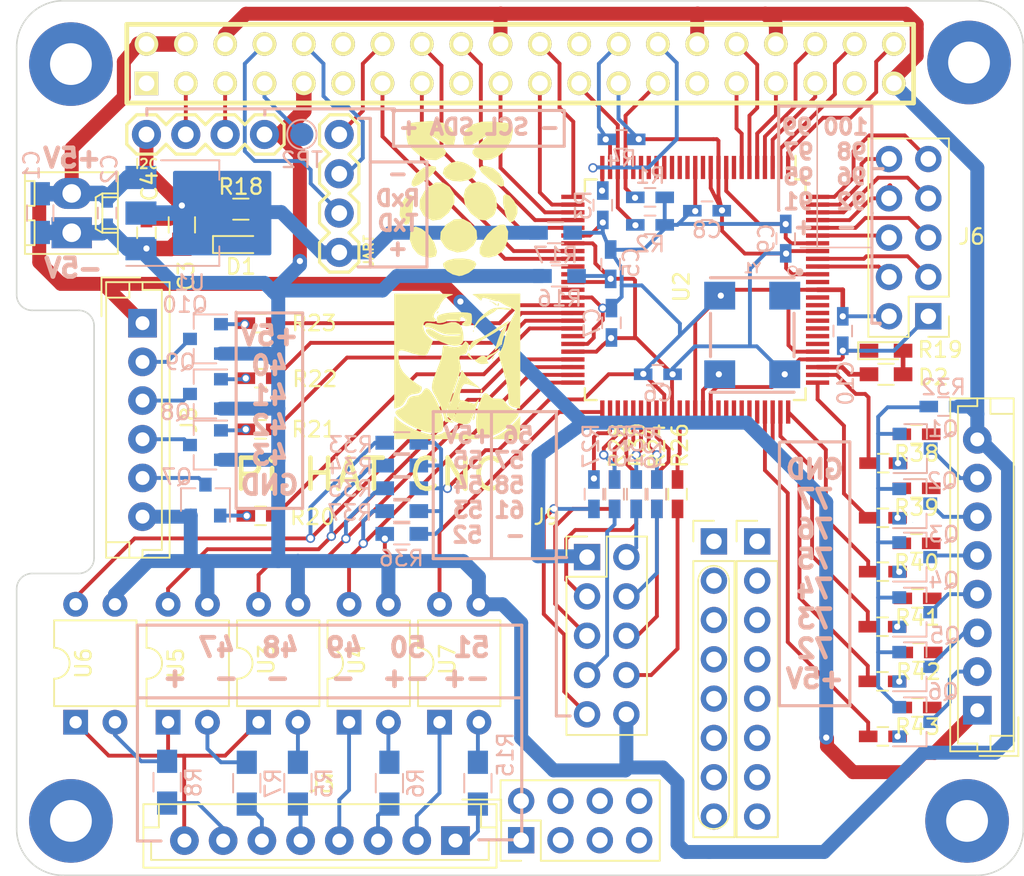
<source format=kicad_pcb>
(kicad_pcb (version 4) (host pcbnew 4.0.7)
  (layers (0 F.Cu signal) (31 B.Cu signal) (34 B.Paste user hide) (35 F.Paste user hide) (36 B.SilkS user) (37 F.SilkS user) (38 B.Mask user) (39 F.Mask user) (44 Edge.Cuts user))
  (net 0 "")
  (net 1 GND)
  (net 2 +5V)
  (net 3 +3V3)
  (net 4 /CLK)
  (net 5 /TDI)
  (net 6 /TMS)
  (net 7 /TCK)
  (net 8 /TDO)
  (net 9 /CE2)
  (net 10 /MOSI)
  (net 11 /MISO)
  (net 12 /SCLK)
  (net 13 "Net-(J3-Pad1)")
  (net 14 "Net-(J3-Pad2)")
  (net 15 "Net-(J3-Pad3)")
  (net 16 "Net-(J3-Pad4)")
  (net 17 "Net-(J3-Pad5)")
  (net 18 "Net-(J3-Pad6)")
  (net 19 "Net-(J3-Pad7)")
  (net 20 "Net-(J3-Pad8)")
  (net 21 "Net-(R5-Pad2)")
  (net 22 "Net-(R6-Pad2)")
  (net 23 "Net-(R7-Pad2)")
  (net 24 "Net-(R8-Pad2)")
  (net 25 "Net-(Q1-Pad1)")
  (net 26 "Net-(J4-Pad7)")
  (net 27 "Net-(Q2-Pad1)")
  (net 28 "Net-(J4-Pad6)")
  (net 29 "Net-(Q3-Pad1)")
  (net 30 "Net-(J4-Pad5)")
  (net 31 "Net-(Q4-Pad1)")
  (net 32 "Net-(J4-Pad4)")
  (net 33 "Net-(Q5-Pad1)")
  (net 34 "Net-(J4-Pad3)")
  (net 35 "Net-(Q6-Pad1)")
  (net 36 "Net-(J4-Pad2)")
  (net 37 "Net-(R15-Pad2)")
  (net 38 +3.3VA)
  (net 39 /D5)
  (net 40 /D4)
  (net 41 /D3)
  (net 42 /D2)
  (net 43 /D1)
  (net 44 /D0)
  (net 45 GNDA)
  (net 46 /B1)
  (net 47 /B2)
  (net 48 /B0)
  (net 49 /TXD)
  (net 50 /RXD)
  (net 51 /GNDR)
  (net 52 "Net-(J6-Pad3)")
  (net 53 "Net-(J6-Pad4)")
  (net 54 "Net-(J6-Pad5)")
  (net 55 "Net-(J6-Pad6)")
  (net 56 "Net-(J6-Pad7)")
  (net 57 "Net-(J6-Pad8)")
  (net 58 /LED)
  (net 59 "Net-(D1-Pad2)")
  (net 60 "Net-(D2-Pad2)")
  (net 61 /C3)
  (net 62 /C1)
  (net 63 /C4)
  (net 64 /C2)
  (net 65 /SDA)
  (net 66 /SCL)
  (net 67 /C7)
  (net 68 /C6)
  (net 69 /C5)
  (net 70 "Net-(J8-Pad2)")
  (net 71 "Net-(J8-Pad3)")
  (net 72 "Net-(J8-Pad4)")
  (net 73 "Net-(J8-Pad5)")
  (net 74 "Net-(Q7-Pad1)")
  (net 75 "Net-(Q8-Pad1)")
  (net 76 "Net-(Q9-Pad1)")
  (net 77 "Net-(Q10-Pad1)")
  (net 78 "Net-(J2-Pad7)")
  (net 79 /D9)
  (net 80 /D8)
  (net 81 /D7)
  (net 82 /D6)
  (net 83 /I2)
  (net 84 /I3)
  (net 85 /I1)
  (net 86 /I0)
  (net 87 /I4)
  (net 88 "Net-(J9-Pad2)")
  (net 89 "Net-(J9-Pad3)")
  (net 90 "Net-(J9-Pad4)")
  (net 91 "Net-(J9-Pad5)")
  (net 92 "Net-(J9-Pad6)")
  (net 93 "Net-(J9-Pad7)")
  (net 94 "Net-(J9-Pad8)")
  (net 95 "Net-(J9-Pad9)")
  (net 96 /A4)
  (net 97 /A5)
  (net 98 /A6)
  (net 99 /A7)
  (net 100 /A3)
  (net 101 /A2)
  (net 102 /A1)
  (net 103 /A0)
  (net 104 "Net-(Q1-Pad2)")
  (net 105 "Net-(J6-Pad9)")
  (net 106 "Net-(J6-Pad10)")
  (net 107 "Net-(J2-Pad1)")
  (net 108 "Net-(J2-Pad11)")
  (net 109 "Net-(J2-Pad17)")
  (net 110 "Net-(J2-Pad12)")
  (net 111 "Net-(J2-Pad29)")
  (net 112 "Net-(J2-Pad24)")
  (net 113 "Net-(J2-Pad37)")
  (net 114 "Net-(U2-Pad8)")
  (net 115 "Net-(U2-Pad12)")
  (net 116 "Net-(U2-Pad14)")
  (net 117 "Net-(U2-Pad15)")
  (net 118 "Net-(U2-Pad16)")
  (net 119 "Net-(U2-Pad17)")
  (net 120 "Net-(U2-Pad18)")
  (net 121 "Net-(U2-Pad19)")
  (net 122 "Net-(U2-Pad20)")
  (net 123 "Net-(U2-Pad21)")
  (net 124 "Net-(U2-Pad35)")
  (net 125 "Net-(U2-Pad36)")
  (net 126 "Net-(U2-Pad38)")
  (net 127 "Net-(U2-Pad44)")
  (net 128 "Net-(U2-Pad62)")
  (net 129 "Net-(U2-Pad66)")
  (net 130 "Net-(U2-Pad67)")
  (net 131 "Net-(U2-Pad68)")
  (net 132 "Net-(U2-Pad69)")
  (net 133 "Net-(U2-Pad70)")
  (net 134 "Net-(U2-Pad71)")
  (net 135 "Net-(U2-Pad81)")
  (net 136 "Net-(U2-Pad82)")
  (net 137 "Net-(U2-Pad83)")
  (net 138 "Net-(U2-Pad84)")
  (net 139 "Net-(U2-Pad85)")
  (net 140 "Net-(U2-Pad86)")
  (net 141 "Net-(U2-Pad87)")
  (net 142 "Net-(U2-Pad89)")
  (net 143 "Net-(Y1-Pad1)")
  (module TO_SOT_Packages_SMD:SOT-23 (layer B.Cu) (at 130.3782 99.187)
    (fp_text reference Q4 (at 1.8796 -2.0574) (layer B.SilkS) (effects (justify mirror)))
    (fp_text value BC817 hide)
    (pad 1 smd rect (at -1 0.95) (size 0.9 0.8) (layers B.Cu B.Paste B.Mask) (net 31 "Net-(Q4-Pad1)"))
    (pad 2 smd rect (at -1 -0.95) (size 0.9 0.8) (layers B.Cu B.Paste B.Mask) (net 104 "Net-(Q1-Pad2)"))
    (pad 3 smd rect (at 1 0) (size 0.9 0.8) (layers B.Cu B.Paste B.Mask) (net 32 "Net-(J4-Pad4)"))
  )
  (module Capacitors_SMD:C_0603_HandSoldering (layer B.Cu) (at 111.4425 68.6435)
    (fp_text reference R4 (at 0 1.25) (layer B.SilkS) (effects (justify mirror)))
    (fp_text value 10k)
    (pad 2 smd rect (at 0.95 0) (size 1.2 0.75) (layers B.Cu B.Paste B.Mask) (net 45 GNDA))
    (pad 1 smd rect (at -0.95 0) (size 1.2 0.75) (layers B.Cu B.Paste B.Mask) (net 7 /TCK))
  )
  (module Capacitors_SMD:C_0603_HandSoldering (layer B.Cu) (at 110.236 72.898 270)
    (fp_text reference R3 (at 0 1.25 270) (layer B.SilkS) (effects (justify mirror)))
    (fp_text value 10k)
    (pad 1 smd rect (at -0.95 0 270) (size 1.2 0.75) (layers B.Cu B.Paste B.Mask) (net 8 /TDO))
    (pad 2 smd rect (at 0.95 0 270) (size 1.2 0.75) (layers B.Cu B.Paste B.Mask) (net 38 +3.3VA))
  )
  (module Capacitors_SMD:C_0603_HandSoldering (layer B.Cu) (at 113.284 74.168)
    (fp_text reference R2 (at 0 1.25) (layer B.SilkS) (effects (justify mirror)))
    (fp_text value 10k)
    (pad 2 smd rect (at 0.95 0) (size 1.2 0.75) (layers B.Cu B.Paste B.Mask) (net 38 +3.3VA))
    (pad 1 smd rect (at -0.95 0) (size 1.2 0.75) (layers B.Cu B.Paste B.Mask) (net 5 /TDI))
  )
  (module Capacitors_SMD:C_0603_HandSoldering (layer B.Cu) (at 113.284 72.39)
    (fp_text reference R1 (at 0.0254 -1.397) (layer B.SilkS) (effects (justify mirror)))
    (fp_text value 10k)
    (pad 1 smd rect (at -0.95 0) (size 1.2 0.75) (layers B.Cu B.Paste B.Mask) (net 6 /TMS))
    (pad 2 smd rect (at 0.95 0) (size 1.2 0.75) (layers B.Cu B.Paste B.Mask) (net 38 +3.3VA))
  )
  (module Capacitors_SMD:C_0805_HandSoldering (layer B.Cu) (at 73.914 73.406 270)
    (fp_text reference C1 (at -3.0988 0.5588 270) (layer B.SilkS) (effects (justify mirror)))
    (fp_text value 10u)
    (pad 1 smd rect (at -1.25 0 270) (size 1.5 1.25) (layers B.Cu B.Paste B.Mask) (net 2 +5V))
    (pad 2 smd rect (at 1.25 0 270) (size 1.5 1.25) (layers B.Cu B.Paste B.Mask) (net 1 GND))
  )
  (module Capacitors_SMD:C_0603_HandSoldering (layer B.Cu) (at 78.232 73.406 270)
    (fp_text reference C2 (at -2.8448 -0.1524 270) (layer B.SilkS) (effects (justify mirror)))
    (fp_text value 0.1)
    (pad 1 smd rect (at -0.95 0 270) (size 1.2 0.75) (layers B.Cu B.Paste B.Mask) (net 2 +5V))
    (pad 2 smd rect (at 0.95 0 270) (size 1.2 0.75) (layers B.Cu B.Paste B.Mask) (net 1 GND))
  )
  (module Capacitors_SMD:C_0805_HandSoldering (layer F.Cu) (at 83.058 74.168 270)
    (fp_text reference C3 (at 3.302 -0.2794 270) (layer F.SilkS))
    (fp_text value 10.0)
    (pad 2 smd rect (at 1.25 0 270) (size 1.5 1.25) (layers F.Cu F.Paste F.Mask) (net 1 GND))
    (pad 1 smd rect (at -1.25 0 270) (size 1.5 1.25) (layers F.Cu F.Paste F.Mask) (net 3 +3V3))
  )
  (module Capacitors_SMD:C_0603_HandSoldering (layer F.Cu) (at 80.772 74.676 270)
    (fp_text reference C4 (at -2.9972 -0.2032 270) (layer F.SilkS))
    (fp_text value 0.1)
    (pad 2 smd rect (at 0.95 0 270) (size 1.2 0.75) (layers F.Cu F.Paste F.Mask) (net 1 GND))
    (pad 1 smd rect (at -0.95 0 270) (size 1.2 0.75) (layers F.Cu F.Paste F.Mask) (net 3 +3V3))
  )
  (module Capacitors_SMD:C_0603_HandSoldering (layer B.Cu) (at 110.744 76.708 270)
    (fp_text reference C5 (at -0.1016 -1.3208 270) (layer B.SilkS) (effects (justify mirror)))
    (fp_text value 0.1)
    (pad 1 smd rect (at -0.95 0 270) (size 1.2 0.75) (layers B.Cu B.Paste B.Mask) (net 38 +3.3VA))
    (pad 2 smd rect (at 0.95 0 270) (size 1.2 0.75) (layers B.Cu B.Paste B.Mask) (net 45 GNDA))
  )
  (module Capacitors_SMD:C_0603_HandSoldering (layer B.Cu) (at 113.792 83.82)
    (fp_text reference C6 (at 0 1.25) (layer B.SilkS) (effects (justify mirror)))
    (fp_text value 0.1)
    (pad 2 smd rect (at 0.95 0) (size 1.2 0.75) (layers B.Cu B.Paste B.Mask) (net 45 GNDA))
    (pad 1 smd rect (at -0.95 0) (size 1.2 0.75) (layers B.Cu B.Paste B.Mask) (net 38 +3.3VA))
  )
  (module Capacitors_SMD:C_0603_HandSoldering (layer B.Cu) (at 110.7948 80.4926 270)
    (fp_text reference C7 (at 0 1.25 270) (layer B.SilkS) (effects (justify mirror)))
    (fp_text value 0.1)
    (pad 1 smd rect (at -0.95 0 270) (size 1.2 0.75) (layers B.Cu B.Paste B.Mask) (net 38 +3.3VA))
    (pad 2 smd rect (at 0.95 0 270) (size 1.2 0.75) (layers B.Cu B.Paste B.Mask) (net 45 GNDA))
  )
  (module Capacitors_SMD:C_0603_HandSoldering (layer B.Cu) (at 116.967 73.2536)
    (fp_text reference C8 (at 0 1.25) (layer B.SilkS) (effects (justify mirror)))
    (fp_text value 0.1)
    (pad 2 smd rect (at 0.95 0) (size 1.2 0.75) (layers B.Cu B.Paste B.Mask) (net 45 GNDA))
    (pad 1 smd rect (at -0.95 0) (size 1.2 0.75) (layers B.Cu B.Paste B.Mask) (net 38 +3.3VA))
  )
  (module Connectors_Molex:Molex_KK-6410-02_02x2.54mm_Straight (layer F.Cu) (at 75.946 74.676 90)
    (fp_text reference J1 hide)
    (fp_text value CONN_02 hide)
    (pad 1 thru_hole rect (at 0 0 90) (size 2 2.6) (drill 1.2) (layers *.Cu *.Mask) (net 1 GND))
    (pad 2 thru_hole oval (at 2.54 0 90) (size 2 2.6) (drill 1.2) (layers *.Cu *.Mask) (net 2 +5V))
  )
  (module hat-design-lib:hat-PIN_ARRAY_20X2 (layer F.Cu) (at 104.902 63.754)
    (fp_text reference J2 hide)
    (fp_text value RPi_Hat-rescue_RPi_GPIO hide)
    (pad 1 thru_hole rect (at -24.13 1.27) (size 1.524 1.524) (drill 1.016) (layers *.Cu *.Mask F.SilkS) (net 107 "Net-(J2-Pad1)"))
    (pad 2 thru_hole circle (at -24.13 -1.27) (size 1.524 1.524) (drill 1.016) (layers *.Cu *.Mask F.SilkS) (net 2 +5V))
    (pad 11 thru_hole circle (at -11.43 1.27) (size 1.524 1.524) (drill 1.016) (layers *.Cu *.Mask F.SilkS) (net 108 "Net-(J2-Pad11)"))
    (pad 4 thru_hole circle (at -21.59 -1.27) (size 1.524 1.524) (drill 1.016) (layers *.Cu *.Mask F.SilkS) (net 2 +5V))
    (pad 13 thru_hole circle (at -8.89 1.27) (size 1.524 1.524) (drill 1.016) (layers *.Cu *.Mask F.SilkS) (net 67 /C7))
    (pad 6 thru_hole circle (at -19.05 -1.27) (size 1.524 1.524) (drill 1.016) (layers *.Cu *.Mask F.SilkS) (net 1 GND))
    (pad 15 thru_hole circle (at -6.35 1.27) (size 1.524 1.524) (drill 1.016) (layers *.Cu *.Mask F.SilkS) (net 68 /C6))
    (pad 8 thru_hole circle (at -16.51 -1.27) (size 1.524 1.524) (drill 1.016) (layers *.Cu *.Mask F.SilkS) (net 49 /TXD))
    (pad 17 thru_hole circle (at -3.81 1.27) (size 1.524 1.524) (drill 1.016) (layers *.Cu *.Mask F.SilkS) (net 109 "Net-(J2-Pad17)"))
    (pad 10 thru_hole circle (at -13.97 -1.27) (size 1.524 1.524) (drill 1.016) (layers *.Cu *.Mask F.SilkS) (net 50 /RXD))
    (pad 19 thru_hole circle (at -1.27 1.27) (size 1.524 1.524) (drill 1.016) (layers *.Cu *.Mask F.SilkS) (net 61 /C3))
    (pad 12 thru_hole circle (at -11.43 -1.27) (size 1.524 1.524) (drill 1.016) (layers *.Cu *.Mask F.SilkS) (net 110 "Net-(J2-Pad12)"))
    (pad 21 thru_hole circle (at 1.27 1.27) (size 1.524 1.524) (drill 1.016) (layers *.Cu *.Mask F.SilkS) (net 62 /C1))
    (pad 14 thru_hole circle (at -8.89 -1.27) (size 1.524 1.524) (drill 1.016) (layers *.Cu *.Mask F.SilkS) (net 51 /GNDR))
    (pad 23 thru_hole circle (at 3.81 1.27) (size 1.524 1.524) (drill 1.016) (layers *.Cu *.Mask F.SilkS) (net 5 /TDI))
    (pad 16 thru_hole circle (at -6.35 -1.27) (size 1.524 1.524) (drill 1.016) (layers *.Cu *.Mask F.SilkS) (net 69 /C5))
    (pad 25 thru_hole circle (at 6.35 1.27) (size 1.524 1.524) (drill 1.016) (layers *.Cu *.Mask F.SilkS) (net 45 GNDA))
    (pad 18 thru_hole circle (at -3.81 -1.27) (size 1.524 1.524) (drill 1.016) (layers *.Cu *.Mask F.SilkS) (net 63 /C4))
    (pad 27 thru_hole circle (at 8.89 1.27) (size 1.524 1.524) (drill 1.016) (layers *.Cu *.Mask F.SilkS) (net 6 /TMS))
    (pad 20 thru_hole circle (at -1.27 -1.27) (size 1.524 1.524) (drill 1.016) (layers *.Cu *.Mask F.SilkS) (net 1 GND))
    (pad 29 thru_hole circle (at 11.43 1.27) (size 1.524 1.524) (drill 1.016) (layers *.Cu *.Mask F.SilkS) (net 111 "Net-(J2-Pad29)"))
    (pad 22 thru_hole circle (at 1.27 -1.27) (size 1.524 1.524) (drill 1.016) (layers *.Cu *.Mask F.SilkS) (net 64 /C2))
    (pad 31 thru_hole circle (at 13.97 1.27) (size 1.524 1.524) (drill 1.016) (layers *.Cu *.Mask F.SilkS) (net 46 /B1))
    (pad 24 thru_hole circle (at 3.81 -1.27) (size 1.524 1.524) (drill 1.016) (layers *.Cu *.Mask F.SilkS) (net 112 "Net-(J2-Pad24)"))
    (pad 26 thru_hole circle (at 6.35 -1.27) (size 1.524 1.524) (drill 1.016) (layers *.Cu *.Mask F.SilkS) (net 7 /TCK))
    (pad 33 thru_hole circle (at 16.51 1.27) (size 1.524 1.524) (drill 1.016) (layers *.Cu *.Mask F.SilkS) (net 47 /B2))
    (pad 28 thru_hole circle (at 8.89 -1.27) (size 1.524 1.524) (drill 1.016) (layers *.Cu *.Mask F.SilkS) (net 8 /TDO))
    (pad 32 thru_hole circle (at 13.97 -1.27) (size 1.524 1.524) (drill 1.016) (layers *.Cu *.Mask F.SilkS) (net 48 /B0))
    (pad 34 thru_hole circle (at 16.51 -1.27) (size 1.524 1.524) (drill 1.016) (layers *.Cu *.Mask F.SilkS) (net 1 GND))
    (pad 36 thru_hole circle (at 19.05 -1.27) (size 1.524 1.524) (drill 1.016) (layers *.Cu *.Mask F.SilkS) (net 9 /CE2))
    (pad 38 thru_hole circle (at 21.59 -1.27) (size 1.524 1.524) (drill 1.016) (layers *.Cu *.Mask F.SilkS) (net 10 /MOSI))
    (pad 35 thru_hole circle (at 19.05 1.27) (size 1.524 1.524) (drill 1.016) (layers *.Cu *.Mask F.SilkS) (net 11 /MISO))
    (pad 37 thru_hole circle (at 21.59 1.27) (size 1.524 1.524) (drill 1.016) (layers *.Cu *.Mask F.SilkS) (net 113 "Net-(J2-Pad37)"))
    (pad 3 thru_hole circle (at -21.59 1.27) (size 1.524 1.524) (drill 1.016) (layers *.Cu *.Mask F.SilkS) (net 65 /SDA))
    (pad 5 thru_hole circle (at -19.05 1.27) (size 1.524 1.524) (drill 1.016) (layers *.Cu *.Mask F.SilkS) (net 66 /SCL))
    (pad 7 thru_hole circle (at -16.51 1.27) (size 1.524 1.524) (drill 1.016) (layers *.Cu *.Mask F.SilkS) (net 78 "Net-(J2-Pad7)"))
    (pad 9 thru_hole circle (at -13.97 1.27) (size 1.524 1.524) (drill 1.016) (layers *.Cu *.Mask F.SilkS) (net 1 GND))
    (pad 39 thru_hole circle (at 24.13 1.27) (size 1.524 1.524) (drill 1.016) (layers *.Cu *.Mask F.SilkS) (net 1 GND))
    (pad 40 thru_hole circle (at 24.13 -1.27) (size 1.524 1.524) (drill 1.016) (layers *.Cu *.Mask F.SilkS) (net 12 /SCLK))
    (pad 30 thru_hole circle (at 11.43 -1.27) (size 1.524 1.524) (drill 1.016) (layers *.Cu *.Mask F.SilkS) (net 1 GND))
  )
  (module Housings_QFP:LQFP-100_14x14mm_Pitch0.5mm (layer F.Cu) (at 116.205 78.359 270)
    (fp_text reference U2 (at -0.1905 0.889 270) (layer F.SilkS))
    (fp_text value EPM570T100 hide)
    (pad 1 smd rect (at -7.9 -6 270) (size 1.5 0.28) (layers F.Cu F.Paste F.Mask) (net 12 /SCLK))
    (pad 2 smd rect (at -7.9 -5.5 270) (size 1.5 0.28) (layers F.Cu F.Paste F.Mask) (net 10 /MOSI))
    (pad 3 smd rect (at -7.9 -5 270) (size 1.5 0.28) (layers F.Cu F.Paste F.Mask) (net 11 /MISO))
    (pad 4 smd rect (at -7.9 -4.5 270) (size 1.5 0.28) (layers F.Cu F.Paste F.Mask) (net 9 /CE2))
    (pad 5 smd rect (at -7.9 -4 270) (size 1.5 0.28) (layers F.Cu F.Paste F.Mask) (net 47 /B2))
    (pad 6 smd rect (at -7.9 -3.5 270) (size 1.5 0.28) (layers F.Cu F.Paste F.Mask) (net 48 /B0))
    (pad 7 smd rect (at -7.9 -3 270) (size 1.5 0.28) (layers F.Cu F.Paste F.Mask) (net 46 /B1))
    (pad 8 smd rect (at -7.9 -2.5 270) (size 1.5 0.28) (layers F.Cu F.Paste F.Mask) (net 114 "Net-(U2-Pad8)"))
    (pad 9 smd rect (at -7.9 -2 270) (size 1.5 0.28) (layers F.Cu F.Paste F.Mask) (net 38 +3.3VA))
    (pad 10 smd rect (at -7.9 -1.5 270) (size 1.5 0.28) (layers F.Cu F.Paste F.Mask) (net 45 GNDA))
    (pad 11 smd rect (at -7.9 -1 270) (size 1.5 0.28) (layers F.Cu F.Paste F.Mask) (net 45 GNDA))
    (pad 12 smd rect (at -7.9 -0.5 270) (size 1.5 0.28) (layers F.Cu F.Paste F.Mask) (net 115 "Net-(U2-Pad12)"))
    (pad 13 smd rect (at -7.9 0 270) (size 1.5 0.28) (layers F.Cu F.Paste F.Mask) (net 38 +3.3VA))
    (pad 14 smd rect (at -7.9 0.5 270) (size 1.5 0.28) (layers F.Cu F.Paste F.Mask) (net 116 "Net-(U2-Pad14)"))
    (pad 15 smd rect (at -7.9 1 270) (size 1.5 0.28) (layers F.Cu F.Paste F.Mask) (net 117 "Net-(U2-Pad15)"))
    (pad 16 smd rect (at -7.9 1.5 270) (size 1.5 0.28) (layers F.Cu F.Paste F.Mask) (net 118 "Net-(U2-Pad16)"))
    (pad 17 smd rect (at -7.9 2 270) (size 1.5 0.28) (layers F.Cu F.Paste F.Mask) (net 119 "Net-(U2-Pad17)"))
    (pad 18 smd rect (at -7.9 2.5 270) (size 1.5 0.28) (layers F.Cu F.Paste F.Mask) (net 120 "Net-(U2-Pad18)"))
    (pad 19 smd rect (at -7.9 3 270) (size 1.5 0.28) (layers F.Cu F.Paste F.Mask) (net 121 "Net-(U2-Pad19)"))
    (pad 20 smd rect (at -7.9 3.5 270) (size 1.5 0.28) (layers F.Cu F.Paste F.Mask) (net 122 "Net-(U2-Pad20)"))
    (pad 21 smd rect (at -7.9 4 270) (size 1.5 0.28) (layers F.Cu F.Paste F.Mask) (net 123 "Net-(U2-Pad21)"))
    (pad 22 smd rect (at -7.9 4.5 270) (size 1.5 0.28) (layers F.Cu F.Paste F.Mask) (net 6 /TMS))
    (pad 23 smd rect (at -7.9 5 270) (size 1.5 0.28) (layers F.Cu F.Paste F.Mask) (net 5 /TDI))
    (pad 24 smd rect (at -7.9 5.5 270) (size 1.5 0.28) (layers F.Cu F.Paste F.Mask) (net 7 /TCK))
    (pad 25 smd rect (at -7.9 6 270) (size 1.5 0.28) (layers F.Cu F.Paste F.Mask) (net 8 /TDO))
    (pad 26 smd rect (at -6 7.9) (size 1.5 0.28) (layers F.Cu F.Paste F.Mask) (net 64 /C2))
    (pad 27 smd rect (at -5.5 7.9) (size 1.5 0.28) (layers F.Cu F.Paste F.Mask) (net 62 /C1))
    (pad 28 smd rect (at -5 7.9) (size 1.5 0.28) (layers F.Cu F.Paste F.Mask) (net 61 /C3))
    (pad 29 smd rect (at -4.5 7.9) (size 1.5 0.28) (layers F.Cu F.Paste F.Mask) (net 63 /C4))
    (pad 30 smd rect (at -4 7.9) (size 1.5 0.28) (layers F.Cu F.Paste F.Mask) (net 69 /C5))
    (pad 31 smd rect (at -3.5 7.9) (size 1.5 0.28) (layers F.Cu F.Paste F.Mask) (net 38 +3.3VA))
    (pad 32 smd rect (at -3 7.9) (size 1.5 0.28) (layers F.Cu F.Paste F.Mask) (net 45 GNDA))
    (pad 33 smd rect (at -2.5 7.9) (size 1.5 0.28) (layers F.Cu F.Paste F.Mask) (net 68 /C6))
    (pad 34 smd rect (at -2 7.9) (size 1.5 0.28) (layers F.Cu F.Paste F.Mask) (net 67 /C7))
    (pad 35 smd rect (at -1.5 7.9) (size 1.5 0.28) (layers F.Cu F.Paste F.Mask) (net 124 "Net-(U2-Pad35)"))
    (pad 36 smd rect (at -1 7.9) (size 1.5 0.28) (layers F.Cu F.Paste F.Mask) (net 125 "Net-(U2-Pad36)"))
    (pad 37 smd rect (at -0.5 7.9) (size 1.5 0.28) (layers F.Cu F.Paste F.Mask) (net 45 GNDA))
    (pad 38 smd rect (at 0 7.9) (size 1.5 0.28) (layers F.Cu F.Paste F.Mask) (net 126 "Net-(U2-Pad38)"))
    (pad 39 smd rect (at 0.5 7.9) (size 1.5 0.28) (layers F.Cu F.Paste F.Mask) (net 38 +3.3VA))
    (pad 40 smd rect (at 1 7.9) (size 1.5 0.28) (layers F.Cu F.Paste F.Mask) (net 82 /D6))
    (pad 41 smd rect (at 1.5 7.9) (size 1.5 0.28) (layers F.Cu F.Paste F.Mask) (net 81 /D7))
    (pad 42 smd rect (at 2 7.9) (size 1.5 0.28) (layers F.Cu F.Paste F.Mask) (net 80 /D8))
    (pad 43 smd rect (at 2.5 7.9) (size 1.5 0.28) (layers F.Cu F.Paste F.Mask) (net 79 /D9))
    (pad 44 smd rect (at 3 7.9) (size 1.5 0.28) (layers F.Cu F.Paste F.Mask) (net 127 "Net-(U2-Pad44)"))
    (pad 45 smd rect (at 3.5 7.9) (size 1.5 0.28) (layers F.Cu F.Paste F.Mask) (net 38 +3.3VA))
    (pad 46 smd rect (at 4 7.9) (size 1.5 0.28) (layers F.Cu F.Paste F.Mask) (net 45 GNDA))
    (pad 47 smd rect (at 4.5 7.9) (size 1.5 0.28) (layers F.Cu F.Paste F.Mask) (net 86 /I0))
    (pad 48 smd rect (at 5 7.9) (size 1.5 0.28) (layers F.Cu F.Paste F.Mask) (net 85 /I1))
    (pad 49 smd rect (at 5.5 7.9) (size 1.5 0.28) (layers F.Cu F.Paste F.Mask) (net 83 /I2))
    (pad 50 smd rect (at 6 7.9) (size 1.5 0.28) (layers F.Cu F.Paste F.Mask) (net 84 /I3))
    (pad 51 smd rect (at 7.9 6 270) (size 1.5 0.28) (layers F.Cu F.Paste F.Mask) (net 87 /I4))
    (pad 52 smd rect (at 7.9 5.5 270) (size 1.5 0.28) (layers F.Cu F.Paste F.Mask) (net 99 /A7))
    (pad 53 smd rect (at 7.9 5 270) (size 1.5 0.28) (layers F.Cu F.Paste F.Mask) (net 97 /A5))
    (pad 54 smd rect (at 7.9 4.5 270) (size 1.5 0.28) (layers F.Cu F.Paste F.Mask) (net 100 /A3))
    (pad 55 smd rect (at 7.9 4 270) (size 1.5 0.28) (layers F.Cu F.Paste F.Mask) (net 102 /A1))
    (pad 56 smd rect (at 7.9 3.5 270) (size 1.5 0.28) (layers F.Cu F.Paste F.Mask) (net 103 /A0))
    (pad 57 smd rect (at 7.9 3 270) (size 1.5 0.28) (layers F.Cu F.Paste F.Mask) (net 101 /A2))
    (pad 58 smd rect (at 7.9 2.5 270) (size 1.5 0.28) (layers F.Cu F.Paste F.Mask) (net 96 /A4))
    (pad 59 smd rect (at 7.9 2 270) (size 1.5 0.28) (layers F.Cu F.Paste F.Mask) (net 38 +3.3VA))
    (pad 60 smd rect (at 7.9 1.5 270) (size 1.5 0.28) (layers F.Cu F.Paste F.Mask) (net 45 GNDA))
    (pad 61 smd rect (at 7.9 1 270) (size 1.5 0.28) (layers F.Cu F.Paste F.Mask) (net 98 /A6))
    (pad 62 smd rect (at 7.9 0.5 270) (size 1.5 0.28) (layers F.Cu F.Paste F.Mask) (net 128 "Net-(U2-Pad62)"))
    (pad 63 smd rect (at 7.9 0 270) (size 1.5 0.28) (layers F.Cu F.Paste F.Mask) (net 38 +3.3VA))
    (pad 64 smd rect (at 7.9 -0.5 270) (size 1.5 0.28) (layers F.Cu F.Paste F.Mask) (net 4 /CLK))
    (pad 65 smd rect (at 7.9 -1 270) (size 1.5 0.28) (layers F.Cu F.Paste F.Mask) (net 45 GNDA))
    (pad 66 smd rect (at 7.9 -1.5 270) (size 1.5 0.28) (layers F.Cu F.Paste F.Mask) (net 129 "Net-(U2-Pad66)"))
    (pad 67 smd rect (at 7.9 -2 270) (size 1.5 0.28) (layers F.Cu F.Paste F.Mask) (net 130 "Net-(U2-Pad67)"))
    (pad 68 smd rect (at 7.9 -2.5 270) (size 1.5 0.28) (layers F.Cu F.Paste F.Mask) (net 131 "Net-(U2-Pad68)"))
    (pad 69 smd rect (at 7.9 -3 270) (size 1.5 0.28) (layers F.Cu F.Paste F.Mask) (net 132 "Net-(U2-Pad69)"))
    (pad 70 smd rect (at 7.9 -3.5 270) (size 1.5 0.28) (layers F.Cu F.Paste F.Mask) (net 133 "Net-(U2-Pad70)"))
    (pad 71 smd rect (at 7.9 -4 270) (size 1.5 0.28) (layers F.Cu F.Paste F.Mask) (net 134 "Net-(U2-Pad71)"))
    (pad 72 smd rect (at 7.9 -4.5 270) (size 1.5 0.28) (layers F.Cu F.Paste F.Mask) (net 44 /D0))
    (pad 73 smd rect (at 7.9 -5 270) (size 1.5 0.28) (layers F.Cu F.Paste F.Mask) (net 43 /D1))
    (pad 74 smd rect (at 7.9 -5.5 270) (size 1.5 0.28) (layers F.Cu F.Paste F.Mask) (net 42 /D2))
    (pad 75 smd rect (at 7.9 -6 270) (size 1.5 0.28) (layers F.Cu F.Paste F.Mask) (net 41 /D3))
    (pad 76 smd rect (at 6 -7.9) (size 1.5 0.28) (layers F.Cu F.Paste F.Mask) (net 40 /D4))
    (pad 77 smd rect (at 5.5 -7.9) (size 1.5 0.28) (layers F.Cu F.Paste F.Mask) (net 39 /D5))
    (pad 78 smd rect (at 5 -7.9) (size 1.5 0.28) (layers F.Cu F.Paste F.Mask) (net 58 /LED))
    (pad 79 smd rect (at 4.5 -7.9) (size 1.5 0.28) (layers F.Cu F.Paste F.Mask) (net 45 GNDA))
    (pad 80 smd rect (at 4 -7.9) (size 1.5 0.28) (layers F.Cu F.Paste F.Mask) (net 38 +3.3VA))
    (pad 81 smd rect (at 3.5 -7.9) (size 1.5 0.28) (layers F.Cu F.Paste F.Mask) (net 135 "Net-(U2-Pad81)"))
    (pad 82 smd rect (at 3 -7.9) (size 1.5 0.28) (layers F.Cu F.Paste F.Mask) (net 136 "Net-(U2-Pad82)"))
    (pad 83 smd rect (at 2.5 -7.9) (size 1.5 0.28) (layers F.Cu F.Paste F.Mask) (net 137 "Net-(U2-Pad83)"))
    (pad 84 smd rect (at 2 -7.9) (size 1.5 0.28) (layers F.Cu F.Paste F.Mask) (net 138 "Net-(U2-Pad84)"))
    (pad 85 smd rect (at 1.5 -7.9) (size 1.5 0.28) (layers F.Cu F.Paste F.Mask) (net 139 "Net-(U2-Pad85)"))
    (pad 86 smd rect (at 1 -7.9) (size 1.5 0.28) (layers F.Cu F.Paste F.Mask) (net 140 "Net-(U2-Pad86)"))
    (pad 87 smd rect (at 0.5 -7.9) (size 1.5 0.28) (layers F.Cu F.Paste F.Mask) (net 141 "Net-(U2-Pad87)"))
    (pad 88 smd rect (at 0 -7.9) (size 1.5 0.28) (layers F.Cu F.Paste F.Mask) (net 38 +3.3VA))
    (pad 89 smd rect (at -0.5 -7.9) (size 1.5 0.28) (layers F.Cu F.Paste F.Mask) (net 142 "Net-(U2-Pad89)"))
    (pad 90 smd rect (at -1 -7.9) (size 1.5 0.28) (layers F.Cu F.Paste F.Mask) (net 45 GNDA))
    (pad 91 smd rect (at -1.5 -7.9) (size 1.5 0.28) (layers F.Cu F.Paste F.Mask) (net 53 "Net-(J6-Pad4)"))
    (pad 92 smd rect (at -2 -7.9) (size 1.5 0.28) (layers F.Cu F.Paste F.Mask) (net 52 "Net-(J6-Pad3)"))
    (pad 93 smd rect (at -2.5 -7.9) (size 1.5 0.28) (layers F.Cu F.Paste F.Mask) (net 45 GNDA))
    (pad 94 smd rect (at -3 -7.9) (size 1.5 0.28) (layers F.Cu F.Paste F.Mask) (net 38 +3.3VA))
    (pad 95 smd rect (at -3.5 -7.9) (size 1.5 0.28) (layers F.Cu F.Paste F.Mask) (net 55 "Net-(J6-Pad6)"))
    (pad 96 smd rect (at -4 -7.9) (size 1.5 0.28) (layers F.Cu F.Paste F.Mask) (net 54 "Net-(J6-Pad5)"))
    (pad 97 smd rect (at -4.5 -7.9) (size 1.5 0.28) (layers F.Cu F.Paste F.Mask) (net 57 "Net-(J6-Pad8)"))
    (pad 98 smd rect (at -5 -7.9) (size 1.5 0.28) (layers F.Cu F.Paste F.Mask) (net 56 "Net-(J6-Pad7)"))
    (pad 99 smd rect (at -5.5 -7.9) (size 1.5 0.28) (layers F.Cu F.Paste F.Mask) (net 106 "Net-(J6-Pad10)"))
    (pad 100 smd rect (at -6 -7.9) (size 1.5 0.28) (layers F.Cu F.Paste F.Mask) (net 105 "Net-(J6-Pad9)"))
  )
  (module Clocks:OSCILLATOR-SMD-7X5-4PAD (layer B.Cu) (at 119.888 81.28 270)
    (fp_text reference Y1 (at -4.318 0 540) (layer B.SilkS) (effects (font (size 0.6096 0.6096) (thickness 0.127)) (justify mirror)))
    (fp_text value OSCILLATORSMD-7X5-4PAD hide)
    (pad 1 smd rect (at -2.54 -2.0955 180) (size 1.99898 1.79832) (layers B.Cu B.Paste B.Mask) (net 143 "Net-(Y1-Pad1)"))
    (pad 2 smd rect (at 2.54 -2.0955 180) (size 1.99898 1.79832) (layers B.Cu B.Paste B.Mask) (net 45 GNDA))
    (pad 3 smd rect (at 2.54 2.10312 180) (size 1.99898 1.79832) (layers B.Cu B.Paste B.Mask) (net 4 /CLK))
    (pad 4 smd rect (at -2.54 2.10312 180) (size 1.99898 1.79832) (layers B.Cu B.Paste B.Mask) (net 38 +3.3VA))
  )
  (module Capacitors_SMD:C_0603_HandSoldering (layer B.Cu) (at 122.047 75.057 270)
    (fp_text reference C9 (at 0 1.25 270) (layer B.SilkS) (effects (justify mirror)))
    (fp_text value 0.1)
    (pad 1 smd rect (at -0.95 0 270) (size 1.2 0.75) (layers B.Cu B.Paste B.Mask) (net 38 +3.3VA))
    (pad 2 smd rect (at 0.95 0 270) (size 1.2 0.75) (layers B.Cu B.Paste B.Mask) (net 45 GNDA))
  )
  (module MountingHole:MountingHole_2.7mm_Pad (layer F.Cu) (at 75.8952 63.7794)
    (fp_text reference MK1 hide)
    (fp_text value " " hide)
    (pad 1 thru_hole circle (at 0 0) (size 5.4 5.4) (drill 2.7) (layers *.Cu *.Mask))
  )
  (module MountingHole:MountingHole_2.7mm_Pad (layer F.Cu) (at 133.8834 63.6778)
    (fp_text reference MK2 hide)
    (fp_text value " " hide)
    (pad 1 thru_hole circle (at 0 0) (size 5.4 5.4) (drill 2.7) (layers *.Cu *.Mask))
  )
  (module MountingHole:MountingHole_2.7mm_Pad (layer F.Cu) (at 75.8952 112.6744)
    (fp_text reference MK3 hide)
    (fp_text value " " hide)
    (pad 1 thru_hole circle (at 0 0) (size 5.4 5.4) (drill 2.7) (layers *.Cu *.Mask))
  )
  (module MountingHole:MountingHole_2.7mm_Pad (layer F.Cu) (at 133.7564 112.6744)
    (fp_text reference MK4 hide)
    (fp_text value " " hide)
    (pad 1 thru_hole circle (at 0 0) (size 5.4 5.4) (drill 2.7) (layers *.Cu *.Mask))
  )
  (module Connectors_JST:JST_EH_B08B-EH-A_08x2.50mm_Straight (layer F.Cu) (at 100.7237 113.9444 180)
    (fp_text reference J3 (at 8.6487 3.6449 180) (layer F.SilkS))
    (fp_text value " ")
    (pad 1 thru_hole rect (at 0 0 180) (size 1.85 1.85) (drill 0.9) (layers *.Cu *.Mask) (net 13 "Net-(J3-Pad1)"))
    (pad 2 thru_hole circle (at 2.5 0 180) (size 1.85 1.85) (drill 0.9) (layers *.Cu *.Mask) (net 14 "Net-(J3-Pad2)"))
    (pad 3 thru_hole circle (at 5 0 180) (size 1.85 1.85) (drill 0.9) (layers *.Cu *.Mask) (net 15 "Net-(J3-Pad3)"))
    (pad 4 thru_hole circle (at 7.5 0 180) (size 1.85 1.85) (drill 0.9) (layers *.Cu *.Mask) (net 16 "Net-(J3-Pad4)"))
    (pad 5 thru_hole circle (at 10 0 180) (size 1.85 1.85) (drill 0.9) (layers *.Cu *.Mask) (net 17 "Net-(J3-Pad5)"))
    (pad 6 thru_hole circle (at 12.5 0 180) (size 1.85 1.85) (drill 0.9) (layers *.Cu *.Mask) (net 18 "Net-(J3-Pad6)"))
    (pad 7 thru_hole circle (at 15 0 180) (size 1.85 1.85) (drill 0.9) (layers *.Cu *.Mask) (net 19 "Net-(J3-Pad7)"))
    (pad 8 thru_hole circle (at 17.5 0 180) (size 1.85 1.85) (drill 0.9) (layers *.Cu *.Mask) (net 20 "Net-(J3-Pad8)"))
  )
  (module Resistors_SMD:R_0805_HandSoldering (layer B.Cu) (at 90.551 110.236 90)
    (fp_text reference R5 (at 0 1.7 90) (layer B.SilkS) (effects (justify mirror)))
    (fp_text value 1k)
    (pad 1 smd rect (at -1.35 0 90) (size 1.5 1.3) (layers B.Cu B.Paste B.Mask) (net 17 "Net-(J3-Pad5)"))
    (pad 2 smd rect (at 1.35 0 90) (size 1.5 1.3) (layers B.Cu B.Paste B.Mask) (net 21 "Net-(R5-Pad2)"))
  )
  (module Resistors_SMD:R_0805_HandSoldering (layer B.Cu) (at 96.4565 110.236 90)
    (fp_text reference R6 (at 0 1.7 90) (layer B.SilkS) (effects (justify mirror)))
    (fp_text value 1k)
    (pad 1 smd rect (at -1.35 0 90) (size 1.5 1.3) (layers B.Cu B.Paste B.Mask) (net 15 "Net-(J3-Pad3)"))
    (pad 2 smd rect (at 1.35 0 90) (size 1.5 1.3) (layers B.Cu B.Paste B.Mask) (net 22 "Net-(R6-Pad2)"))
  )
  (module Resistors_SMD:R_0805_HandSoldering (layer B.Cu) (at 87.249 110.236 90)
    (fp_text reference R7 (at 0 1.7 90) (layer B.SilkS) (effects (justify mirror)))
    (fp_text value 1k)
    (pad 1 smd rect (at -1.35 0 90) (size 1.5 1.3) (layers B.Cu B.Paste B.Mask) (net 18 "Net-(J3-Pad6)"))
    (pad 2 smd rect (at 1.35 0 90) (size 1.5 1.3) (layers B.Cu B.Paste B.Mask) (net 23 "Net-(R7-Pad2)"))
  )
  (module Resistors_SMD:R_0805_HandSoldering (layer B.Cu) (at 82.1055 110.1725 90)
    (fp_text reference R8 (at 0 1.7 90) (layer B.SilkS) (effects (justify mirror)))
    (fp_text value 1k)
    (pad 1 smd rect (at -1.35 0 90) (size 1.5 1.3) (layers B.Cu B.Paste B.Mask) (net 19 "Net-(J3-Pad7)"))
    (pad 2 smd rect (at 1.35 0 90) (size 1.5 1.3) (layers B.Cu B.Paste B.Mask) (net 24 "Net-(R8-Pad2)"))
  )
  (module Housings_DIP:DIP-4_W7.62mm (layer F.Cu) (at 88.011 106.299 90)
    (fp_text reference U3 (at 4.064 0.508 90) (layer F.SilkS))
    (fp_text value PC817)
    (pad 1 thru_hole rect (at 0 0 90) (size 1.6 1.6) (drill 0.8) (layers *.Cu *.Mask) (net 20 "Net-(J3-Pad8)"))
    (pad 3 thru_hole oval (at 7.62 2.54 90) (size 1.6 1.6) (drill 0.8) (layers *.Cu *.Mask) (net 1 GND))
    (pad 2 thru_hole oval (at 0 2.54 90) (size 1.6 1.6) (drill 0.8) (layers *.Cu *.Mask) (net 21 "Net-(R5-Pad2)"))
    (pad 4 thru_hole oval (at 7.62 0 90) (size 1.6 1.6) (drill 0.8) (layers *.Cu *.Mask) (net 83 /I2))
  )
  (module Housings_DIP:DIP-4_W7.62mm (layer F.Cu) (at 93.853 106.299 90)
    (fp_text reference U4 (at 4.064 0.508 90) (layer F.SilkS))
    (fp_text value PC817)
    (pad 1 thru_hole rect (at 0 0 90) (size 1.6 1.6) (drill 0.8) (layers *.Cu *.Mask) (net 16 "Net-(J3-Pad4)"))
    (pad 3 thru_hole oval (at 7.62 2.54 90) (size 1.6 1.6) (drill 0.8) (layers *.Cu *.Mask) (net 1 GND))
    (pad 2 thru_hole oval (at 0 2.54 90) (size 1.6 1.6) (drill 0.8) (layers *.Cu *.Mask) (net 22 "Net-(R6-Pad2)"))
    (pad 4 thru_hole oval (at 7.62 0 90) (size 1.6 1.6) (drill 0.8) (layers *.Cu *.Mask) (net 84 /I3))
  )
  (module Housings_DIP:DIP-4_W7.62mm (layer F.Cu) (at 82.169 106.299 90)
    (fp_text reference U5 (at 3.81 0.508 90) (layer F.SilkS))
    (fp_text value PC817)
    (pad 1 thru_hole rect (at 0 0 90) (size 1.6 1.6) (drill 0.8) (layers *.Cu *.Mask) (net 20 "Net-(J3-Pad8)"))
    (pad 3 thru_hole oval (at 7.62 2.54 90) (size 1.6 1.6) (drill 0.8) (layers *.Cu *.Mask) (net 1 GND))
    (pad 2 thru_hole oval (at 0 2.54 90) (size 1.6 1.6) (drill 0.8) (layers *.Cu *.Mask) (net 23 "Net-(R7-Pad2)"))
    (pad 4 thru_hole oval (at 7.62 0 90) (size 1.6 1.6) (drill 0.8) (layers *.Cu *.Mask) (net 85 /I1))
  )
  (module Housings_DIP:DIP-4_W7.62mm (layer F.Cu) (at 76.2 106.299 90)
    (fp_text reference U6 (at 3.81 0.508 90) (layer F.SilkS))
    (fp_text value PC817 hide)
    (pad 1 thru_hole rect (at 0 0 90) (size 1.6 1.6) (drill 0.8) (layers *.Cu *.Mask) (net 20 "Net-(J3-Pad8)"))
    (pad 3 thru_hole oval (at 7.62 2.54 90) (size 1.6 1.6) (drill 0.8) (layers *.Cu *.Mask) (net 1 GND))
    (pad 2 thru_hole oval (at 0 2.54 90) (size 1.6 1.6) (drill 0.8) (layers *.Cu *.Mask) (net 24 "Net-(R8-Pad2)"))
    (pad 4 thru_hole oval (at 7.62 0 90) (size 1.6 1.6) (drill 0.8) (layers *.Cu *.Mask) (net 86 /I0))
  )
  (module TO_SOT_Packages_SMD:SOT-23 (layer B.Cu) (at 130.4036 88.6206)
    (fp_text reference Q1 (at 1.8034 -1.27) (layer B.SilkS) (effects (justify mirror)))
    (fp_text value BC817 hide)
    (pad 1 smd rect (at -1 0.95) (size 0.9 0.8) (layers B.Cu B.Paste B.Mask) (net 25 "Net-(Q1-Pad1)"))
    (pad 2 smd rect (at -1 -0.95) (size 0.9 0.8) (layers B.Cu B.Paste B.Mask) (net 104 "Net-(Q1-Pad2)"))
    (pad 3 smd rect (at 1 0) (size 0.9 0.8) (layers B.Cu B.Paste B.Mask) (net 26 "Net-(J4-Pad7)"))
  )
  (module TO_SOT_Packages_SMD:SOT-23 (layer B.Cu) (at 130.3782 92.1766)
    (fp_text reference Q2 (at 1.778 -1.4732) (layer B.SilkS) (effects (justify mirror)))
    (fp_text value BC817 hide)
    (pad 1 smd rect (at -1 0.95) (size 0.9 0.8) (layers B.Cu B.Paste B.Mask) (net 27 "Net-(Q2-Pad1)"))
    (pad 2 smd rect (at -1 -0.95) (size 0.9 0.8) (layers B.Cu B.Paste B.Mask) (net 104 "Net-(Q1-Pad2)"))
    (pad 3 smd rect (at 1 0) (size 0.9 0.8) (layers B.Cu B.Paste B.Mask) (net 28 "Net-(J4-Pad6)"))
  )
  (module TO_SOT_Packages_SMD:SOT-23 (layer B.Cu) (at 130.3782 95.631)
    (fp_text reference Q3 (at 1.8796 -1.4732) (layer B.SilkS) (effects (justify mirror)))
    (fp_text value BC817 hide)
    (pad 1 smd rect (at -1 0.95) (size 0.9 0.8) (layers B.Cu B.Paste B.Mask) (net 29 "Net-(Q3-Pad1)"))
    (pad 2 smd rect (at -1 -0.95) (size 0.9 0.8) (layers B.Cu B.Paste B.Mask) (net 104 "Net-(Q1-Pad2)"))
    (pad 3 smd rect (at 1 0) (size 0.9 0.8) (layers B.Cu B.Paste B.Mask) (net 30 "Net-(J4-Pad5)"))
  )
  (module TO_SOT_Packages_SMD:SOT-23 (layer B.Cu) (at 130.3782 102.7176)
    (fp_text reference Q5 (at 1.9558 -2.032) (layer B.SilkS) (effects (justify mirror)))
    (fp_text value BC817 hide)
    (pad 1 smd rect (at -1 0.95) (size 0.9 0.8) (layers B.Cu B.Paste B.Mask) (net 33 "Net-(Q5-Pad1)"))
    (pad 2 smd rect (at -1 -0.95) (size 0.9 0.8) (layers B.Cu B.Paste B.Mask) (net 104 "Net-(Q1-Pad2)"))
    (pad 3 smd rect (at 1 0) (size 0.9 0.8) (layers B.Cu B.Paste B.Mask) (net 34 "Net-(J4-Pad3)"))
  )
  (module TO_SOT_Packages_SMD:SOT-23 (layer B.Cu) (at 130.3782 106.2736)
    (fp_text reference Q6 (at 1.8288 -1.9558) (layer B.SilkS) (effects (justify mirror)))
    (fp_text value BC817 hide)
    (pad 1 smd rect (at -1 0.95) (size 0.9 0.8) (layers B.Cu B.Paste B.Mask) (net 35 "Net-(Q6-Pad1)"))
    (pad 2 smd rect (at -1 -0.95) (size 0.9 0.8) (layers B.Cu B.Paste B.Mask) (net 104 "Net-(Q1-Pad2)"))
    (pad 3 smd rect (at 1 0) (size 0.9 0.8) (layers B.Cu B.Paste B.Mask) (net 36 "Net-(J4-Pad2)"))
  )
  (module Capacitors_SMD:C_0603_HandSoldering (layer F.Cu) (at 128.3462 89.5604)
    (fp_text reference R9 hide)
    (fp_text value 1k hide)
    (pad 1 smd rect (at -0.95 0) (size 1.2 0.75) (layers F.Cu F.Paste F.Mask) (net 39 /D5))
    (pad 2 smd rect (at 0.95 0) (size 1.2 0.75) (layers F.Cu F.Paste F.Mask) (net 25 "Net-(Q1-Pad1)"))
  )
  (module Capacitors_SMD:C_0603_HandSoldering (layer F.Cu) (at 128.3208 93.091)
    (fp_text reference R10 hide)
    (fp_text value 1k hide)
    (pad 1 smd rect (at -0.95 0) (size 1.2 0.75) (layers F.Cu F.Paste F.Mask) (net 40 /D4))
    (pad 2 smd rect (at 0.95 0) (size 1.2 0.75) (layers F.Cu F.Paste F.Mask) (net 27 "Net-(Q2-Pad1)"))
  )
  (module Capacitors_SMD:C_0603_HandSoldering (layer F.Cu) (at 128.3208 96.5708)
    (fp_text reference R11 hide)
    (fp_text value 1k hide)
    (pad 1 smd rect (at -0.95 0) (size 1.2 0.75) (layers F.Cu F.Paste F.Mask) (net 41 /D3))
    (pad 2 smd rect (at 0.95 0) (size 1.2 0.75) (layers F.Cu F.Paste F.Mask) (net 29 "Net-(Q3-Pad1)"))
  )
  (module Capacitors_SMD:C_0603_HandSoldering (layer F.Cu) (at 128.2954 100.1268)
    (fp_text reference R12 hide)
    (fp_text value 1k hide)
    (pad 1 smd rect (at -0.95 0) (size 1.2 0.75) (layers F.Cu F.Paste F.Mask) (net 42 /D2))
    (pad 2 smd rect (at 0.95 0) (size 1.2 0.75) (layers F.Cu F.Paste F.Mask) (net 31 "Net-(Q4-Pad1)"))
  )
  (module Capacitors_SMD:C_0603_HandSoldering (layer F.Cu) (at 128.2954 103.6574)
    (fp_text reference R13 hide)
    (fp_text value 1k hide)
    (pad 1 smd rect (at -0.95 0) (size 1.2 0.75) (layers F.Cu F.Paste F.Mask) (net 43 /D1))
    (pad 2 smd rect (at 0.95 0) (size 1.2 0.75) (layers F.Cu F.Paste F.Mask) (net 33 "Net-(Q5-Pad1)"))
  )
  (module Capacitors_SMD:C_0603_HandSoldering (layer F.Cu) (at 128.3208 107.2134)
    (fp_text reference R14 hide)
    (fp_text value 1k hide)
    (pad 1 smd rect (at -0.95 0) (size 1.2 0.75) (layers F.Cu F.Paste F.Mask) (net 44 /D0))
    (pad 2 smd rect (at 0.95 0) (size 1.2 0.75) (layers F.Cu F.Paste F.Mask) (net 35 "Net-(Q6-Pad1)"))
  )
  (module Connectors_JST:JST_EH_B08B-EH-A_08x2.50mm_Straight (layer F.Cu) (at 134.4168 105.52684 90)
    (fp_text reference J4 hide)
    (fp_text value Conn_01x10 hide)
    (pad 1 thru_hole rect (at 0 0 90) (size 1.85 1.85) (drill 0.9) (layers *.Cu *.Mask) (net 2 +5V))
    (pad 2 thru_hole circle (at 2.5 0 90) (size 1.85 1.85) (drill 0.9) (layers *.Cu *.Mask) (net 36 "Net-(J4-Pad2)"))
    (pad 3 thru_hole circle (at 5 0 90) (size 1.85 1.85) (drill 0.9) (layers *.Cu *.Mask) (net 34 "Net-(J4-Pad3)"))
    (pad 4 thru_hole circle (at 7.5 0 90) (size 1.85 1.85) (drill 0.9) (layers *.Cu *.Mask) (net 32 "Net-(J4-Pad4)"))
    (pad 5 thru_hole circle (at 10 0 90) (size 1.85 1.85) (drill 0.9) (layers *.Cu *.Mask) (net 30 "Net-(J4-Pad5)"))
    (pad 6 thru_hole circle (at 12.5 0 90) (size 1.85 1.85) (drill 0.9) (layers *.Cu *.Mask) (net 28 "Net-(J4-Pad6)"))
    (pad 7 thru_hole circle (at 15 0 90) (size 1.85 1.85) (drill 0.9) (layers *.Cu *.Mask) (net 26 "Net-(J4-Pad7)"))
    (pad 8 thru_hole circle (at 17.5 0 90) (size 1.85 1.85) (drill 0.9) (layers *.Cu *.Mask) (net 1 GND))
  )
  (module Resistors_SMD:R_0805_HandSoldering (layer B.Cu) (at 102.1715 110.236 90)
    (fp_text reference R15 (at 1.8415 1.778 90) (layer B.SilkS) (effects (justify mirror)))
    (fp_text value 1k)
    (pad 1 smd rect (at -1.35 0 90) (size 1.5 1.3) (layers B.Cu B.Paste B.Mask) (net 13 "Net-(J3-Pad1)"))
    (pad 2 smd rect (at 1.35 0 90) (size 1.5 1.3) (layers B.Cu B.Paste B.Mask) (net 37 "Net-(R15-Pad2)"))
  )
  (module Housings_DIP:DIP-4_W7.62mm (layer F.Cu) (at 99.695 106.299 90)
    (fp_text reference U7 (at 4.064 0.508 90) (layer F.SilkS))
    (fp_text value PC817)
    (pad 1 thru_hole rect (at 0 0 90) (size 1.6 1.6) (drill 0.8) (layers *.Cu *.Mask) (net 14 "Net-(J3-Pad2)"))
    (pad 3 thru_hole oval (at 7.62 2.54 90) (size 1.6 1.6) (drill 0.8) (layers *.Cu *.Mask) (net 1 GND))
    (pad 2 thru_hole oval (at 0 2.54 90) (size 1.6 1.6) (drill 0.8) (layers *.Cu *.Mask) (net 37 "Net-(R15-Pad2)"))
    (pad 4 thru_hole oval (at 7.62 0 90) (size 1.6 1.6) (drill 0.8) (layers *.Cu *.Mask) (net 87 /I4))
  )
  (module Resistors_SMD:R_0603_HandSoldering (layer B.Cu) (at 107.442 77.47)
    (fp_text reference R16 (at 0 1.45) (layer B.SilkS) (effects (justify mirror)))
    (fp_text value 0)
    (pad 1 smd rect (at -1.1 0) (size 1.2 0.9) (layers B.Cu B.Paste B.Mask) (net 1 GND))
    (pad 2 smd rect (at 1.1 0) (size 1.2 0.9) (layers B.Cu B.Paste B.Mask) (net 45 GNDA))
  )
  (module Resistors_SMD:R_0603_HandSoldering (layer B.Cu) (at 107.188 74.676)
    (fp_text reference R17 (at 0 1.45) (layer B.SilkS) (effects (justify mirror)))
    (fp_text value 0)
    (pad 1 smd rect (at -1.1 0) (size 1.2 0.9) (layers B.Cu B.Paste B.Mask) (net 3 +3V3))
    (pad 2 smd rect (at 1.1 0) (size 1.2 0.9) (layers B.Cu B.Paste B.Mask) (net 38 +3.3VA))
  )
  (module Connectors:1X04 (layer F.Cu) (at 93.218 75.946 90)
    (fp_text reference J5 hide)
    (fp_text value UART (at 0 1.905 90) (layer F.SilkS) (effects (font (size 0.6096 0.6096) (thickness 0.127))))
    (pad 1 thru_hole circle (at 0 0 90) (size 1.8796 1.8796) (drill 1.016) (layers *.Cu *.Mask) (net 3 +3V3))
    (pad 2 thru_hole circle (at 2.54 0 90) (size 1.8796 1.8796) (drill 1.016) (layers *.Cu *.Mask) (net 49 /TXD))
    (pad 3 thru_hole circle (at 5.08 0 90) (size 1.8796 1.8796) (drill 1.016) (layers *.Cu *.Mask) (net 50 /RXD))
    (pad 4 thru_hole circle (at 7.62 0 90) (size 1.8796 1.8796) (drill 1.016) (layers *.Cu *.Mask) (net 51 /GNDR))
  )
  (module Package_TO_SOT_SMD:SOT-223-3_TabPin2 (layer B.Cu) (at 83.566 73.406)
    (fp_text reference U1 (at 0 4.5) (layer B.SilkS) (effects (justify mirror)))
    (fp_text value LM1117-3.3 hide)
    (pad 2 smd rect (at 3.15 0) (size 2 3.8) (layers B.Cu B.Paste B.Mask) (net 3 +3V3))
    (pad 2 smd rect (at -3.15 0) (size 2 1.5) (layers B.Cu B.Paste B.Mask) (net 3 +3V3))
    (pad 3 smd rect (at -3.15 -2.3) (size 2 1.5) (layers B.Cu B.Paste B.Mask) (net 2 +5V))
    (pad 1 smd rect (at -3.15 2.3) (size 2 1.5) (layers B.Cu B.Paste B.Mask) (net 1 GND))
  )
  (module LEDs:LED_0603_HandSoldering (layer F.Cu) (at 86.868 75.438)
    (fp_text reference D1 (at 0 1.4224) (layer F.SilkS))
    (fp_text value LED-RED0603 hide)
    (pad 1 smd rect (at -1.1 0) (size 1.2 0.9) (layers F.Cu F.Paste F.Mask) (net 1 GND))
    (pad 2 smd rect (at 1.1 0) (size 1.2 0.9) (layers F.Cu F.Paste F.Mask) (net 59 "Net-(D1-Pad2)"))
  )
  (module LEDs:LED_0603_HandSoldering (layer F.Cu) (at 128.524 82.296)
    (fp_text reference D2 (at 3.048 1.7145) (layer F.SilkS))
    (fp_text value LED-RED0603 hide)
    (pad 1 smd rect (at -1.1 0) (size 1.2 0.9) (layers F.Cu F.Paste F.Mask) (net 45 GNDA))
    (pad 2 smd rect (at 1.1 0) (size 1.2 0.9) (layers F.Cu F.Paste F.Mask) (net 60 "Net-(D2-Pad2)"))
  )
  (module Resistors_SMD:R_0603_HandSoldering (layer F.Cu) (at 86.868 73.152)
    (fp_text reference R18 (at 0 -1.45) (layer F.SilkS))
    (fp_text value 1k)
    (pad 1 smd rect (at -1.1 0) (size 1.2 0.9) (layers F.Cu F.Paste F.Mask) (net 3 +3V3))
    (pad 2 smd rect (at 1.1 0) (size 1.2 0.9) (layers F.Cu F.Paste F.Mask) (net 59 "Net-(D1-Pad2)"))
  )
  (module Resistors_SMD:R_0603_HandSoldering (layer F.Cu) (at 128.524 83.82)
    (fp_text reference R19 (at 3.4925 -1.5875) (layer F.SilkS))
    (fp_text value 1k)
    (pad 1 smd rect (at -1.1 0) (size 1.2 0.9) (layers F.Cu F.Paste F.Mask) (net 58 /LED))
    (pad 2 smd rect (at 1.1 0) (size 1.2 0.9) (layers F.Cu F.Paste F.Mask) (net 60 "Net-(D2-Pad2)"))
  )
  (module Connectors:1X04 (layer F.Cu) (at 80.772 68.326)
    (fp_text reference J7 hide)
    (fp_text value I2C (at 0 1.905) (layer F.SilkS) (effects (font (size 0.6096 0.6096) (thickness 0.127))))
    (pad 1 thru_hole circle (at 0 0) (size 1.8796 1.8796) (drill 1.016) (layers *.Cu *.Mask) (net 3 +3V3))
    (pad 2 thru_hole circle (at 2.54 0) (size 1.8796 1.8796) (drill 1.016) (layers *.Cu *.Mask) (net 65 /SDA))
    (pad 3 thru_hole circle (at 5.08 0) (size 1.8796 1.8796) (drill 1.016) (layers *.Cu *.Mask) (net 66 /SCL))
    (pad 4 thru_hole circle (at 7.62 0) (size 1.8796 1.8796) (drill 1.016) (layers *.Cu *.Mask) (net 1 GND))
  )
  (module TO_SOT_Packages_SMD:SOT-23 (layer B.Cu) (at 84.582 91.948 90)
    (fp_text reference Q7 (at 1.4986 -1.8542 180) (layer B.SilkS) (effects (justify mirror)))
    (fp_text value BC817)
    (pad 1 smd rect (at -1 0.95 90) (size 0.9 0.8) (layers B.Cu B.Paste B.Mask) (net 74 "Net-(Q7-Pad1)"))
    (pad 2 smd rect (at -1 -0.95 90) (size 0.9 0.8) (layers B.Cu B.Paste B.Mask) (net 1 GND))
    (pad 3 smd rect (at 1 0 90) (size 0.9 0.8) (layers B.Cu B.Paste B.Mask) (net 73 "Net-(J8-Pad5)"))
  )
  (module TO_SOT_Packages_SMD:SOT-23 (layer B.Cu) (at 84.582 88.392 180)
    (fp_text reference Q8 (at 1.9304 2.1336 180) (layer B.SilkS) (effects (justify mirror)))
    (fp_text value BC817)
    (pad 1 smd rect (at -1 0.95 180) (size 0.9 0.8) (layers B.Cu B.Paste B.Mask) (net 75 "Net-(Q8-Pad1)"))
    (pad 2 smd rect (at -1 -0.95 180) (size 0.9 0.8) (layers B.Cu B.Paste B.Mask) (net 1 GND))
    (pad 3 smd rect (at 1 0 180) (size 0.9 0.8) (layers B.Cu B.Paste B.Mask) (net 72 "Net-(J8-Pad4)"))
  )
  (module TO_SOT_Packages_SMD:SOT-23 (layer B.Cu) (at 84.582 85.09 180)
    (fp_text reference Q9 (at 1.6256 2.0574 180) (layer B.SilkS) (effects (justify mirror)))
    (fp_text value BC817)
    (pad 1 smd rect (at -1 0.95 180) (size 0.9 0.8) (layers B.Cu B.Paste B.Mask) (net 76 "Net-(Q9-Pad1)"))
    (pad 2 smd rect (at -1 -0.95 180) (size 0.9 0.8) (layers B.Cu B.Paste B.Mask) (net 1 GND))
    (pad 3 smd rect (at 1 0 180) (size 0.9 0.8) (layers B.Cu B.Paste B.Mask) (net 71 "Net-(J8-Pad3)"))
  )
  (module TO_SOT_Packages_SMD:SOT-23 (layer B.Cu) (at 84.582 81.534 180)
    (fp_text reference Q10 (at 1.3208 2.2098 180) (layer B.SilkS) (effects (justify mirror)))
    (fp_text value BC817)
    (pad 1 smd rect (at -1 0.95 180) (size 0.9 0.8) (layers B.Cu B.Paste B.Mask) (net 77 "Net-(Q10-Pad1)"))
    (pad 2 smd rect (at -1 -0.95 180) (size 0.9 0.8) (layers B.Cu B.Paste B.Mask) (net 1 GND))
    (pad 3 smd rect (at 1 0 180) (size 0.9 0.8) (layers B.Cu B.Paste B.Mask) (net 70 "Net-(J8-Pad2)"))
  )
  (module Capacitors_SMD:C_0603_HandSoldering (layer F.Cu) (at 88.138 92.964 180)
    (fp_text reference R20 (at -3.3528 -0.0762 180) (layer F.SilkS))
    (fp_text value 1k)
    (pad 1 smd rect (at -0.95 0 180) (size 1.2 0.75) (layers F.Cu F.Paste F.Mask) (net 79 /D9))
    (pad 2 smd rect (at 0.95 0 180) (size 1.2 0.75) (layers F.Cu F.Paste F.Mask) (net 74 "Net-(Q7-Pad1)"))
  )
  (module Capacitors_SMD:C_0603_HandSoldering (layer F.Cu) (at 88.138 87.376 180)
    (fp_text reference R21 (at -3.4544 0 180) (layer F.SilkS))
    (fp_text value 1k)
    (pad 1 smd rect (at -0.95 0 180) (size 1.2 0.75) (layers F.Cu F.Paste F.Mask) (net 80 /D8))
    (pad 2 smd rect (at 0.95 0 180) (size 1.2 0.75) (layers F.Cu F.Paste F.Mask) (net 75 "Net-(Q8-Pad1)"))
  )
  (module Capacitors_SMD:C_0603_HandSoldering (layer F.Cu) (at 88.138 84.074 180)
    (fp_text reference R22 (at -3.5052 -0.0508 180) (layer F.SilkS))
    (fp_text value 1k)
    (pad 1 smd rect (at -0.95 0 180) (size 1.2 0.75) (layers F.Cu F.Paste F.Mask) (net 81 /D7))
    (pad 2 smd rect (at 0.95 0 180) (size 1.2 0.75) (layers F.Cu F.Paste F.Mask) (net 76 "Net-(Q9-Pad1)"))
  )
  (module Capacitors_SMD:C_0603_HandSoldering (layer F.Cu) (at 88.138 80.518 180)
    (fp_text reference R23 (at -3.4544 0 180) (layer F.SilkS))
    (fp_text value 1k)
    (pad 1 smd rect (at -0.95 0 180) (size 1.2 0.75) (layers F.Cu F.Paste F.Mask) (net 82 /D6))
    (pad 2 smd rect (at 0.95 0 180) (size 1.2 0.75) (layers F.Cu F.Paste F.Mask) (net 77 "Net-(Q10-Pad1)"))
  )
  (module Connectors_JST:JST_EH_B06B-EH-A_06x2.50mm_Straight (layer F.Cu) (at 80.518 80.518 270)
    (fp_text reference J8 (at 6.25 -3 270) (layer F.SilkS))
    (fp_text value Conn_01x10 hide)
    (pad 1 thru_hole rect (at 0 0 270) (size 1.85 1.85) (drill 0.9) (layers *.Cu *.Mask) (net 2 +5V))
    (pad 2 thru_hole circle (at 2.5 0 270) (size 1.85 1.85) (drill 0.9) (layers *.Cu *.Mask) (net 70 "Net-(J8-Pad2)"))
    (pad 3 thru_hole circle (at 5 0 270) (size 1.85 1.85) (drill 0.9) (layers *.Cu *.Mask) (net 71 "Net-(J8-Pad3)"))
    (pad 4 thru_hole circle (at 7.5 0 270) (size 1.85 1.85) (drill 0.9) (layers *.Cu *.Mask) (net 72 "Net-(J8-Pad4)"))
    (pad 5 thru_hole circle (at 10 0 270) (size 1.85 1.85) (drill 0.9) (layers *.Cu *.Mask) (net 73 "Net-(J8-Pad5)"))
    (pad 6 thru_hole circle (at 12.5 0 270) (size 1.85 1.85) (drill 0.9) (layers *.Cu *.Mask) (net 1 GND))
  )
  (module Capacitors_SMD:C_0603_HandSoldering (layer B.Cu) (at 125.73 81.026 270)
    (fp_text reference C10 (at 3.3655 -0.1905 270) (layer B.SilkS) (effects (justify mirror)))
    (fp_text value 0.1)
    (pad 1 smd rect (at -0.95 0 270) (size 1.2 0.75) (layers B.Cu B.Paste B.Mask) (net 38 +3.3VA))
    (pad 2 smd rect (at 0.95 0 270) (size 1.2 0.75) (layers B.Cu B.Paste B.Mask) (net 45 GNDA))
  )
  (module Connector_PinHeader_2.54mm:PinHeader_2x05_P2.54mm_Vertical (layer F.Cu) (at 109.22 95.631)
    (fp_text reference J9 (at -2.6035 -2.6035) (layer F.SilkS))
    (fp_text value " ")
    (pad 1 thru_hole rect (at 0 0) (size 1.7 1.7) (drill 1) (layers *.Cu *.Mask) (net 2 +5V))
    (pad 2 thru_hole oval (at 2.54 0) (size 1.7 1.7) (drill 1) (layers *.Cu *.Mask) (net 88 "Net-(J9-Pad2)"))
    (pad 3 thru_hole oval (at 0 2.54) (size 1.7 1.7) (drill 1) (layers *.Cu *.Mask) (net 89 "Net-(J9-Pad3)"))
    (pad 4 thru_hole oval (at 2.54 2.54) (size 1.7 1.7) (drill 1) (layers *.Cu *.Mask) (net 90 "Net-(J9-Pad4)"))
    (pad 5 thru_hole oval (at 0 5.08) (size 1.7 1.7) (drill 1) (layers *.Cu *.Mask) (net 91 "Net-(J9-Pad5)"))
    (pad 6 thru_hole oval (at 2.54 5.08) (size 1.7 1.7) (drill 1) (layers *.Cu *.Mask) (net 92 "Net-(J9-Pad6)"))
    (pad 7 thru_hole oval (at 0 7.62) (size 1.7 1.7) (drill 1) (layers *.Cu *.Mask) (net 93 "Net-(J9-Pad7)"))
    (pad 8 thru_hole oval (at 2.54 7.62) (size 1.7 1.7) (drill 1) (layers *.Cu *.Mask) (net 94 "Net-(J9-Pad8)"))
    (pad 9 thru_hole oval (at 0 10.16) (size 1.7 1.7) (drill 1) (layers *.Cu *.Mask) (net 95 "Net-(J9-Pad9)"))
    (pad 10 thru_hole oval (at 2.54 10.16) (size 1.7 1.7) (drill 1) (layers *.Cu *.Mask) (net 1 GND))
  )
  (module Capacitors_SMD:C_0603_HandSoldering (layer F.Cu) (at 113.7285 91.567 90)
    (fp_text reference R24 (at 3.1242 0.0127 90) (layer F.SilkS))
    (fp_text value 200 hide)
    (pad 1 smd rect (at -0.95 0 90) (size 1.2 0.75) (layers F.Cu F.Paste F.Mask) (net 92 "Net-(J9-Pad6)"))
    (pad 2 smd rect (at 0.95 0 90) (size 1.2 0.75) (layers F.Cu F.Paste F.Mask) (net 96 /A4))
  )
  (module Capacitors_SMD:C_0603_HandSoldering (layer B.Cu) (at 110.998 91.567 90)
    (fp_text reference R25 (at 3.1242 0.2286 90) (layer B.SilkS) (effects (justify mirror)))
    (fp_text value 200 hide)
    (pad 1 smd rect (at -0.95 0 90) (size 1.2 0.75) (layers B.Cu B.Paste B.Mask) (net 93 "Net-(J9-Pad7)"))
    (pad 2 smd rect (at 0.95 0 90) (size 1.2 0.75) (layers B.Cu B.Paste B.Mask) (net 97 /A5))
  )
  (module Capacitors_SMD:C_0603_HandSoldering (layer F.Cu) (at 115.062 91.567 90)
    (fp_text reference R26 (at 3.1496 0.1524 90) (layer F.SilkS))
    (fp_text value 200 hide)
    (pad 1 smd rect (at -0.95 0 90) (size 1.2 0.75) (layers F.Cu F.Paste F.Mask) (net 94 "Net-(J9-Pad8)"))
    (pad 2 smd rect (at 0.95 0 90) (size 1.2 0.75) (layers F.Cu F.Paste F.Mask) (net 98 /A6))
  )
  (module Capacitors_SMD:C_0603_HandSoldering (layer B.Cu) (at 109.6645 91.567 90)
    (fp_text reference R27 (at 3.1242 -0.1905 90) (layer B.SilkS) (effects (justify mirror)))
    (fp_text value 200 hide)
    (pad 1 smd rect (at -0.95 0 90) (size 1.2 0.75) (layers B.Cu B.Paste B.Mask) (net 95 "Net-(J9-Pad9)"))
    (pad 2 smd rect (at 0.95 0 90) (size 1.2 0.75) (layers B.Cu B.Paste B.Mask) (net 99 /A7))
  )
  (module Capacitors_SMD:C_0603_HandSoldering (layer F.Cu) (at 110.998 91.567 270)
    (fp_text reference R28 (at -3.1242 -0.1778 270) (layer F.SilkS))
    (fp_text value 200 hide)
    (pad 1 smd rect (at -0.95 0 270) (size 1.2 0.75) (layers F.Cu F.Paste F.Mask) (net 100 /A3))
    (pad 2 smd rect (at 0.95 0 270) (size 1.2 0.75) (layers F.Cu F.Paste F.Mask) (net 91 "Net-(J9-Pad5)"))
  )
  (module Capacitors_SMD:C_0603_HandSoldering (layer B.Cu) (at 113.7285 91.567 270)
    (fp_text reference R29 (at -3.0226 0.2413 270) (layer B.SilkS) (effects (justify mirror)))
    (fp_text value 200 hide)
    (pad 1 smd rect (at -0.95 0 270) (size 1.2 0.75) (layers B.Cu B.Paste B.Mask) (net 101 /A2))
    (pad 2 smd rect (at 0.95 0 270) (size 1.2 0.75) (layers B.Cu B.Paste B.Mask) (net 90 "Net-(J9-Pad4)"))
  )
  (module Capacitors_SMD:C_0603_HandSoldering (layer F.Cu) (at 112.395 91.567 270)
    (fp_text reference R30 (at -3.175 -0.0762 270) (layer F.SilkS))
    (fp_text value 200 hide)
    (pad 1 smd rect (at -0.95 0 270) (size 1.2 0.75) (layers F.Cu F.Paste F.Mask) (net 102 /A1))
    (pad 2 smd rect (at 0.95 0 270) (size 1.2 0.75) (layers F.Cu F.Paste F.Mask) (net 89 "Net-(J9-Pad3)"))
  )
  (module Capacitors_SMD:C_0603_HandSoldering (layer B.Cu) (at 112.395 91.567 270)
    (fp_text reference R31 (at -3.1496 0.1016 270) (layer B.SilkS) (effects (justify mirror)))
    (fp_text value 200)
    (pad 1 smd rect (at -0.95 0 270) (size 1.2 0.75) (layers B.Cu B.Paste B.Mask) (net 103 /A0))
    (pad 2 smd rect (at 0.95 0 270) (size 1.2 0.75) (layers B.Cu B.Paste B.Mask) (net 88 "Net-(J9-Pad2)"))
  )
  (module Capacitors_SMD:C_0603_HandSoldering (layer B.Cu) (at 132.2324 85.9028 180)
    (fp_text reference R32 (at 0 1.25 180) (layer B.SilkS) (effects (justify mirror)))
    (fp_text value 0)
    (pad 1 smd rect (at -0.95 0 180) (size 1.2 0.75) (layers B.Cu B.Paste B.Mask) (net 1 GND))
    (pad 2 smd rect (at 0.95 0 180) (size 1.2 0.75) (layers B.Cu B.Paste B.Mask) (net 104 "Net-(Q1-Pad2)"))
  )
  (module Connector_PinHeader_2.54mm:PinHeader_2x05_P2.54mm_Vertical (layer F.Cu) (at 131.2545 80.0735 180)
    (fp_text reference J6 (at -2.794 5.1435 180) (layer F.SilkS))
    (fp_text value " ")
    (pad 1 thru_hole rect (at 0 0 180) (size 1.7 1.7) (drill 1) (layers *.Cu *.Mask) (net 45 GNDA))
    (pad 2 thru_hole oval (at 2.54 0 180) (size 1.7 1.7) (drill 1) (layers *.Cu *.Mask) (net 38 +3.3VA))
    (pad 3 thru_hole oval (at 0 2.54 180) (size 1.7 1.7) (drill 1) (layers *.Cu *.Mask) (net 52 "Net-(J6-Pad3)"))
    (pad 4 thru_hole oval (at 2.54 2.54 180) (size 1.7 1.7) (drill 1) (layers *.Cu *.Mask) (net 53 "Net-(J6-Pad4)"))
    (pad 5 thru_hole oval (at 0 5.08 180) (size 1.7 1.7) (drill 1) (layers *.Cu *.Mask) (net 54 "Net-(J6-Pad5)"))
    (pad 6 thru_hole oval (at 2.54 5.08 180) (size 1.7 1.7) (drill 1) (layers *.Cu *.Mask) (net 55 "Net-(J6-Pad6)"))
    (pad 7 thru_hole oval (at 0 7.62 180) (size 1.7 1.7) (drill 1) (layers *.Cu *.Mask) (net 56 "Net-(J6-Pad7)"))
    (pad 8 thru_hole oval (at 2.54 7.62 180) (size 1.7 1.7) (drill 1) (layers *.Cu *.Mask) (net 57 "Net-(J6-Pad8)"))
    (pad 9 thru_hole oval (at 0 10.16 180) (size 1.7 1.7) (drill 1) (layers *.Cu *.Mask) (net 105 "Net-(J6-Pad9)"))
    (pad 10 thru_hole oval (at 2.54 10.16 180) (size 1.7 1.7) (drill 1) (layers *.Cu *.Mask) (net 106 "Net-(J6-Pad10)"))
  )
  (module TestPoint:TestPoint_Pad_D1.5mm (layer B.Cu) (at 90.805 68.326)
    (fp_text reference TP2 (at 0 1.648) (layer B.SilkS) (effects (justify mirror)))
    (fp_text value "CLK ext")
    (pad 1 smd circle (at 0 0) (size 1.5 1.5) (layers B.Cu B.Mask) (net 78 "Net-(J2-Pad7)"))
  )
  (module rpi_cpld:logo_emc2 (layer F.Cu) (at 100.838 83.312)
    (fp_text reference G*** hide)
    (fp_text value LOGO hide)
  )
  (module rpi_cpld:logo_rpi (layer F.Cu) (at 101.219 72.39)
    (fp_text reference G*** hide)
    (fp_text value LOGO hide)
  )
  (module Connector_PinHeader_2.54mm:PinHeader_1x08_P2.54mm_Vertical (layer F.Cu) (at 117.4115 94.615)
    (fp_text reference REF** hide)
    (fp_text value PinHeader_1x08_P2.54mm_Vertical)
    (pad 1 thru_hole rect (at 0 0) (size 1.7 1.7) (drill 1) (layers *.Cu *.Mask))
    (pad 2 thru_hole oval (at 0 2.54) (size 1.7 1.7) (drill 1) (layers *.Cu *.Mask))
    (pad 3 thru_hole oval (at 0 5.08) (size 1.7 1.7) (drill 1) (layers *.Cu *.Mask))
    (pad 4 thru_hole oval (at 0 7.62) (size 1.7 1.7) (drill 1) (layers *.Cu *.Mask))
    (pad 5 thru_hole oval (at 0 10.16) (size 1.7 1.7) (drill 1) (layers *.Cu *.Mask))
    (pad 6 thru_hole oval (at 0 12.7) (size 1.7 1.7) (drill 1) (layers *.Cu *.Mask))
    (pad 7 thru_hole oval (at 0 15.24) (size 1.7 1.7) (drill 1) (layers *.Cu *.Mask))
    (pad 8 thru_hole oval (at 0 17.78) (size 1.7 1.7) (drill 1) (layers *.Cu *.Mask))
  )
  (module Connector_PinHeader_2.54mm:PinHeader_1x08_P2.54mm_Vertical (layer F.Cu) (at 120.2055 94.615)
    (fp_text reference REF** hide)
    (fp_text value PinHeader_1x08_P2.54mm_Vertical)
    (pad 1 thru_hole rect (at 0 0) (size 1.7 1.7) (drill 1) (layers *.Cu *.Mask))
    (pad 2 thru_hole oval (at 0 2.54) (size 1.7 1.7) (drill 1) (layers *.Cu *.Mask))
    (pad 3 thru_hole oval (at 0 5.08) (size 1.7 1.7) (drill 1) (layers *.Cu *.Mask))
    (pad 4 thru_hole oval (at 0 7.62) (size 1.7 1.7) (drill 1) (layers *.Cu *.Mask))
    (pad 5 thru_hole oval (at 0 10.16) (size 1.7 1.7) (drill 1) (layers *.Cu *.Mask))
    (pad 6 thru_hole oval (at 0 12.7) (size 1.7 1.7) (drill 1) (layers *.Cu *.Mask))
    (pad 7 thru_hole oval (at 0 15.24) (size 1.7 1.7) (drill 1) (layers *.Cu *.Mask))
    (pad 8 thru_hole oval (at 0 17.78) (size 1.7 1.7) (drill 1) (layers *.Cu *.Mask))
  )
  (module Connector_PinHeader_2.54mm:PinHeader_2x04_P2.54mm_Vertical (layer F.Cu) (at 104.9655 113.919 90)
    (fp_text reference REF** hide)
    (fp_text value PinHeader_2x04_P2.54mm_Vertical)
    (pad 1 thru_hole rect (at 0 0 90) (size 1.7 1.7) (drill 1) (layers *.Cu *.Mask))
    (pad 2 thru_hole oval (at 2.54 0 90) (size 1.7 1.7) (drill 1) (layers *.Cu *.Mask))
    (pad 3 thru_hole oval (at 0 2.54 90) (size 1.7 1.7) (drill 1) (layers *.Cu *.Mask))
    (pad 4 thru_hole oval (at 2.54 2.54 90) (size 1.7 1.7) (drill 1) (layers *.Cu *.Mask))
    (pad 5 thru_hole oval (at 0 5.08 90) (size 1.7 1.7) (drill 1) (layers *.Cu *.Mask))
    (pad 6 thru_hole oval (at 2.54 5.08 90) (size 1.7 1.7) (drill 1) (layers *.Cu *.Mask))
    (pad 7 thru_hole oval (at 0 7.62 90) (size 1.7 1.7) (drill 1) (layers *.Cu *.Mask))
    (pad 8 thru_hole oval (at 2.54 7.62 90) (size 1.7 1.7) (drill 1) (layers *.Cu *.Mask))
  )
  (module Resistors_SMD:R_0603_HandSoldering (layer B.Cu) (at 97.2566 88.2396)
    (fp_text reference R33 (at -3.302 0.127) (layer B.SilkS) (effects (justify mirror)))
    (fp_text value 1k)
    (pad 1 smd rect (at -1.1 0) (size 1.2 0.9) (layers B.Cu B.Paste B.Mask) (net 86 /I0))
    (pad 2 smd rect (at 1.1 0) (size 1.2 0.9) (layers B.Cu B.Paste B.Mask) (net 38 +3.3VA))
  )
  (module Resistors_SMD:R_0603_HandSoldering (layer B.Cu) (at 97.2566 89.7128)
    (fp_text reference R34 (at -3.302 0.0508) (layer B.SilkS) (effects (justify mirror)))
    (fp_text value 1k)
    (pad 1 smd rect (at -1.1 0) (size 1.2 0.9) (layers B.Cu B.Paste B.Mask) (net 85 /I1))
    (pad 2 smd rect (at 1.1 0) (size 1.2 0.9) (layers B.Cu B.Paste B.Mask) (net 38 +3.3VA))
  )
  (module Resistors_SMD:R_0603_HandSoldering (layer B.Cu) (at 97.2566 91.186)
    (fp_text reference R35 (at -3.3274 0.0254) (layer B.SilkS) (effects (justify mirror)))
    (fp_text value 1k)
    (pad 1 smd rect (at -1.1 0) (size 1.2 0.9) (layers B.Cu B.Paste B.Mask) (net 83 /I2))
    (pad 2 smd rect (at 1.1 0) (size 1.2 0.9) (layers B.Cu B.Paste B.Mask) (net 38 +3.3VA))
  )
  (module Resistors_SMD:R_0603_HandSoldering (layer B.Cu) (at 97.2566 94.1324)
    (fp_text reference R36 (at -0.0254 1.5748) (layer B.SilkS) (effects (justify mirror)))
    (fp_text value 1k)
    (pad 1 smd rect (at -1.1 0) (size 1.2 0.9) (layers B.Cu B.Paste B.Mask) (net 87 /I4))
    (pad 2 smd rect (at 1.1 0) (size 1.2 0.9) (layers B.Cu B.Paste B.Mask) (net 38 +3.3VA))
  )
  (module Resistors_SMD:R_0603_HandSoldering (layer B.Cu) (at 97.2566 92.6592)
    (fp_text reference R37 (at -3.3528 0.1016) (layer B.SilkS) (effects (justify mirror)))
    (fp_text value 1k)
    (pad 1 smd rect (at -1.1 0) (size 1.2 0.9) (layers B.Cu B.Paste B.Mask) (net 84 /I3))
    (pad 2 smd rect (at 1.1 0) (size 1.2 0.9) (layers B.Cu B.Paste B.Mask) (net 38 +3.3VA))
  )
  (module Capacitors_SMD:C_0603_HandSoldering (layer F.Cu) (at 130.4925 87.6935 180)
    (fp_text reference R38 (at 0 -1.25 180) (layer F.SilkS))
    (fp_text value 1k)
    (pad 1 smd rect (at -0.95 0 180) (size 1.2 0.75) (layers F.Cu F.Paste F.Mask) (net 26 "Net-(J4-Pad7)"))
    (pad 2 smd rect (at 0.95 0 180) (size 1.2 0.75) (layers F.Cu F.Paste F.Mask) (net 2 +5V))
  )
  (module Capacitors_SMD:C_0603_HandSoldering (layer F.Cu) (at 130.4925 91.186 180)
    (fp_text reference R39 (at 0 -1.25 180) (layer F.SilkS))
    (fp_text value 1k)
    (pad 1 smd rect (at -0.95 0 180) (size 1.2 0.75) (layers F.Cu F.Paste F.Mask) (net 28 "Net-(J4-Pad6)"))
    (pad 2 smd rect (at 0.95 0 180) (size 1.2 0.75) (layers F.Cu F.Paste F.Mask) (net 2 +5V))
  )
  (module Capacitors_SMD:C_0603_HandSoldering (layer F.Cu) (at 130.4925 94.742 180)
    (fp_text reference R40 (at 0 -1.25 180) (layer F.SilkS))
    (fp_text value 1k)
    (pad 1 smd rect (at -0.95 0 180) (size 1.2 0.75) (layers F.Cu F.Paste F.Mask) (net 30 "Net-(J4-Pad5)"))
    (pad 2 smd rect (at 0.95 0 180) (size 1.2 0.75) (layers F.Cu F.Paste F.Mask) (net 2 +5V))
  )
  (module Capacitors_SMD:C_0603_HandSoldering (layer F.Cu) (at 130.556 98.298 180)
    (fp_text reference R41 (at 0 -1.25 180) (layer F.SilkS))
    (fp_text value 1k)
    (pad 1 smd rect (at -0.95 0 180) (size 1.2 0.75) (layers F.Cu F.Paste F.Mask) (net 32 "Net-(J4-Pad4)"))
    (pad 2 smd rect (at 0.95 0 180) (size 1.2 0.75) (layers F.Cu F.Paste F.Mask) (net 2 +5V))
  )
  (module Capacitors_SMD:C_0603_HandSoldering (layer F.Cu) (at 130.6195 101.7905 180)
    (fp_text reference R42 (at 0 -1.25 180) (layer F.SilkS))
    (fp_text value 1k)
    (pad 1 smd rect (at -0.95 0 180) (size 1.2 0.75) (layers F.Cu F.Paste F.Mask) (net 34 "Net-(J4-Pad3)"))
    (pad 2 smd rect (at 0.95 0 180) (size 1.2 0.75) (layers F.Cu F.Paste F.Mask) (net 2 +5V))
  )
  (module Capacitors_SMD:C_0603_HandSoldering (layer F.Cu) (at 130.556 105.3465 180)
    (fp_text reference R43 (at 0 -1.25 180) (layer F.SilkS))
    (fp_text value 1k)
    (pad 1 smd rect (at -0.95 0 180) (size 1.2 0.75) (layers F.Cu F.Paste F.Mask) (net 36 "Net-(J4-Pad2)"))
    (pad 2 smd rect (at 0.95 0 180) (size 1.2 0.75) (layers F.Cu F.Paste F.Mask) (net 2 +5V))
  )
  (gr_line (start 124.079 66.548) (end 124.079 75.6285) (angle 90) (layer B.SilkS) (width 0.1))
  (gr_line (start 127.635 75.6285) (end 122.9995 75.6285) (angle 90) (layer B.SilkS) (width 0.1))
  (gr_text "Pi HAT CNC" (at 95.123 90.297) (layer F.SilkS) (effects (font (size 2 2) (thickness 0.3))))
  (gr_line (start 128.3208 70.5358) (end 128.3208 70.5612) (angle 90) (layer B.SilkS) (width 0.2))
  (gr_line (start 127.635 70.5358) (end 128.3208 70.5358) (angle 90) (layer B.SilkS) (width 0.2))
  (gr_line (start 127.635 73.3806) (end 127.635 73.4314) (angle 90) (layer B.SilkS) (width 0.2))
  (gr_line (start 121.5898 73.2282) (end 121.6152 73.2282) (angle 90) (layer B.SilkS) (width 0.2))
  (gr_line (start 121.5898 66.4464) (end 121.5898 73.2282) (angle 90) (layer B.SilkS) (width 0.2))
  (gr_line (start 128.143 80.518) (end 128.143 80.5942) (angle 90) (layer B.SilkS) (width 0.2))
  (gr_line (start 127.6096 80.518) (end 128.143 80.518) (angle 90) (layer B.SilkS) (width 0.2))
  (gr_line (start 127.6096 66.4972) (end 127.6096 80.518) (angle 90) (layer B.SilkS) (width 0.2))
  (gr_line (start 121.6152 66.4972) (end 127.6096 66.4972) (angle 90) (layer B.SilkS) (width 0.2))
  (gr_text "100 99\n98  97\n96  95\n92  91\n-  +" (at 124.587 71.0565) (layer B.SilkS) (effects (font (size 1 1) (thickness 0.25)) (justify mirror)))
  (gr_line (start 107.188 95.6564) (end 107.8992 95.6564) (angle 90) (layer B.SilkS) (width 0.2))
  (gr_line (start 103.0478 95.7326) (end 103.0986 95.7326) (angle 90) (layer B.SilkS) (width 0.2))
  (gr_line (start 103.0478 86.2838) (end 103.0478 95.7326) (angle 90) (layer B.SilkS) (width 0.2))
  (gr_line (start 107.2388 95.7326) (end 107.2388 95.6564) (angle 90) (layer B.SilkS) (width 0.2))
  (gr_line (start 99.2886 95.7326) (end 107.2388 95.7326) (angle 90) (layer B.SilkS) (width 0.2))
  (gr_line (start 99.2886 86.233) (end 99.2886 95.7326) (angle 90) (layer B.SilkS) (width 0.2))
  (gr_line (start 107.2388 86.233) (end 99.2886 86.233) (angle 90) (layer B.SilkS) (width 0.2))
  (gr_line (start 107.2388 105.8926) (end 107.2388 86.233) (angle 90) (layer B.SilkS) (width 0.2))
  (gr_line (start 108.1278 105.8926) (end 107.2388 105.8926) (angle 90) (layer B.SilkS) (width 0.2))
  (gr_text "56 +5V\n57 55\n58 54\n61 53\n-  52" (at 102.87 90.9828) (layer B.SilkS) (effects (font (size 1 1) (thickness 0.25)) (justify mirror)))
  (gr_line (start 80.1878 104.7242) (end 104.902 104.7242) (angle 90) (layer B.SilkS) (width 0.2))
  (gr_line (start 102.235 113.8936) (end 102.2604 113.8936) (angle 90) (layer B.SilkS) (width 0.2))
  (gr_line (start 105.0036 113.8936) (end 102.235 113.8936) (angle 90) (layer B.SilkS) (width 0.2))
  (gr_line (start 105.0036 100.0252) (end 105.0036 113.8936) (angle 90) (layer B.SilkS) (width 0.2))
  (gr_line (start 80.1878 100.0252) (end 105.0036 100.0252) (angle 90) (layer B.SilkS) (width 0.2))
  (gr_line (start 80.1878 113.9698) (end 80.1878 100.0252) (angle 90) (layer B.SilkS) (width 0.2))
  (gr_line (start 81.7118 113.9698) (end 80.1878 113.9698) (angle 90) (layer B.SilkS) (width 0.2))
  (gr_text "51  50  49  48  47\n-+ -+  -   -  -  +" (at 103.0986 102.4382) (layer B.SilkS) (effects (font (size 1.2 1.2) (thickness 0.3)) (justify left mirror)))
  (gr_text -5V (at 76.0476 76.962) (layer B.SilkS) (effects (font (size 1.2 1.2) (thickness 0.3)) (justify mirror)))
  (gr_text +5V (at 75.9714 69.85) (layer B.SilkS) (effects (font (size 1.2 1.2) (thickness 0.3)) (justify mirror)))
  (gr_line (start 88.4174 67.056) (end 88.392 67.056) (angle 90) (layer B.SilkS) (width 0.2))
  (gr_line (start 88.4174 66.7004) (end 88.4174 67.056) (angle 90) (layer B.SilkS) (width 0.2))
  (gr_line (start 80.7974 66.6496) (end 80.7974 67.0814) (angle 90) (layer B.SilkS) (width 0.2))
  (gr_line (start 94.4372 76.8858) (end 95.2246 76.8858) (angle 90) (layer B.SilkS) (width 0.2))
  (gr_line (start 95.2246 67.2846) (end 95.2246 67.3354) (angle 90) (layer B.SilkS) (width 0.2))
  (gr_line (start 94.4626 67.2846) (end 95.2246 67.2846) (angle 90) (layer B.SilkS) (width 0.2))
  (gr_line (start 95.2246 70.104) (end 95.2246 70.1548) (angle 90) (layer B.SilkS) (width 0.2))
  (gr_line (start 98.8822 70.104) (end 95.2246 70.104) (angle 90) (layer B.SilkS) (width 0.2))
  (gr_line (start 98.8822 76.8858) (end 98.8822 70.104) (angle 90) (layer B.SilkS) (width 0.2))
  (gr_line (start 95.2246 76.8858) (end 98.8822 76.8858) (angle 90) (layer B.SilkS) (width 0.2))
  (gr_line (start 95.2246 67.3354) (end 95.2246 76.8858) (angle 90) (layer B.SilkS) (width 0.2))
  (gr_text "-\nRxD\nTxD\n+" (at 97.0026 73.2536) (layer B.SilkS) (effects (font (size 1 1) (thickness 0.25)) (justify mirror)))
  (gr_line (start 96.774 66.675) (end 96.774 66.8782) (angle 90) (layer B.SilkS) (width 0.2))
  (gr_line (start 80.8228 66.675) (end 96.774 66.675) (angle 90) (layer B.SilkS) (width 0.2))
  (gr_line (start 96.7232 66.7766) (end 96.647 66.7766) (angle 90) (layer B.SilkS) (width 0.2))
  (gr_line (start 96.7232 69.088) (end 96.7232 66.7766) (angle 90) (layer B.SilkS) (width 0.2))
  (gr_line (start 107.7468 69.088) (end 96.7232 69.088) (angle 90) (layer B.SilkS) (width 0.2))
  (gr_line (start 107.7468 66.7766) (end 107.7468 69.088) (angle 90) (layer B.SilkS) (width 0.2))
  (gr_line (start 96.647 66.7766) (end 107.7468 66.7766) (angle 90) (layer B.SilkS) (width 0.2))
  (gr_text "- SCL SDA +" (at 102.2604 67.8434) (layer B.SilkS) (effects (font (size 1 1) (thickness 0.25)) (justify mirror)))
  (gr_line (start 86.5632 79.8576) (end 86.5886 79.883) (angle 90) (layer B.SilkS) (width 0.2))
  (gr_line (start 90.8558 79.8576) (end 86.5632 79.8576) (angle 90) (layer B.SilkS) (width 0.2))
  (gr_line (start 90.8558 92.4814) (end 90.8558 79.8576) (angle 90) (layer B.SilkS) (width 0.2))
  (gr_line (start 86.5632 92.4814) (end 90.8558 92.4814) (angle 90) (layer B.SilkS) (width 0.2))
  (gr_line (start 86.5632 79.8068) (end 86.5632 92.4814) (angle 90) (layer B.SilkS) (width 0.2))
  (gr_text "+5V\n40\n41\n42\n43\nGND" (at 88.7222 86.1568) (layer B.SilkS) (effects (font (size 1.2 1.2) (thickness 0.3)) (justify mirror)))
  (gr_line (start 121.6406 88.2396) (end 121.6914 88.2396) (angle 90) (layer B.SilkS) (width 0.2))
  (gr_line (start 121.6406 105.2322) (end 121.6406 88.2396) (angle 90) (layer B.SilkS) (width 0.2))
  (gr_line (start 126.1872 105.2322) (end 121.6406 105.2322) (angle 90) (layer B.SilkS) (width 0.2))
  (gr_line (start 126.1872 88.1888) (end 126.1872 105.2322) (angle 90) (layer B.SilkS) (width 0.2))
  (gr_line (start 121.7168 88.1888) (end 126.1872 88.1888) (angle 90) (layer B.SilkS) (width 0.2))
  (gr_text "GND\n77\n76\n75\n74\n73\n72\n+5V" (at 123.9266 96.7232) (layer B.SilkS) (effects (font (size 1.2 1.2) (thickness 0.3)) (justify mirror)))
  (gr_line (start 118.39 97.19) (end 118.39 112.19) (angle 90) (layer F.SilkS) (width 0.1))
  (gr_line (start 116.39 97.19) (end 116.39 112.19) (angle 90) (layer F.SilkS) (width 0.1))
  (gr_arc (start 117.39 97.19) (end 116.39 97.19) (angle 180) (layer F.SilkS) (width 0.1))
  (gr_arc (start 117.39 112.19) (end 116.39 112.19) (angle -180) (layer F.SilkS) (width 0.1))
  (gr_arc (start 73.39 97.69) (end 72.39 97.69) (angle 90) (layer Edge.Cuts) (width 0.1))
  (gr_arc (start 76.39 95.69) (end 77.39 95.69) (angle 90) (layer Edge.Cuts) (width 0.1))
  (gr_arc (start 76.39 80.69) (end 76.39 79.69) (angle 90) (layer Edge.Cuts) (width 0.1))
  (gr_arc (start 73.39 78.69) (end 73.39 79.69) (angle 90) (layer Edge.Cuts) (width 0.1))
  (gr_arc (start 134.39 113.19) (end 137.39 113.19) (angle 90) (layer Edge.Cuts) (width 0.1))
  (gr_arc (start 75.39 113.19) (end 75.39 116.19) (angle 90) (layer Edge.Cuts) (width 0.1))
  (gr_arc (start 75.39 62.69) (end 72.39 62.69) (angle 90) (layer Edge.Cuts) (width 0.1))
  (gr_arc (start 134.39 62.69) (end 134.39 59.69) (angle 90) (layer Edge.Cuts) (width 0.1))
  (gr_line (start 72.39 97.69) (end 72.39 113.19) (layer Edge.Cuts) (width 0.1))
  (gr_line (start 72.39 62.69) (end 72.39 78.69) (layer Edge.Cuts) (width 0.1))
  (gr_line (start 73.39 96.69) (end 76.39 96.69) (layer Edge.Cuts) (width 0.1))
  (gr_line (start 73.39 79.69) (end 76.39 79.69) (layer Edge.Cuts) (width 0.1))
  (gr_line (start 77.39 80.69) (end 77.39 95.69) (layer Edge.Cuts) (width 0.1))
  (gr_line (start 75.39 116.19) (end 134.39 116.19) (angle 90) (layer Edge.Cuts) (width 0.1))
  (gr_line (start 137.39 62.69) (end 137.39 113.19) (angle 90) (layer Edge.Cuts) (width 0.1))
  (gr_line (start 75.39 59.69) (end 134.39 59.69) (angle 90) (layer Edge.Cuts) (width 0.1))
  (segment (start 130.12848 88.45804) (end 130.14448 88.47404) (width 0.01) (layer B.Cu) (net 0))
  (segment (start 130.23008 93.37548) (end 130.2664 93.4118) (width 0.01) (layer B.Cu) (net 0))
  (segment (start 117.094 114.681) (end 115.57 114.681) (width 0.9) (layer B.Cu) (net 1))
  (segment (start 136.398 89.8525) (end 136.398 107.442) (width 0.9) (layer B.Cu) (net 1))
  (segment (start 136.398 107.442) (end 135.5725 108.2675) (width 0.9) (layer B.Cu) (net 1))
  (segment (start 135.5725 108.2675) (end 130.937 108.2675) (width 0.9) (layer B.Cu) (net 1))
  (segment (start 130.937 108.2675) (end 124.5235 114.681) (width 0.9) (layer B.Cu) (net 1))
  (segment (start 124.5235 114.681) (end 117.094 114.681) (width 0.9) (layer B.Cu) (net 1))
  (segment (start 134.57234 88.02684) (end 136.398 89.8525) (width 0.9) (layer B.Cu) (net 1))
  (segment (start 114.1095 109.22) (end 111.76 109.22) (width 0.9) (layer B.Cu) (net 1))
  (segment (start 115.062 110.1725) (end 114.1095 109.22) (width 0.9) (layer B.Cu) (net 1))
  (segment (start 115.062 114.173) (end 115.062 110.1725) (width 0.9) (layer B.Cu) (net 1))
  (segment (start 115.57 114.681) (end 115.062 114.173) (width 0.9) (layer B.Cu) (net 1))
  (segment (start 106.342 77.47) (end 96.9518 77.47) (width 0.9) (layer B.Cu) (net 1))
  (segment (start 89.027 78.4098) (end 88.95715 78.47965) (width 0.9) (layer B.Cu) (net 1))
  (segment (start 96.012 78.4098) (end 89.027 78.4098) (width 0.9) (layer B.Cu) (net 1))
  (segment (start 96.9518 77.47) (end 96.012 78.4098) (width 0.9) (layer B.Cu) (net 1))
  (segment (start 90.678 76.5048) (end 90.678 76.7588) (width 0.9) (layer B.Cu) (net 1))
  (segment (start 90.678 76.7588) (end 88.95715 78.47965) (width 0.9) (layer B.Cu) (net 1))
  (segment (start 133.1824 85.9028) (end 133.9342 85.9028) (width 0.9) (layer B.Cu) (net 1))
  (segment (start 133.9342 85.9028) (end 134.4168 86.3854) (width 0.9) (layer B.Cu) (net 1))
  (segment (start 130.5052 61.5188) (end 130.5052 61.214) (width 0.9) (layer F.Cu) (net 1))
  (segment (start 130.5052 63.246) (end 130.5052 61.5188) (width 0.9) (layer F.Cu) (net 1))
  (segment (start 129.032 64.7192) (end 130.5052 63.246) (width 0.9) (layer F.Cu) (net 1))
  (segment (start 129.8194 60.5282) (end 120.7262 60.5282) (width 0.9) (layer F.Cu) (net 1))
  (segment (start 130.5052 61.214) (end 129.8194 60.5282) (width 0.9) (layer F.Cu) (net 1))
  (segment (start 129.032 65.024) (end 129.032 64.7192) (width 0.9) (layer F.Cu) (net 1))
  (segment (start 116.332 62.484) (end 116.332 60.5282) (width 0.9) (layer F.Cu) (net 1))
  (segment (start 116.3828 60.5536) (end 116.3828 60.5282) (width 0.9) (layer F.Cu) (net 1))
  (segment (start 116.3574 60.5536) (end 116.3828 60.5536) (width 0.9) (layer F.Cu) (net 1))
  (segment (start 116.332 60.5282) (end 116.3574 60.5536) (width 0.9) (layer F.Cu) (net 1))
  (segment (start 103.632 62.484) (end 103.632 60.5282) (width 0.9) (layer F.Cu) (net 1))
  (segment (start 103.6574 60.8076) (end 103.6574 60.5282) (width 0.9) (layer F.Cu) (net 1))
  (segment (start 103.6574 60.5536) (end 103.6574 60.8076) (width 0.9) (layer F.Cu) (net 1))
  (segment (start 103.632 60.5282) (end 103.6574 60.5536) (width 0.9) (layer F.Cu) (net 1))
  (segment (start 85.852 62.484) (end 85.852 61.8744) (width 0.9) (layer F.Cu) (net 1))
  (segment (start 85.852 61.8744) (end 87.1982 60.5282) (width 0.9) (layer F.Cu) (net 1))
  (segment (start 87.1982 60.5282) (end 103.6574 60.5282) (width 0.9) (layer F.Cu) (net 1))
  (segment (start 103.6574 60.5282) (end 116.3828 60.5282) (width 0.9) (layer F.Cu) (net 1))
  (segment (start 116.3828 60.5282) (end 120.7262 60.5282) (width 0.9) (layer F.Cu) (net 1))
  (segment (start 120.7262 60.5282) (end 121.412 61.214) (width 0.9) (layer F.Cu) (net 1))
  (segment (start 121.412 61.214) (end 121.412 62.484) (width 0.9) (layer F.Cu) (net 1))
  (segment (start 88.392 68.326) (end 89.3572 68.326) (width 0.9) (layer F.Cu) (net 1))
  (via (at 90.678 76.5048) (size 0.6) (drill 0.4) (layers F.Cu B.Cu) (net 1))
  (segment (start 90.678 69.6468) (end 90.678 76.5048) (width 0.9) (layer F.Cu) (net 1))
  (segment (start 89.3572 68.326) (end 90.678 69.6468) (width 0.9) (layer F.Cu) (net 1))
  (segment (start 90.678 76.5048) (end 90.678 76.5429) (width 0.9) (layer B.Cu) (net 1))
  (segment (start 90.678 76.5429) (end 90.678 76.5048) (width 0.9) (layer B.Cu) (net 1))
  (segment (start 90.678 76.5048) (end 90.678 76.5429) (width 0.9) (layer B.Cu) (net 1))
  (segment (start 134.4168 88.02684) (end 134.57234 88.02684) (width 0.9) (layer B.Cu) (net 1))
  (segment (start 102.235 98.679) (end 103.759 98.679) (width 0.9) (layer B.Cu) (net 1))
  (segment (start 103.759 98.679) (end 104.9655 99.8855) (width 0.9) (layer B.Cu) (net 1))
  (segment (start 104.9655 99.8855) (end 104.9655 107.315) (width 0.9) (layer B.Cu) (net 1))
  (segment (start 104.9655 107.315) (end 107.061 109.4105) (width 0.9) (layer B.Cu) (net 1))
  (segment (start 107.061 109.4105) (end 111.6965 109.4105) (width 0.9) (layer B.Cu) (net 1))
  (segment (start 111.6965 109.4105) (end 111.76 109.347) (width 0.9) (layer B.Cu) (net 1))
  (segment (start 111.76 109.347) (end 111.76 109.22) (width 0.9) (layer B.Cu) (net 1))
  (segment (start 111.76 109.22) (end 111.76 105.791) (width 0.9) (layer B.Cu) (net 1))
  (segment (start 129.032 65.024) (end 129.032 65.0875) (width 0.9) (layer B.Cu) (net 1))
  (segment (start 129.032 65.0875) (end 134.4168 70.4723) (width 0.9) (layer B.Cu) (net 1))
  (segment (start 134.4168 70.4723) (end 134.4168 86.3854) (width 0.9) (layer B.Cu) (net 1))
  (segment (start 134.4168 86.3854) (end 134.4168 88.02684) (width 0.9) (layer B.Cu) (net 1))
  (segment (start 80.416 75.706) (end 80.416 75.844) (width 0.9) (layer B.Cu) (net 1))
  (segment (start 80.416 75.844) (end 82.4865 77.9145) (width 0.9) (layer B.Cu) (net 1))
  (segment (start 88.392 77.9145) (end 88.95715 78.47965) (width 0.9) (layer B.Cu) (net 1))
  (segment (start 82.4865 77.9145) (end 88.392 77.9145) (width 0.9) (layer B.Cu) (net 1))
  (segment (start 88.95715 78.47965) (end 89.281 78.8035) (width 0.9) (layer B.Cu) (net 1))
  (segment (start 89.281 78.8035) (end 89.281 83.1215) (width 0.9) (layer B.Cu) (net 1))
  (segment (start 85.582 86.04) (end 89.281 86.04) (width 0.9) (layer B.Cu) (net 1))
  (segment (start 89.2175 86.0425) (end 89.281 86.0425) (width 0.9) (layer B.Cu) (net 1))
  (segment (start 89.2785 86.0425) (end 89.2175 86.0425) (width 0.9) (layer B.Cu) (net 1))
  (segment (start 89.281 86.04) (end 89.2785 86.0425) (width 0.9) (layer B.Cu) (net 1))
  (segment (start 85.582 89.342) (end 89.281 89.342) (width 0.9) (layer B.Cu) (net 1))
  (segment (start 89.281 89.342) (end 89.281 89.408) (width 0.9) (layer B.Cu) (net 1))
  (segment (start 85.582 82.484) (end 88.6435 82.484) (width 0.9) (layer B.Cu) (net 1))
  (segment (start 89.281 83.1215) (end 89.281 86.0425) (width 0.9) (layer B.Cu) (net 1))
  (segment (start 89.281 86.0425) (end 89.281 89.408) (width 0.9) (layer B.Cu) (net 1))
  (segment (start 89.281 89.408) (end 89.281 95.885) (width 0.9) (layer B.Cu) (net 1))
  (segment (start 88.6435 82.484) (end 89.281 83.1215) (width 0.9) (layer B.Cu) (net 1))
  (segment (start 83.632 92.948) (end 83.632 95.885) (width 0.9) (layer B.Cu) (net 1))
  (segment (start 83.6295 95.758) (end 83.6295 95.885) (width 0.9) (layer B.Cu) (net 1))
  (segment (start 83.6295 95.8825) (end 83.6295 95.758) (width 0.9) (layer B.Cu) (net 1))
  (segment (start 83.632 95.885) (end 83.6295 95.8825) (width 0.9) (layer B.Cu) (net 1))
  (segment (start 96.393 98.679) (end 96.393 95.885) (width 0.9) (layer B.Cu) (net 1))
  (segment (start 96.4565 96.139) (end 96.4565 95.885) (width 0.9) (layer B.Cu) (net 1))
  (segment (start 96.4565 95.9485) (end 96.4565 96.139) (width 0.9) (layer B.Cu) (net 1))
  (segment (start 96.393 95.885) (end 96.4565 95.9485) (width 0.9) (layer B.Cu) (net 1))
  (segment (start 90.551 98.679) (end 90.551 95.885) (width 0.9) (layer B.Cu) (net 1))
  (segment (start 90.551 95.885) (end 90.551 95.9485) (width 0.9) (layer B.Cu) (net 1))
  (segment (start 90.551 95.9485) (end 90.551 95.885) (width 0.9) (layer B.Cu) (net 1))
  (segment (start 84.709 98.679) (end 84.709 95.885) (width 0.9) (layer B.Cu) (net 1))
  (segment (start 84.6455 96.139) (end 84.6455 95.885) (width 0.9) (layer B.Cu) (net 1))
  (segment (start 84.6455 95.9485) (end 84.6455 96.139) (width 0.9) (layer B.Cu) (net 1))
  (segment (start 84.709 95.885) (end 84.6455 95.9485) (width 0.9) (layer B.Cu) (net 1))
  (segment (start 78.74 98.679) (end 78.74 98.044) (width 0.9) (layer B.Cu) (net 1))
  (segment (start 78.74 98.044) (end 80.899 95.885) (width 0.9) (layer B.Cu) (net 1))
  (segment (start 80.899 95.885) (end 83.6295 95.885) (width 0.9) (layer B.Cu) (net 1))
  (segment (start 83.6295 95.885) (end 84.6455 95.885) (width 0.9) (layer B.Cu) (net 1))
  (segment (start 84.6455 95.885) (end 89.281 95.885) (width 0.9) (layer B.Cu) (net 1))
  (segment (start 89.281 95.885) (end 90.551 95.885) (width 0.9) (layer B.Cu) (net 1))
  (segment (start 90.551 95.885) (end 96.4565 95.885) (width 0.9) (layer B.Cu) (net 1))
  (segment (start 96.4565 95.885) (end 101.219 95.885) (width 0.9) (layer B.Cu) (net 1))
  (segment (start 101.219 95.885) (end 102.235 96.901) (width 0.9) (layer B.Cu) (net 1))
  (segment (start 102.235 96.901) (end 102.235 98.679) (width 0.9) (layer B.Cu) (net 1))
  (segment (start 80.518 93.018) (end 83.562 93.018) (width 0.9) (layer B.Cu) (net 1))
  (segment (start 83.562 93.018) (end 83.632 92.948) (width 0.9) (layer B.Cu) (net 1))
  (segment (start 85.768 75.438) (end 83.078 75.438) (width 1) (layer F.Cu) (net 1))
  (segment (start 83.078 75.438) (end 83.058 75.418) (width 1) (layer F.Cu) (net 1))
  (segment (start 83.058 75.418) (end 82.6335 75.418) (width 1) (layer F.Cu) (net 1))
  (segment (start 82.6335 75.418) (end 82.3595 75.692) (width 1) (layer F.Cu) (net 1))
  (segment (start 82.3595 75.692) (end 80.772 75.692) (width 1) (layer F.Cu) (net 1))
  (via (at 80.772 75.692) (size 0.6) (drill 0.4) (layers F.Cu B.Cu) (net 1))
  (segment (start 80.772 75.692) (end 80.786 75.706) (width 1) (layer B.Cu) (net 1))
  (segment (start 80.786 75.706) (end 80.797 75.706) (width 1) (layer B.Cu) (net 1))
  (segment (start 80.797 75.706) (end 79.582 75.706) (width 1) (layer B.Cu) (net 1))
  (segment (start 79.582 75.706) (end 78.232 74.356) (width 1) (layer B.Cu) (net 1))
  (segment (start 75.946 74.676) (end 77.912 74.676) (width 1) (layer B.Cu) (net 1))
  (segment (start 77.912 74.676) (end 78.232 74.356) (width 1) (layer B.Cu) (net 1))
  (segment (start 73.914 74.656) (end 75.926 74.656) (width 1) (layer B.Cu) (net 1))
  (segment (start 75.926 74.656) (end 75.946 74.676) (width 1) (layer B.Cu) (net 1))
  (segment (start 88.392 68.326) (end 89.408 68.326) (width 1) (layer F.Cu) (net 1))
  (segment (start 90.932 66.802) (end 90.932 65.024) (width 1) (layer F.Cu) (net 1))
  (segment (start 89.408 68.326) (end 90.932 66.802) (width 1) (layer F.Cu) (net 1))
  (segment (start 106.045 95.5802) (end 106.0958 89.0524) (width 0.9) (layer B.Cu) (net 2))
  (segment (start 109.22 95.5802) (end 106.045 95.5802) (width 0.9) (layer B.Cu) (net 2))
  (segment (start 109.22 95.631) (end 109.22 95.5802) (width 0.9) (layer B.Cu) (net 2))
  (segment (start 106.0958 89.0524) (end 108.9914 86.9442) (width 0.9) (layer B.Cu) (net 2))
  (segment (start 77.978 77.978) (end 99.8982 77.978) (width 0.9) (layer F.Cu) (net 2))
  (segment (start 131.66344 108.2802) (end 134.4168 105.52684) (width 0.9) (layer F.Cu) (net 2))
  (segment (start 130.937 108.2802) (end 131.66344 108.2802) (width 0.9) (layer F.Cu) (net 2))
  (segment (start 129.6924 109.5248) (end 130.937 108.2802) (width 0.9) (layer F.Cu) (net 2))
  (segment (start 126.3904 109.5248) (end 129.6924 109.5248) (width 0.9) (layer F.Cu) (net 2))
  (segment (start 124.714 107.8484) (end 126.3904 109.5248) (width 0.9) (layer F.Cu) (net 2))
  (segment (start 124.714 107.3404) (end 124.714 107.8484) (width 0.9) (layer F.Cu) (net 2))
  (segment (start 124.6632 107.2896) (end 124.714 107.3404) (width 0.9) (layer F.Cu) (net 2))
  (via (at 124.6632 107.2896) (size 0.6) (drill 0.4) (layers F.Cu B.Cu) (net 2))
  (segment (start 124.6632 92.075) (end 124.6632 107.2896) (width 0.9) (layer B.Cu) (net 2))
  (segment (start 119.5324 86.9442) (end 124.6632 92.075) (width 0.9) (layer B.Cu) (net 2))
  (segment (start 108.9152 86.9442) (end 108.9914 86.9442) (width 0.9) (layer B.Cu) (net 2))
  (segment (start 108.9914 86.9442) (end 119.5324 86.9442) (width 0.9) (layer B.Cu) (net 2))
  (segment (start 101.0412 79.121) (end 108.9152 86.9442) (width 0.9) (layer B.Cu) (net 2))
  (via (at 101.0412 79.121) (size 0.6) (drill 0.4) (layers F.Cu B.Cu) (net 2))
  (segment (start 99.8982 77.978) (end 101.0412 79.121) (width 0.9) (layer F.Cu) (net 2))
  (segment (start 75.946 72.136) (end 74.3585 72.136) (width 0.9) (layer F.Cu) (net 2))
  (segment (start 77.978 77.978) (end 80.518 80.518) (width 0.9) (layer F.Cu) (net 2))
  (segment (start 75.2475 77.978) (end 77.978 77.978) (width 0.9) (layer F.Cu) (net 2))
  (segment (start 73.8505 76.581) (end 75.2475 77.978) (width 0.9) (layer F.Cu) (net 2))
  (segment (start 73.8505 72.644) (end 73.8505 76.581) (width 0.9) (layer F.Cu) (net 2))
  (segment (start 74.3585 72.136) (end 73.8505 72.644) (width 0.9) (layer F.Cu) (net 2))
  (segment (start 80.772 62.484) (end 80.264 62.484) (width 1) (layer F.Cu) (net 2))
  (segment (start 80.264 62.484) (end 79.3115 63.627) (width 0.9) (layer F.Cu) (net 2))
  (segment (start 79.3115 63.627) (end 79.3115 65.913) (width 0.9) (layer F.Cu) (net 2))
  (segment (start 79.3115 65.913) (end 75.946 69.215) (width 0.9) (layer F.Cu) (net 2))
  (segment (start 75.946 69.215) (end 75.946 72.136) (width 0.9) (layer F.Cu) (net 2))
  (segment (start 80.416 71.106) (end 79.582 71.106) (width 1) (layer B.Cu) (net 2))
  (segment (start 79.582 71.106) (end 78.232 72.456) (width 1) (layer B.Cu) (net 2))
  (segment (start 75.946 72.136) (end 77.912 72.136) (width 1) (layer B.Cu) (net 2))
  (segment (start 77.912 72.136) (end 78.232 72.456) (width 1) (layer B.Cu) (net 2))
  (segment (start 73.914 72.156) (end 75.926 72.156) (width 1) (layer B.Cu) (net 2))
  (segment (start 75.926 72.156) (end 75.946 72.136) (width 1) (layer B.Cu) (net 2))
  (segment (start 80.772 62.484) (end 83.312 62.484) (width 1) (layer F.Cu) (net 2))
  (segment (start 80.772 68.326) (end 80.772 70.632) (width 0.9) (layer F.Cu) (net 3))
  (segment (start 80.772 70.632) (end 83.058 72.918) (width 0.9) (layer F.Cu) (net 3))
  (segment (start 106.088 74.676) (end 96.52 74.676) (width 0.9) (layer B.Cu) (net 3))
  (segment (start 95.25 75.946) (end 93.218 75.946) (width 0.9) (layer B.Cu) (net 3))
  (segment (start 96.52 74.676) (end 95.25 75.946) (width 0.9) (layer B.Cu) (net 3))
  (segment (start 93.218 75.946) (end 92.075 75.946) (width 0.9) (layer B.Cu) (net 3))
  (segment (start 89.4715 73.3425) (end 88.011 73.3425) (width 0.9) (layer B.Cu) (net 3))
  (segment (start 92.075 75.946) (end 89.4715 73.3425) (width 0.9) (layer B.Cu) (net 3))
  (segment (start 85.768 73.152) (end 83.292 73.152) (width 1) (layer F.Cu) (net 3))
  (segment (start 83.292 73.152) (end 83.058 72.918) (width 1) (layer F.Cu) (net 3))
  (segment (start 80.772 73.726) (end 82.25 73.726) (width 1) (layer F.Cu) (net 3))
  (segment (start 82.25 73.726) (end 83.058 72.918) (width 1) (layer F.Cu) (net 3))
  (via (at 83.058 72.918) (size 0.6) (drill 0.4) (layers F.Cu B.Cu) (net 3))
  (segment (start 83.058 72.918) (end 83.058 73.406) (width 1) (layer B.Cu) (net 3))
  (segment (start 83.058 73.406) (end 83.058 72.898) (width 1) (layer B.Cu) (net 3))
  (segment (start 80.416 73.406) (end 86.716 73.406) (width 1) (layer B.Cu) (net 3))
  (segment (start 116.705 86.259) (end 116.705 84.844) (width 0.25) (layer F.Cu) (net 4))
  (segment (start 117.729 83.82) (end 117.78488 83.82) (width 0.25) (layer B.Cu) (net 4))
  (via (at 117.729 83.82) (size 0.6) (drill 0.4) (layers F.Cu B.Cu) (net 4))
  (segment (start 116.705 84.844) (end 117.729 83.82) (width 0.25) (layer F.Cu) (net 4))
  (segment (start 111.205 70.459) (end 111.205 67.7202) (width 0.25) (layer F.Cu) (net 5))
  (segment (start 111.205 67.7202) (end 108.712 65.2272) (width 0.25) (layer F.Cu) (net 5))
  (segment (start 108.712 65.2272) (end 108.712 65.024) (width 0.25) (layer F.Cu) (net 5))
  (segment (start 111.205 70.459) (end 111.205 73.0542) (width 0.25) (layer F.Cu) (net 5))
  (segment (start 112.3442 74.1934) (end 112.334 74.1832) (width 0.25) (layer B.Cu) (net 5))
  (via (at 112.3442 74.1934) (size 0.6) (drill 0.4) (layers F.Cu B.Cu) (net 5))
  (segment (start 111.205 73.0542) (end 112.3442 74.1934) (width 0.25) (layer F.Cu) (net 5))
  (segment (start 112.334 74.1832) (end 112.334 74.168) (width 0.25) (layer B.Cu) (net 5))
  (segment (start 111.705 70.459) (end 111.705 67.111) (width 0.25) (layer F.Cu) (net 6))
  (segment (start 111.705 67.111) (end 113.792 65.024) (width 0.25) (layer F.Cu) (net 6))
  (segment (start 111.705 70.459) (end 111.705 71.8016) (width 0.25) (layer F.Cu) (net 6))
  (segment (start 112.3188 72.4154) (end 112.334 72.4002) (width 0.25) (layer B.Cu) (net 6))
  (via (at 112.3188 72.4154) (size 0.6) (drill 0.4) (layers F.Cu B.Cu) (net 6))
  (segment (start 111.705 71.8016) (end 112.3188 72.4154) (width 0.25) (layer F.Cu) (net 6))
  (segment (start 112.334 72.4002) (end 112.334 72.39) (width 0.25) (layer B.Cu) (net 6))
  (segment (start 110.705 70.459) (end 110.705 68.922) (width 0.25) (layer F.Cu) (net 7))
  (segment (start 110.705 68.922) (end 110.4265 68.6435) (width 0.25) (layer F.Cu) (net 7))
  (segment (start 110.4163 68.5927) (end 110.4163 68.4809) (width 0.25) (layer B.Cu) (net 7))
  (segment (start 110.4163 68.4809) (end 109.982 67.8434) (width 0.25) (layer B.Cu) (net 7))
  (segment (start 109.982 63.754) (end 111.252 62.484) (width 0.25) (layer B.Cu) (net 7))
  (segment (start 109.982 67.8434) (end 109.982 63.754) (width 0.25) (layer B.Cu) (net 7))
  (via (at 110.4265 68.6435) (size 0.6) (drill 0.4) (layers F.Cu B.Cu) (net 7))
  (segment (start 110.4265 68.6435) (end 110.4163 68.6333) (width 0.25) (layer B.Cu) (net 7))
  (segment (start 110.4637 68.6807) (end 110.4265 68.6435) (width 0.25) (layer F.Cu) (net 7))
  (segment (start 110.4163 68.6333) (end 110.4163 68.5927) (width 0.25) (layer B.Cu) (net 7))
  (segment (start 110.205 70.459) (end 109.627 70.459) (width 0.25) (layer F.Cu) (net 8))
  (segment (start 115.0112 63.7032) (end 113.792 62.484) (width 0.25) (layer B.Cu) (net 8))
  (segment (start 115.0112 68.6308) (end 115.0112 63.7032) (width 0.25) (layer B.Cu) (net 8))
  (segment (start 113.1824 70.4596) (end 115.0112 68.6308) (width 0.25) (layer B.Cu) (net 8))
  (segment (start 109.6264 70.4596) (end 113.1824 70.4596) (width 0.25) (layer B.Cu) (net 8))
  (segment (start 109.601 70.485) (end 109.6264 70.4596) (width 0.25) (layer B.Cu) (net 8))
  (via (at 109.601 70.485) (size 0.6) (drill 0.4) (layers F.Cu B.Cu) (net 8))
  (segment (start 109.627 70.459) (end 109.601 70.485) (width 0.25) (layer F.Cu) (net 8))
  (segment (start 110.205 70.459) (end 110.205 71.9384) (width 0.25) (layer F.Cu) (net 8))
  (segment (start 110.1852 71.9582) (end 110.1954 71.948) (width 0.25) (layer B.Cu) (net 8))
  (via (at 110.1852 71.9582) (size 0.6) (drill 0.4) (layers F.Cu B.Cu) (net 8))
  (segment (start 110.205 71.9384) (end 110.1852 71.9582) (width 0.25) (layer F.Cu) (net 8))
  (segment (start 110.1954 71.948) (end 110.236 71.948) (width 0.25) (layer B.Cu) (net 8))
  (segment (start 120.705 70.459) (end 120.705 68.4615) (width 0.25) (layer F.Cu) (net 9))
  (segment (start 122.682 63.754) (end 123.952 62.484) (width 0.25) (layer F.Cu) (net 9))
  (segment (start 122.682 66.4845) (end 122.682 63.754) (width 0.25) (layer F.Cu) (net 9))
  (segment (start 120.705 68.4615) (end 122.682 66.4845) (width 0.25) (layer F.Cu) (net 9))
  (segment (start 121.705 70.459) (end 121.705 69.2395) (width 0.25) (layer F.Cu) (net 10))
  (segment (start 125.222 63.754) (end 126.492 62.484) (width 0.25) (layer F.Cu) (net 10))
  (segment (start 125.222 65.7225) (end 125.222 63.754) (width 0.25) (layer F.Cu) (net 10))
  (segment (start 121.705 69.2395) (end 125.222 65.7225) (width 0.25) (layer F.Cu) (net 10))
  (segment (start 121.205 70.459) (end 121.205 68.66) (width 0.25) (layer F.Cu) (net 11))
  (segment (start 121.205 68.66) (end 123.952 65.913) (width 0.25) (layer F.Cu) (net 11))
  (segment (start 123.952 65.913) (end 123.952 65.024) (width 0.25) (layer F.Cu) (net 11))
  (segment (start 122.205 70.459) (end 122.205 69.5015) (width 0.25) (layer F.Cu) (net 12))
  (segment (start 127.889 63.627) (end 129.032 62.484) (width 0.25) (layer F.Cu) (net 12))
  (segment (start 127.889 65.5955) (end 127.889 63.627) (width 0.25) (layer F.Cu) (net 12))
  (segment (start 126.238 67.2465) (end 127.889 65.5955) (width 0.25) (layer F.Cu) (net 12))
  (segment (start 124.46 67.2465) (end 126.238 67.2465) (width 0.25) (layer F.Cu) (net 12))
  (segment (start 122.205 69.5015) (end 124.46 67.2465) (width 0.25) (layer F.Cu) (net 12))
  (segment (start 100.7237 113.9444) (end 101.5746 113.9444) (width 0.25) (layer B.Cu) (net 13))
  (segment (start 101.5746 113.9444) (end 102.1715 113.3475) (width 0.25) (layer B.Cu) (net 13))
  (segment (start 102.1715 113.3475) (end 102.1715 111.586) (width 0.25) (layer B.Cu) (net 13))
  (segment (start 98.2237 113.9444) (end 98.2237 112.3423) (width 0.25) (layer B.Cu) (net 14))
  (segment (start 99.695 110.871) (end 99.695 106.299) (width 0.25) (layer B.Cu) (net 14))
  (segment (start 98.2237 112.3423) (end 99.695 110.871) (width 0.25) (layer B.Cu) (net 14))
  (segment (start 95.7237 113.9444) (end 95.7237 112.3188) (width 0.25) (layer B.Cu) (net 15))
  (segment (start 95.7237 112.3188) (end 96.4565 111.586) (width 0.25) (layer B.Cu) (net 15))
  (segment (start 93.2237 113.9444) (end 93.2237 111.3098) (width 0.25) (layer B.Cu) (net 16))
  (segment (start 93.853 110.6805) (end 93.853 106.299) (width 0.25) (layer B.Cu) (net 16))
  (segment (start 93.2237 111.3098) (end 93.853 110.6805) (width 0.25) (layer B.Cu) (net 16))
  (segment (start 90.7237 113.9444) (end 90.7237 111.7587) (width 0.25) (layer B.Cu) (net 17))
  (segment (start 90.7237 111.7587) (end 90.551 111.586) (width 0.25) (layer B.Cu) (net 17))
  (segment (start 88.2237 113.9444) (end 88.2237 112.5607) (width 0.25) (layer B.Cu) (net 18))
  (segment (start 88.2237 112.5607) (end 87.249 111.586) (width 0.25) (layer B.Cu) (net 18))
  (segment (start 85.7237 113.9444) (end 85.7237 113.1557) (width 0.25) (layer B.Cu) (net 19))
  (segment (start 85.7237 113.1557) (end 84.0905 111.5225) (width 0.25) (layer B.Cu) (net 19))
  (segment (start 84.0905 111.5225) (end 82.1055 111.5225) (width 0.25) (layer B.Cu) (net 19))
  (segment (start 82.169 106.299) (end 82.169 108.458) (width 0.25) (layer F.Cu) (net 20))
  (segment (start 83.2104 108.458) (end 83.2104 113.9311) (width 0.25) (layer F.Cu) (net 20))
  (segment (start 83.2104 113.9311) (end 83.2237 113.9444) (width 0.25) (layer F.Cu) (net 20))
  (segment (start 76.2 106.299) (end 76.2 106.3244) (width 0.25) (layer F.Cu) (net 20))
  (segment (start 76.2 106.3244) (end 78.3336 108.458) (width 0.25) (layer F.Cu) (net 20))
  (segment (start 78.3336 108.458) (end 82.169 108.458) (width 0.25) (layer F.Cu) (net 20))
  (segment (start 82.169 108.458) (end 83.2104 108.458) (width 0.25) (layer F.Cu) (net 20))
  (segment (start 83.2104 108.458) (end 85.852 108.458) (width 0.25) (layer F.Cu) (net 20))
  (segment (start 85.852 108.458) (end 88.011 106.299) (width 0.25) (layer F.Cu) (net 20))
  (segment (start 90.551 108.886) (end 90.551 106.299) (width 0.25) (layer B.Cu) (net 21))
  (segment (start 96.393 106.299) (end 96.393 108.8225) (width 0.25) (layer B.Cu) (net 22))
  (segment (start 96.393 108.8225) (end 96.4565 108.886) (width 0.25) (layer B.Cu) (net 22))
  (segment (start 84.709 106.299) (end 84.709 108.0135) (width 0.25) (layer B.Cu) (net 23))
  (segment (start 85.5815 108.886) (end 87.249 108.886) (width 0.25) (layer B.Cu) (net 23))
  (segment (start 84.709 108.0135) (end 85.5815 108.886) (width 0.25) (layer B.Cu) (net 23))
  (segment (start 78.74 106.299) (end 78.74 107.1245) (width 0.25) (layer B.Cu) (net 24))
  (segment (start 80.438 108.8225) (end 82.1055 108.8225) (width 0.25) (layer B.Cu) (net 24))
  (segment (start 78.74 107.1245) (end 80.438 108.8225) (width 0.25) (layer B.Cu) (net 24))
  (via (at 129.2962 89.5604) (size 0.6) (drill 0.4) (layers F.Cu B.Cu) (net 25))
  (segment (start 129.2962 89.5604) (end 129.3064 89.5706) (width 0.01) (layer B.Cu) (net 25))
  (segment (start 129.3064 89.5706) (end 129.4036 89.5706) (width 0.01) (layer B.Cu) (net 25))
  (segment (start 134.4168 90.52684) (end 133.30984 90.52684) (width 0.25) (layer B.Cu) (net 26))
  (segment (start 133.30984 90.52684) (end 131.4036 88.6206) (width 0.25) (layer B.Cu) (net 26))
  (segment (start 134.364 90.47404) (end 134.4168 90.52684) (width 0.25) (layer B.Cu) (net 26))
  (via (at 129.2708 93.091) (size 0.6) (drill 0.4) (layers F.Cu B.Cu) (net 27))
  (segment (start 129.2708 93.091) (end 129.3064 93.1266) (width 0.01) (layer B.Cu) (net 27))
  (segment (start 129.3064 93.1266) (end 129.3782 93.1266) (width 0.01) (layer B.Cu) (net 27))
  (segment (start 134.4168 93.02684) (end 132.22844 93.02684) (width 0.25) (layer B.Cu) (net 28))
  (segment (start 132.22844 93.02684) (end 131.3782 92.1766) (width 0.25) (layer B.Cu) (net 28))
  (via (at 129.3782 96.581) (size 0.6) (drill 0.4) (layers F.Cu B.Cu) (net 29))
  (segment (start 129.3782 96.581) (end 129.368 96.5708) (width 0.01) (layer F.Cu) (net 29))
  (segment (start 129.368 96.5708) (end 129.2708 96.5708) (width 0.01) (layer F.Cu) (net 29))
  (segment (start 134.4168 95.52684) (end 131.48236 95.52684) (width 0.25) (layer B.Cu) (net 30))
  (segment (start 131.48236 95.52684) (end 131.3782 95.631) (width 0.25) (layer B.Cu) (net 30))
  (segment (start 134.30176 95.4118) (end 134.4168 95.52684) (width 0.25) (layer B.Cu) (net 30))
  (via (at 129.2454 100.1268) (size 0.6) (drill 0.4) (layers F.Cu B.Cu) (net 31))
  (segment (start 129.2454 100.1268) (end 129.2556 100.137) (width 0.01) (layer B.Cu) (net 31))
  (segment (start 129.2556 100.137) (end 129.3782 100.137) (width 0.01) (layer B.Cu) (net 31))
  (segment (start 134.4168 98.02684) (end 132.53836 98.02684) (width 0.25) (layer B.Cu) (net 32))
  (segment (start 132.53836 98.02684) (end 131.3782 99.187) (width 0.25) (layer B.Cu) (net 32))
  (segment (start 134.2808 97.89084) (end 134.4168 98.02684) (width 0.25) (layer F.Cu) (net 32))
  (via (at 129.3782 103.6676) (size 0.6) (drill 0.4) (layers F.Cu B.Cu) (net 33))
  (segment (start 129.3782 103.6676) (end 129.368 103.6574) (width 0.01) (layer F.Cu) (net 33))
  (segment (start 129.368 103.6574) (end 129.2454 103.6574) (width 0.01) (layer F.Cu) (net 33))
  (segment (start 134.4168 100.52684) (end 133.56896 100.52684) (width 0.25) (layer B.Cu) (net 34))
  (segment (start 133.56896 100.52684) (end 131.3782 102.7176) (width 0.25) (layer B.Cu) (net 34))
  (segment (start 134.41224 100.52228) (end 134.4168 100.52684) (width 0.25) (layer B.Cu) (net 34))
  (via (at 129.2708 107.2134) (size 0.6) (drill 0.4) (layers F.Cu B.Cu) (net 35))
  (segment (start 129.2708 107.2134) (end 129.281 107.2236) (width 0.01) (layer B.Cu) (net 35))
  (segment (start 129.281 107.2236) (end 129.3782 107.2236) (width 0.01) (layer B.Cu) (net 35))
  (segment (start 134.4168 103.02684) (end 133.14236 103.02684) (width 0.25) (layer B.Cu) (net 36))
  (segment (start 132.6388 105.013) (end 131.3782 106.2736) (width 0.25) (layer B.Cu) (net 36))
  (segment (start 132.6388 103.5304) (end 132.6388 105.013) (width 0.25) (layer B.Cu) (net 36))
  (segment (start 133.14236 103.02684) (end 132.6388 103.5304) (width 0.25) (layer B.Cu) (net 36))
  (segment (start 134.33564 103.108) (end 134.4168 103.02684) (width 0.25) (layer F.Cu) (net 36))
  (segment (start 102.1715 108.886) (end 102.1715 106.3625) (width 0.25) (layer B.Cu) (net 37))
  (segment (start 102.1715 106.3625) (end 102.235 106.299) (width 0.25) (layer B.Cu) (net 37))
  (segment (start 99.7966 91.186) (end 100.203 91.186) (width 0.25) (layer B.Cu) (net 38))
  (segment (start 112.8268 83.82) (end 112.8522 83.7946) (width 0.25) (layer F.Cu) (net 38))
  (segment (start 110.617 83.82) (end 112.8268 83.82) (width 0.25) (layer F.Cu) (net 38))
  (segment (start 108.9914 85.4456) (end 110.617 83.82) (width 0.25) (layer F.Cu) (net 38))
  (segment (start 106.7816 85.4456) (end 108.9914 85.4456) (width 0.25) (layer F.Cu) (net 38))
  (segment (start 103.505 88.7222) (end 106.7816 85.4456) (width 0.25) (layer F.Cu) (net 38))
  (segment (start 102.6668 88.7222) (end 103.505 88.7222) (width 0.25) (layer F.Cu) (net 38))
  (segment (start 100.203 91.186) (end 102.6668 88.7222) (width 0.25) (layer F.Cu) (net 38))
  (via (at 100.203 91.186) (size 0.6) (drill 0.4) (layers F.Cu B.Cu) (net 38))
  (segment (start 99.7966 92.6592) (end 98.3566 92.6592) (width 0.25) (layer B.Cu) (net 38))
  (segment (start 99.7966 91.186) (end 98.3566 91.186) (width 0.25) (layer B.Cu) (net 38))
  (segment (start 99.7966 89.7128) (end 98.3566 89.7128) (width 0.25) (layer B.Cu) (net 38))
  (segment (start 98.3566 88.2396) (end 99.3648 88.2396) (width 0.25) (layer B.Cu) (net 38))
  (segment (start 99.441 94.1324) (end 98.3566 94.1324) (width 0.25) (layer B.Cu) (net 38))
  (segment (start 99.7966 93.7768) (end 99.441 94.1324) (width 0.25) (layer B.Cu) (net 38))
  (segment (start 99.7966 88.6714) (end 99.7966 89.7128) (width 0.25) (layer B.Cu) (net 38))
  (segment (start 99.7966 89.7128) (end 99.7966 91.186) (width 0.25) (layer B.Cu) (net 38))
  (segment (start 99.7966 91.186) (end 99.7966 92.6592) (width 0.25) (layer B.Cu) (net 38))
  (segment (start 99.7966 92.6592) (end 99.7966 93.7768) (width 0.25) (layer B.Cu) (net 38))
  (segment (start 99.3648 88.2396) (end 99.7966 88.6714) (width 0.25) (layer B.Cu) (net 38))
  (segment (start 125.73 80.076) (end 128.712 80.076) (width 0.25) (layer B.Cu) (net 38))
  (segment (start 128.712 80.076) (end 128.7145 80.0735) (width 0.25) (layer B.Cu) (net 38))
  (segment (start 116.205 86.259) (end 116.205 80.391) (width 0.25) (layer F.Cu) (net 38))
  (segment (start 116.205 80.391) (end 117.856 78.74) (width 0.25) (layer F.Cu) (net 38))
  (segment (start 108.305 78.859) (end 109.5295 78.859) (width 0.25) (layer F.Cu) (net 38))
  (segment (start 110.2233 79.5528) (end 110.236 79.5528) (width 0.25) (layer F.Cu) (net 38))
  (segment (start 109.5295 78.859) (end 110.2233 79.5528) (width 0.25) (layer F.Cu) (net 38))
  (segment (start 116.205 70.459) (end 116.205 73.279) (width 0.25) (layer F.Cu) (net 38))
  (segment (start 124.105 82.359) (end 122.6434 82.359) (width 0.25) (layer F.Cu) (net 38))
  (segment (start 122.2248 81.9404) (end 122.2248 78.359) (width 0.25) (layer F.Cu) (net 38))
  (segment (start 122.6434 82.359) (end 122.2248 81.9404) (width 0.25) (layer F.Cu) (net 38))
  (segment (start 108.305 74.859) (end 109.403 74.859) (width 0.25) (layer F.Cu) (net 38))
  (segment (start 110.236 74.0156) (end 110.236 73.848) (width 0.25) (layer B.Cu) (net 38))
  (via (at 110.236 74.0156) (size 0.6) (drill 0.4) (layers F.Cu B.Cu) (net 38))
  (segment (start 110.236 74.026) (end 110.236 74.0156) (width 0.25) (layer F.Cu) (net 38))
  (segment (start 109.403 74.859) (end 110.236 74.026) (width 0.25) (layer F.Cu) (net 38))
  (segment (start 118.205 70.459) (end 118.205 71.977) (width 0.25) (layer F.Cu) (net 38))
  (segment (start 118.205 71.977) (end 120.3452 74.1172) (width 0.25) (layer F.Cu) (net 38))
  (segment (start 120.3452 74.1172) (end 122.047 74.1172) (width 0.25) (layer F.Cu) (net 38))
  (segment (start 116.205 73.279) (end 116.1948 73.279) (width 0.25) (layer B.Cu) (net 38))
  (via (at 116.205 73.279) (size 0.6) (drill 0.4) (layers F.Cu B.Cu) (net 38))
  (segment (start 116.3828 73.1012) (end 116.205 73.279) (width 0.25) (layer F.Cu) (net 38))
  (segment (start 111.4552 78.0796) (end 112.7506 78.0796) (width 0.25) (layer B.Cu) (net 38))
  (segment (start 115.2144 80.5434) (end 115.2144 81.31048) (width 0.25) (layer B.Cu) (net 38))
  (segment (start 112.7506 78.0796) (end 115.2144 80.5434) (width 0.25) (layer B.Cu) (net 38))
  (segment (start 124.105 75.359) (end 122.3998 75.359) (width 0.25) (layer F.Cu) (net 38))
  (segment (start 122.047 74.1172) (end 122.047 74.107) (width 0.25) (layer B.Cu) (net 38))
  (via (at 122.047 74.1172) (size 0.6) (drill 0.4) (layers F.Cu B.Cu) (net 38))
  (segment (start 122.047 75.0062) (end 122.047 74.1172) (width 0.25) (layer F.Cu) (net 38))
  (segment (start 122.3998 75.359) (end 122.047 75.0062) (width 0.25) (layer F.Cu) (net 38))
  (segment (start 122.047 74.107) (end 115.123 74.107) (width 0.25) (layer B.Cu) (net 38))
  (segment (start 115.1636 74.0918) (end 115.1636 74.0664) (width 0.25) (layer B.Cu) (net 38))
  (segment (start 115.1382 74.0918) (end 115.1636 74.0918) (width 0.25) (layer B.Cu) (net 38))
  (segment (start 115.123 74.107) (end 115.1382 74.0918) (width 0.25) (layer B.Cu) (net 38))
  (segment (start 110.236 79.568) (end 110.7034 79.568) (width 0.25) (layer B.Cu) (net 38))
  (segment (start 111.4552 76.9772) (end 110.6932 75.7834) (width 0.25) (layer B.Cu) (net 38))
  (segment (start 111.4552 78.8162) (end 111.4552 78.0796) (width 0.25) (layer B.Cu) (net 38))
  (segment (start 111.4552 78.0796) (end 111.4552 76.9772) (width 0.25) (layer B.Cu) (net 38))
  (segment (start 110.7034 79.568) (end 111.4552 78.8162) (width 0.25) (layer B.Cu) (net 38))
  (segment (start 116.1948 73.279) (end 116.017 73.213) (width 0.25) (layer B.Cu) (net 38))
  (segment (start 115.062 74.168) (end 114.234 74.168) (width 0.25) (layer B.Cu) (net 38))
  (segment (start 116.017 73.213) (end 115.1636 74.0664) (width 0.25) (layer B.Cu) (net 38))
  (segment (start 115.1636 74.0664) (end 115.062 74.168) (width 0.25) (layer B.Cu) (net 38))
  (segment (start 114.234 74.168) (end 114.234 72.39) (width 0.25) (layer B.Cu) (net 38))
  (segment (start 114.234 74.168) (end 114.234 74.4118) (width 0.25) (layer B.Cu) (net 38))
  (segment (start 114.234 74.4118) (end 112.8878 75.758) (width 0.25) (layer B.Cu) (net 38))
  (segment (start 112.8878 75.758) (end 110.6932 75.7834) (width 0.25) (layer B.Cu) (net 38))
  (segment (start 108.288 74.676) (end 110.236 74.676) (width 0.25) (layer B.Cu) (net 38))
  (segment (start 110.236 74.676) (end 110.2106 74.676) (width 0.25) (layer B.Cu) (net 38))
  (segment (start 110.2106 74.676) (end 110.236 74.676) (width 0.25) (layer B.Cu) (net 38))
  (segment (start 110.6932 75.7834) (end 110.236 74.676) (width 0.25) (layer B.Cu) (net 38))
  (segment (start 110.236 74.676) (end 110.236 73.848) (width 0.25) (layer B.Cu) (net 38))
  (segment (start 108.305 81.859) (end 109.2506 81.859) (width 0.25) (layer F.Cu) (net 38))
  (segment (start 110.236 79.5528) (end 110.236 79.568) (width 0.25) (layer B.Cu) (net 38))
  (via (at 110.236 79.5528) (size 0.6) (drill 0.4) (layers F.Cu B.Cu) (net 38))
  (segment (start 110.236 80.3148) (end 110.236 79.5528) (width 0.25) (layer F.Cu) (net 38))
  (segment (start 109.6518 80.899) (end 110.236 80.3148) (width 0.25) (layer F.Cu) (net 38))
  (segment (start 109.6518 81.4578) (end 109.6518 80.899) (width 0.25) (layer F.Cu) (net 38))
  (segment (start 109.2506 81.859) (end 109.6518 81.4578) (width 0.25) (layer F.Cu) (net 38))
  (segment (start 112.842 83.82) (end 112.842 83.68288) (width 0.25) (layer B.Cu) (net 38))
  (segment (start 112.842 83.68288) (end 115.2144 81.31048) (width 0.25) (layer B.Cu) (net 38))
  (segment (start 115.2144 81.31048) (end 117.78488 78.74) (width 0.25) (layer B.Cu) (net 38))
  (segment (start 114.205 86.259) (end 114.205 85.1342) (width 0.25) (layer F.Cu) (net 38))
  (segment (start 114.205 85.1342) (end 112.8654 83.7946) (width 0.25) (layer F.Cu) (net 38))
  (segment (start 112.8654 83.7946) (end 112.8522 83.7946) (width 0.25) (layer F.Cu) (net 38))
  (segment (start 112.8522 83.7946) (end 112.842 83.8048) (width 0.25) (layer B.Cu) (net 38))
  (via (at 112.8522 83.7946) (size 0.6) (drill 0.4) (layers F.Cu B.Cu) (net 38))
  (segment (start 112.842 83.8048) (end 112.842 83.82) (width 0.25) (layer B.Cu) (net 38))
  (segment (start 124.105 78.359) (end 122.2248 78.359) (width 0.25) (layer F.Cu) (net 38))
  (segment (start 122.2248 78.359) (end 118.237 78.359) (width 0.25) (layer F.Cu) (net 38))
  (segment (start 117.856 78.74) (end 117.78488 78.74) (width 0.25) (layer B.Cu) (net 38))
  (via (at 117.856 78.74) (size 0.6) (drill 0.4) (layers F.Cu B.Cu) (net 38))
  (segment (start 118.237 78.359) (end 117.856 78.74) (width 0.25) (layer F.Cu) (net 38))
  (via (at 125.73 80.076) (size 0.6) (drill 0.4) (layers F.Cu B.Cu) (net 38))
  (segment (start 125.73 79.1845) (end 125.73 80.0735) (width 0.3) (layer F.Cu) (net 38))
  (segment (start 125.73 80.01) (end 125.73 80.0735) (width 0.25) (layer F.Cu) (net 38))
  (segment (start 125.73 80.01) (end 125.73 80.076) (width 0.25) (layer F.Cu) (net 38))
  (segment (start 125.73 79.1845) (end 125.73 78.359) (width 0.3) (layer F.Cu) (net 38))
  (segment (start 125.73 78.359) (end 124.105 78.359) (width 0.3) (layer F.Cu) (net 38))
  (segment (start 124.105 83.859) (end 125.3372 83.859) (width 0.25) (layer F.Cu) (net 39))
  (segment (start 127.3962 85.3084) (end 127.3962 89.5604) (width 0.25) (layer F.Cu) (net 39))
  (segment (start 127.1778 85.09) (end 127.3962 85.3084) (width 0.25) (layer F.Cu) (net 39))
  (segment (start 126.5682 85.09) (end 127.1778 85.09) (width 0.25) (layer F.Cu) (net 39))
  (segment (start 125.3372 83.859) (end 126.5682 85.09) (width 0.25) (layer F.Cu) (net 39))
  (segment (start 124.105 84.359) (end 124.105 85.4462) (width 0.25) (layer F.Cu) (net 40))
  (segment (start 125.8062 91.5264) (end 127.3708 93.091) (width 0.25) (layer F.Cu) (net 40))
  (segment (start 125.8062 87.1474) (end 125.8062 91.5264) (width 0.25) (layer F.Cu) (net 40))
  (segment (start 124.105 85.4462) (end 125.8062 87.1474) (width 0.25) (layer F.Cu) (net 40))
  (segment (start 127.3708 96.5708) (end 127.3708 95.9002) (width 0.25) (layer F.Cu) (net 41))
  (segment (start 124.6378 88.6918) (end 122.205 86.259) (width 0.25) (layer F.Cu) (net 41))
  (segment (start 124.6378 93.1672) (end 124.6378 88.6918) (width 0.25) (layer F.Cu) (net 41))
  (segment (start 127.3708 95.9002) (end 124.6378 93.1672) (width 0.25) (layer F.Cu) (net 41))
  (segment (start 127.3454 100.1268) (end 127.3454 99.1514) (width 0.25) (layer F.Cu) (net 42))
  (segment (start 121.705 87.8214) (end 121.705 86.259) (width 0.25) (layer F.Cu) (net 42))
  (segment (start 123.7488 89.8652) (end 121.705 87.8214) (width 0.25) (layer F.Cu) (net 42))
  (segment (start 123.7488 95.5548) (end 123.7488 89.8652) (width 0.25) (layer F.Cu) (net 42))
  (segment (start 127.3454 99.1514) (end 123.7488 95.5548) (width 0.25) (layer F.Cu) (net 42))
  (segment (start 127.3454 103.6574) (end 127.3454 102.6566) (width 0.25) (layer F.Cu) (net 43))
  (segment (start 121.205 88.947) (end 121.205 86.259) (width 0.25) (layer F.Cu) (net 43))
  (segment (start 122.936 90.678) (end 121.205 88.947) (width 0.25) (layer F.Cu) (net 43))
  (segment (start 122.936 98.2472) (end 122.936 90.678) (width 0.25) (layer F.Cu) (net 43))
  (segment (start 127.3454 102.6566) (end 122.936 98.2472) (width 0.25) (layer F.Cu) (net 43))
  (segment (start 127.3708 107.2134) (end 127.3708 106.3092) (width 0.25) (layer F.Cu) (net 44))
  (segment (start 120.705 90.0218) (end 120.705 86.259) (width 0.25) (layer F.Cu) (net 44))
  (segment (start 122.179 91.4958) (end 120.705 90.0218) (width 0.25) (layer F.Cu) (net 44))
  (segment (start 122.179 101.1174) (end 122.179 91.4958) (width 0.25) (layer F.Cu) (net 44))
  (segment (start 127.3708 106.3092) (end 122.179 101.1174) (width 0.25) (layer F.Cu) (net 44))
  (segment (start 124.105 77.359) (end 122.4694 77.359) (width 0.25) (layer F.Cu) (net 45))
  (segment (start 122.0724 76.962) (end 122.0724 76.0222) (width 0.25) (layer F.Cu) (net 45))
  (segment (start 122.4694 77.359) (end 122.0724 76.962) (width 0.25) (layer F.Cu) (net 45))
  (segment (start 112.5576 68.6308) (end 117.3734 68.6308) (width 0.25) (layer F.Cu) (net 45))
  (segment (start 117.3734 68.6308) (end 117.602 68.6308) (width 0.25) (layer F.Cu) (net 45))
  (segment (start 117.602 68.6308) (end 117.705 68.7338) (width 0.25) (layer F.Cu) (net 45))
  (segment (start 117.705 68.7338) (end 117.705 70.459) (width 0.25) (layer F.Cu) (net 45))
  (segment (start 111.252 65.024) (end 111.252 67.3252) (width 0.25) (layer B.Cu) (net 45))
  (segment (start 111.252 67.3252) (end 112.5576 68.6308) (width 0.25) (layer B.Cu) (net 45))
  (via (at 112.5576 68.6308) (size 0.6) (drill 0.4) (layers F.Cu B.Cu) (net 45))
  (segment (start 112.5576 68.6308) (end 112.5728 68.6308) (width 0.25) (layer F.Cu) (net 45))
  (segment (start 108.305 75.359) (end 109.5728 75.359) (width 0.25) (layer F.Cu) (net 45))
  (segment (start 109.7534 76.6572) (end 110.744 77.6478) (width 0.25) (layer F.Cu) (net 45))
  (segment (start 109.7534 75.5396) (end 109.7534 76.6572) (width 0.25) (layer F.Cu) (net 45))
  (segment (start 109.5728 75.359) (end 109.7534 75.5396) (width 0.25) (layer F.Cu) (net 45))
  (segment (start 110.744 77.6478) (end 112.2172 77.6478) (width 0.25) (layer F.Cu) (net 45))
  (segment (start 112.3188 77.7494) (end 112.3188 81.4832) (width 0.25) (layer F.Cu) (net 45))
  (segment (start 112.2172 77.6478) (end 112.3188 77.7494) (width 0.25) (layer F.Cu) (net 45))
  (segment (start 122.0724 76.0222) (end 119.4054 76.0222) (width 0.25) (layer F.Cu) (net 45))
  (segment (start 117.9322 74.549) (end 117.9322 73.2282) (width 0.25) (layer F.Cu) (net 45))
  (segment (start 119.4054 76.0222) (end 117.9322 74.549) (width 0.25) (layer F.Cu) (net 45))
  (segment (start 117.205 70.459) (end 117.205 71.7898) (width 0.25) (layer F.Cu) (net 45))
  (segment (start 117.205 71.7898) (end 117.9322 73.2282) (width 0.25) (layer F.Cu) (net 45))
  (segment (start 117.705 70.459) (end 117.705 72.2898) (width 0.25) (layer F.Cu) (net 45))
  (segment (start 117.705 72.2898) (end 117.9322 73.2282) (width 0.25) (layer F.Cu) (net 45))
  (segment (start 117.9322 73.2282) (end 117.917 73.2282) (width 0.25) (layer B.Cu) (net 45))
  (via (at 117.9322 73.2282) (size 0.6) (drill 0.4) (layers F.Cu B.Cu) (net 45))
  (segment (start 125.73 82.296) (end 127.424 82.296) (width 0.25) (layer F.Cu) (net 45))
  (segment (start 124.105 75.859) (end 122.2356 75.859) (width 0.25) (layer F.Cu) (net 45))
  (segment (start 122.0724 76.0222) (end 122.0572 76.007) (width 0.25) (layer B.Cu) (net 45))
  (via (at 122.0724 76.0222) (size 0.6) (drill 0.4) (layers F.Cu B.Cu) (net 45))
  (segment (start 122.2356 75.859) (end 122.0724 76.0222) (width 0.25) (layer F.Cu) (net 45))
  (segment (start 122.0572 76.007) (end 122.047 76.007) (width 0.25) (layer B.Cu) (net 45))
  (segment (start 122.047 76.007) (end 120.7414 76.007) (width 0.25) (layer B.Cu) (net 45))
  (segment (start 120.7414 76.007) (end 119.7356 77.0128) (width 0.25) (layer B.Cu) (net 45))
  (segment (start 119.7356 77.0128) (end 119.7356 82.0166) (width 0.25) (layer B.Cu) (net 45))
  (segment (start 108.542 77.47) (end 110.556 77.47) (width 0.25) (layer B.Cu) (net 45))
  (segment (start 110.556 77.47) (end 110.744 77.658) (width 0.25) (layer B.Cu) (net 45))
  (segment (start 108.305 77.859) (end 110.5328 77.859) (width 0.25) (layer F.Cu) (net 45))
  (segment (start 110.744 77.6478) (end 110.744 77.658) (width 0.25) (layer B.Cu) (net 45))
  (via (at 110.744 77.6478) (size 0.6) (drill 0.4) (layers F.Cu B.Cu) (net 45))
  (segment (start 110.5328 77.859) (end 110.744 77.6478) (width 0.25) (layer F.Cu) (net 45))
  (segment (start 110.7694 81.4832) (end 112.3188 81.4832) (width 0.25) (layer F.Cu) (net 45))
  (segment (start 112.3188 81.4832) (end 112.4077 81.4832) (width 0.25) (layer F.Cu) (net 45))
  (segment (start 112.4077 81.4832) (end 114.7445 83.82) (width 0.25) (layer F.Cu) (net 45))
  (segment (start 108.305 82.359) (end 109.8174 82.359) (width 0.25) (layer F.Cu) (net 45))
  (segment (start 110.7694 81.4832) (end 110.7694 81.468) (width 0.25) (layer B.Cu) (net 45))
  (via (at 110.7694 81.4832) (size 0.6) (drill 0.4) (layers F.Cu B.Cu) (net 45))
  (segment (start 110.236 81.9404) (end 110.7694 81.4832) (width 0.25) (layer F.Cu) (net 45))
  (segment (start 109.8174 82.359) (end 110.236 81.9404) (width 0.25) (layer F.Cu) (net 45))
  (segment (start 114.742 83.82) (end 114.742 83.4542) (width 0.25) (layer B.Cu) (net 45))
  (segment (start 114.742 83.4542) (end 116.1796 82.0166) (width 0.25) (layer B.Cu) (net 45))
  (segment (start 116.1796 82.0166) (end 119.7356 82.0166) (width 0.25) (layer B.Cu) (net 45))
  (segment (start 119.7356 82.0166) (end 120.1801 82.0166) (width 0.25) (layer B.Cu) (net 45))
  (segment (start 120.1801 82.0166) (end 121.9835 83.82) (width 0.25) (layer B.Cu) (net 45))
  (segment (start 114.705 86.259) (end 114.705 83.8595) (width 0.25) (layer F.Cu) (net 45))
  (segment (start 114.705 83.8595) (end 114.7445 83.82) (width 0.25) (layer F.Cu) (net 45))
  (segment (start 114.7445 83.82) (end 114.681 83.7565) (width 0.25) (layer B.Cu) (net 45))
  (via (at 114.7445 83.82) (size 0.6) (drill 0.4) (layers F.Cu B.Cu) (net 45))
  (segment (start 114.681 83.7565) (end 114.6785 83.7565) (width 0.25) (layer B.Cu) (net 45))
  (segment (start 117.205 86.259) (end 117.205 85.0425) (width 0.25) (layer F.Cu) (net 45))
  (segment (start 122.9445 82.859) (end 121.9835 83.82) (width 0.25) (layer F.Cu) (net 45))
  (via (at 121.9835 83.82) (size 0.6) (drill 0.4) (layers F.Cu B.Cu) (net 45))
  (segment (start 122.9445 82.859) (end 124.105 82.859) (width 0.25) (layer F.Cu) (net 45))
  (segment (start 121.158 84.6455) (end 121.9835 83.82) (width 0.25) (layer F.Cu) (net 45))
  (segment (start 117.602 84.6455) (end 121.158 84.6455) (width 0.25) (layer F.Cu) (net 45))
  (segment (start 117.205 85.0425) (end 117.602 84.6455) (width 0.25) (layer F.Cu) (net 45))
  (segment (start 127.254 82.296) (end 129.032 82.296) (width 0.25) (layer B.Cu) (net 45))
  (segment (start 129.032 82.296) (end 131.2545 80.0735) (width 0.25) (layer B.Cu) (net 45))
  (segment (start 124.105 82.859) (end 125.6115 82.859) (width 0.25) (layer F.Cu) (net 45))
  (segment (start 125.73 82.296) (end 125.73 81.976) (width 0.25) (layer B.Cu) (net 45))
  (via (at 125.73 82.296) (size 0.6) (drill 0.4) (layers F.Cu B.Cu) (net 45))
  (segment (start 125.73 82.7405) (end 125.73 82.296) (width 0.25) (layer F.Cu) (net 45))
  (segment (start 125.6115 82.859) (end 125.73 82.7405) (width 0.25) (layer F.Cu) (net 45))
  (segment (start 125.73 81.976) (end 126.05 82.296) (width 0.25) (layer B.Cu) (net 45))
  (segment (start 126.05 82.296) (end 127.254 82.296) (width 0.25) (layer B.Cu) (net 45))
  (segment (start 127.254 82.296) (end 127.381 82.296) (width 0.25) (layer B.Cu) (net 45))
  (segment (start 119.205 70.459) (end 119.205 68.278) (width 0.25) (layer F.Cu) (net 46))
  (segment (start 118.872 67.945) (end 118.872 65.024) (width 0.25) (layer F.Cu) (net 46))
  (segment (start 119.205 68.278) (end 118.872 67.945) (width 0.25) (layer F.Cu) (net 46))
  (segment (start 120.205 70.459) (end 120.205 68.263) (width 0.25) (layer F.Cu) (net 47))
  (segment (start 121.412 67.056) (end 121.412 65.024) (width 0.25) (layer F.Cu) (net 47))
  (segment (start 120.205 68.263) (end 121.412 67.056) (width 0.25) (layer F.Cu) (net 47))
  (segment (start 119.705 70.459) (end 119.705 67.112) (width 0.25) (layer F.Cu) (net 48))
  (segment (start 120.2055 63.8175) (end 118.872 62.484) (width 0.25) (layer F.Cu) (net 48))
  (segment (start 120.2055 66.6115) (end 120.2055 63.8175) (width 0.25) (layer F.Cu) (net 48))
  (segment (start 119.705 67.112) (end 120.2055 66.6115) (width 0.25) (layer F.Cu) (net 48))
  (segment (start 93.218 73.406) (end 93.218 73.3425) (width 0.25) (layer B.Cu) (net 49))
  (segment (start 93.218 73.3425) (end 91.3765 71.501) (width 0.25) (layer B.Cu) (net 49))
  (segment (start 91.3765 71.501) (end 91.3765 70.612) (width 0.25) (layer B.Cu) (net 49))
  (segment (start 91.3765 70.612) (end 90.805 70.0405) (width 0.25) (layer B.Cu) (net 49))
  (segment (start 90.805 70.0405) (end 87.757 70.0405) (width 0.25) (layer B.Cu) (net 49))
  (segment (start 87.757 70.0405) (end 87.122 69.4055) (width 0.25) (layer B.Cu) (net 49))
  (segment (start 87.122 69.4055) (end 87.122 63.754) (width 0.25) (layer B.Cu) (net 49))
  (segment (start 87.122 63.754) (end 88.392 62.484) (width 0.25) (layer B.Cu) (net 49))
  (segment (start 93.218 70.866) (end 93.726 70.866) (width 0.25) (layer B.Cu) (net 50))
  (segment (start 93.726 70.866) (end 94.742 69.85) (width 0.25) (layer B.Cu) (net 50))
  (segment (start 94.742 69.85) (end 94.742 67.5005) (width 0.25) (layer B.Cu) (net 50))
  (segment (start 94.742 67.5005) (end 93.7895 66.548) (width 0.25) (layer B.Cu) (net 50))
  (segment (start 93.7895 66.548) (end 92.9005 66.548) (width 0.25) (layer B.Cu) (net 50))
  (segment (start 92.9005 66.548) (end 92.202 65.8495) (width 0.25) (layer B.Cu) (net 50))
  (segment (start 92.202 65.8495) (end 92.202 63.754) (width 0.25) (layer B.Cu) (net 50))
  (segment (start 92.202 63.754) (end 90.932 62.484) (width 0.25) (layer B.Cu) (net 50))
  (segment (start 93.218 68.326) (end 94.742 66.802) (width 0.25) (layer F.Cu) (net 51))
  (segment (start 94.742 63.754) (end 96.012 62.484) (width 0.25) (layer F.Cu) (net 51))
  (segment (start 94.742 66.802) (end 94.742 63.754) (width 0.25) (layer F.Cu) (net 51))
  (segment (start 124.105 76.359) (end 127.095 76.359) (width 0.25) (layer F.Cu) (net 52))
  (segment (start 129.921 76.2) (end 131.2545 77.5335) (width 0.25) (layer F.Cu) (net 52))
  (segment (start 127.254 76.2) (end 129.921 76.2) (width 0.25) (layer F.Cu) (net 52))
  (segment (start 127.095 76.359) (end 127.254 76.2) (width 0.25) (layer F.Cu) (net 52))
  (segment (start 124.105 76.859) (end 128.04 76.859) (width 0.25) (layer F.Cu) (net 53))
  (segment (start 128.04 76.859) (end 128.7145 77.5335) (width 0.25) (layer F.Cu) (net 53))
  (segment (start 124.105 74.359) (end 126.555 74.359) (width 0.25) (layer F.Cu) (net 54))
  (segment (start 129.9845 73.7235) (end 131.2545 74.9935) (width 0.25) (layer F.Cu) (net 54))
  (segment (start 127.1905 73.7235) (end 129.9845 73.7235) (width 0.25) (layer F.Cu) (net 54))
  (segment (start 126.555 74.359) (end 127.1905 73.7235) (width 0.25) (layer F.Cu) (net 54))
  (segment (start 124.105 74.859) (end 128.58 74.859) (width 0.25) (layer F.Cu) (net 55))
  (segment (start 128.58 74.859) (end 128.7145 74.9935) (width 0.25) (layer F.Cu) (net 55))
  (segment (start 124.105 73.359) (end 125.777 73.359) (width 0.25) (layer F.Cu) (net 56))
  (segment (start 129.921 71.12) (end 131.2545 72.4535) (width 0.25) (layer F.Cu) (net 56))
  (segment (start 128.016 71.12) (end 129.921 71.12) (width 0.25) (layer F.Cu) (net 56))
  (segment (start 125.777 73.359) (end 128.016 71.12) (width 0.25) (layer F.Cu) (net 56))
  (segment (start 124.105 73.859) (end 126.166 73.859) (width 0.25) (layer F.Cu) (net 57))
  (segment (start 127.5715 72.4535) (end 128.7145 72.4535) (width 0.25) (layer F.Cu) (net 57))
  (segment (start 126.166 73.859) (end 127.5715 72.4535) (width 0.25) (layer F.Cu) (net 57))
  (segment (start 128.729 71.677) (end 128.778 71.628) (width 0.3) (layer F.Cu) (net 57))
  (segment (start 124.105 83.359) (end 125.683 83.359) (width 0.3) (layer F.Cu) (net 58))
  (segment (start 126.144 83.82) (end 127.424 83.82) (width 0.3) (layer F.Cu) (net 58))
  (segment (start 125.683 83.359) (end 126.144 83.82) (width 0.3) (layer F.Cu) (net 58))
  (segment (start 87.968 73.152) (end 87.968 75.438) (width 0.25) (layer F.Cu) (net 59))
  (segment (start 129.624 83.82) (end 129.624 82.296) (width 0.3) (layer F.Cu) (net 60))
  (segment (start 108.305 73.359) (end 106.506 73.359) (width 0.25) (layer F.Cu) (net 61))
  (segment (start 103.632 70.485) (end 103.632 65.024) (width 0.25) (layer F.Cu) (net 61))
  (segment (start 106.506 73.359) (end 103.632 70.485) (width 0.25) (layer F.Cu) (net 61))
  (segment (start 108.305 72.859) (end 106.9585 72.859) (width 0.25) (layer F.Cu) (net 62))
  (segment (start 106.172 72.0725) (end 106.172 65.024) (width 0.25) (layer F.Cu) (net 62))
  (segment (start 106.9585 72.859) (end 106.172 72.0725) (width 0.25) (layer F.Cu) (net 62))
  (segment (start 108.305 73.859) (end 105.863 73.859) (width 0.25) (layer F.Cu) (net 63))
  (segment (start 102.362 63.8175) (end 101.092 62.5475) (width 0.25) (layer F.Cu) (net 63))
  (segment (start 102.362 70.358) (end 102.362 63.8175) (width 0.25) (layer F.Cu) (net 63))
  (segment (start 105.863 73.859) (end 102.362 70.358) (width 0.25) (layer F.Cu) (net 63))
  (segment (start 101.092 62.5475) (end 101.092 62.484) (width 0.25) (layer F.Cu) (net 63))
  (segment (start 106.172 62.484) (end 107.442 63.754) (width 0.25) (layer F.Cu) (net 64))
  (segment (start 108.331 67.5005) (end 108.331 72.333) (width 0.25) (layer F.Cu) (net 64))
  (segment (start 107.442 66.6115) (end 108.331 67.5005) (width 0.25) (layer F.Cu) (net 64))
  (segment (start 107.442 63.754) (end 107.442 66.6115) (width 0.25) (layer F.Cu) (net 64))
  (segment (start 108.331 72.333) (end 108.305 72.359) (width 0.25) (layer F.Cu) (net 64))
  (segment (start 83.312 68.326) (end 83.312 65.024) (width 0.25) (layer F.Cu) (net 65))
  (segment (start 85.852 68.326) (end 85.852 65.024) (width 0.25) (layer F.Cu) (net 66))
  (segment (start 108.305 76.359) (end 103.9175 76.359) (width 0.25) (layer F.Cu) (net 67))
  (segment (start 96.012 68.4535) (end 96.012 65.024) (width 0.25) (layer F.Cu) (net 67))
  (segment (start 103.9175 76.359) (end 96.012 68.4535) (width 0.25) (layer F.Cu) (net 67))
  (segment (start 108.305 75.859) (end 104.481 75.859) (width 0.25) (layer F.Cu) (net 68))
  (segment (start 98.552 69.93) (end 98.552 65.024) (width 0.25) (layer F.Cu) (net 68))
  (segment (start 104.481 75.859) (end 98.552 69.93) (width 0.25) (layer F.Cu) (net 68))
  (segment (start 108.305 74.359) (end 104.839 74.359) (width 0.25) (layer F.Cu) (net 69))
  (segment (start 99.822 63.881) (end 98.552 62.611) (width 0.25) (layer F.Cu) (net 69))
  (segment (start 99.822 69.342) (end 99.822 63.881) (width 0.25) (layer F.Cu) (net 69))
  (segment (start 101.727 71.247) (end 99.822 69.342) (width 0.25) (layer F.Cu) (net 69))
  (segment (start 104.839 74.359) (end 101.727 71.247) (width 0.25) (layer F.Cu) (net 69))
  (segment (start 98.552 62.611) (end 98.552 62.484) (width 0.25) (layer F.Cu) (net 69))
  (segment (start 80.518 83.018) (end 82.098 83.018) (width 0.25) (layer B.Cu) (net 70))
  (segment (start 82.098 83.018) (end 83.582 81.534) (width 0.25) (layer B.Cu) (net 70))
  (segment (start 80.518 85.518) (end 83.154 85.518) (width 0.25) (layer B.Cu) (net 71))
  (segment (start 83.154 85.518) (end 83.582 85.09) (width 0.25) (layer B.Cu) (net 71))
  (segment (start 80.518 88.018) (end 83.208 88.018) (width 0.25) (layer B.Cu) (net 72))
  (segment (start 83.208 88.018) (end 83.582 88.392) (width 0.25) (layer B.Cu) (net 72))
  (segment (start 80.518 90.518) (end 84.152 90.518) (width 0.25) (layer B.Cu) (net 73))
  (segment (start 84.152 90.518) (end 84.582 90.948) (width 0.25) (layer B.Cu) (net 73))
  (segment (start 85.532 92.948) (end 87.233 92.948) (width 0.25) (layer B.Cu) (net 74))
  (segment (start 87.249 92.964) (end 87.188 92.964) (width 0.25) (layer F.Cu) (net 74))
  (via (at 87.249 92.964) (size 0.6) (drill 0.4) (layers F.Cu B.Cu) (net 74))
  (segment (start 87.233 92.948) (end 87.249 92.964) (width 0.25) (layer B.Cu) (net 74))
  (segment (start 85.582 87.442) (end 87.1195 87.442) (width 0.25) (layer B.Cu) (net 75))
  (segment (start 87.1855 87.376) (end 87.188 87.376) (width 0.25) (layer F.Cu) (net 75))
  (via (at 87.1855 87.376) (size 0.6) (drill 0.4) (layers F.Cu B.Cu) (net 75))
  (segment (start 87.1195 87.442) (end 87.1855 87.376) (width 0.25) (layer B.Cu) (net 75))
  (segment (start 85.582 84.14) (end 87.1195 84.14) (width 0.25) (layer B.Cu) (net 76))
  (segment (start 87.1855 84.074) (end 87.188 84.074) (width 0.25) (layer F.Cu) (net 76))
  (via (at 87.1855 84.074) (size 0.6) (drill 0.4) (layers F.Cu B.Cu) (net 76))
  (segment (start 87.1195 84.14) (end 87.1855 84.074) (width 0.25) (layer B.Cu) (net 76))
  (segment (start 85.582 80.584) (end 87.1195 80.584) (width 0.25) (layer B.Cu) (net 77))
  (segment (start 87.122 80.5815) (end 87.1855 80.518) (width 0.25) (layer F.Cu) (net 77))
  (via (at 87.122 80.5815) (size 0.6) (drill 0.4) (layers F.Cu B.Cu) (net 77))
  (segment (start 87.1195 80.584) (end 87.122 80.5815) (width 0.25) (layer B.Cu) (net 77))
  (segment (start 87.1855 80.518) (end 87.188 80.518) (width 0.25) (layer F.Cu) (net 77))
  (segment (start 88.392 65.024) (end 88.392 65.913) (width 0.25) (layer B.Cu) (net 78))
  (segment (start 88.392 65.913) (end 90.805 68.326) (width 0.25) (layer B.Cu) (net 78))
  (segment (start 108.305 80.859) (end 105.5135 80.859) (width 0.25) (layer F.Cu) (net 79))
  (segment (start 98.232 83.82) (end 89.088 92.964) (width 0.25) (layer F.Cu) (net 79))
  (segment (start 102.5525 83.82) (end 98.232 83.82) (width 0.25) (layer F.Cu) (net 79))
  (segment (start 105.5135 80.859) (end 102.5525 83.82) (width 0.25) (layer F.Cu) (net 79))
  (segment (start 108.305 80.359) (end 105.2515 80.359) (width 0.25) (layer F.Cu) (net 80))
  (segment (start 93.7235 82.7405) (end 89.088 87.376) (width 0.25) (layer F.Cu) (net 80))
  (segment (start 102.87 82.7405) (end 93.7235 82.7405) (width 0.25) (layer F.Cu) (net 80))
  (segment (start 105.2515 80.359) (end 102.87 82.7405) (width 0.25) (layer F.Cu) (net 80))
  (segment (start 108.305 79.859) (end 104.9895 79.859) (width 0.25) (layer F.Cu) (net 81))
  (segment (start 91.374 81.788) (end 89.088 84.074) (width 0.25) (layer F.Cu) (net 81))
  (segment (start 103.0605 81.788) (end 91.374 81.788) (width 0.25) (layer F.Cu) (net 81))
  (segment (start 104.9895 79.859) (end 103.0605 81.788) (width 0.25) (layer F.Cu) (net 81))
  (segment (start 108.305 79.359) (end 104.7275 79.359) (width 0.25) (layer F.Cu) (net 82))
  (segment (start 103.5685 80.518) (end 89.088 80.518) (width 0.25) (layer F.Cu) (net 82))
  (segment (start 104.7275 79.359) (end 103.5685 80.518) (width 0.25) (layer F.Cu) (net 82))
  (segment (start 96.1566 91.186) (end 95.7834 91.186) (width 0.25) (layer B.Cu) (net 83))
  (segment (start 95.7834 91.186) (end 93.6498 93.3196) (width 0.25) (layer B.Cu) (net 83))
  (segment (start 93.6498 93.3196) (end 93.6498 94.4372) (width 0.25) (layer B.Cu) (net 83))
  (via (at 93.6498 94.4372) (size 0.6) (drill 0.4) (layers F.Cu B.Cu) (net 83))
  (segment (start 88.011 98.679) (end 88.011 96.774) (width 0.25) (layer F.Cu) (net 83))
  (segment (start 105.498 83.859) (end 108.305 83.859) (width 0.25) (layer F.Cu) (net 83))
  (segment (start 103.1875 86.1695) (end 105.498 83.859) (width 0.25) (layer F.Cu) (net 83))
  (segment (start 101.9175 86.1695) (end 103.1875 86.1695) (width 0.25) (layer F.Cu) (net 83))
  (segment (start 92.2655 95.8215) (end 93.6498 94.4372) (width 0.25) (layer F.Cu) (net 83))
  (segment (start 93.6498 94.4372) (end 101.9175 86.1695) (width 0.25) (layer F.Cu) (net 83))
  (segment (start 88.9635 95.8215) (end 92.2655 95.8215) (width 0.25) (layer F.Cu) (net 83))
  (segment (start 88.011 96.774) (end 88.9635 95.8215) (width 0.25) (layer F.Cu) (net 83))
  (segment (start 96.1566 92.6592) (end 95.4024 92.6592) (width 0.25) (layer B.Cu) (net 84))
  (via (at 94.7674 94.742) (size 0.6) (drill 0.4) (layers F.Cu B.Cu) (net 84))
  (segment (start 94.7674 93.2942) (end 94.7674 94.742) (width 0.25) (layer B.Cu) (net 84))
  (segment (start 95.4024 92.6592) (end 94.7674 93.2942) (width 0.25) (layer B.Cu) (net 84))
  (segment (start 94.7674 94.742) (end 94.78645 94.76105) (width 0.25) (layer F.Cu) (net 84))
  (segment (start 94.78645 94.76105) (end 94.7674 94.742) (width 0.25) (layer F.Cu) (net 84))
  (segment (start 94.7674 94.742) (end 94.7674 94.7801) (width 0.25) (layer F.Cu) (net 84))
  (segment (start 106.5855 84.359) (end 108.305 84.359) (width 0.25) (layer F.Cu) (net 84))
  (segment (start 103.759 87.1855) (end 106.5855 84.359) (width 0.25) (layer F.Cu) (net 84))
  (segment (start 102.362 87.1855) (end 103.759 87.1855) (width 0.25) (layer F.Cu) (net 84))
  (segment (start 93.853 95.6945) (end 94.7674 94.7801) (width 0.25) (layer F.Cu) (net 84))
  (segment (start 94.7674 94.7801) (end 102.362 87.1855) (width 0.25) (layer F.Cu) (net 84))
  (segment (start 93.853 98.679) (end 93.853 95.6945) (width 0.25) (layer F.Cu) (net 84))
  (segment (start 96.1566 89.7128) (end 95.3008 89.7128) (width 0.25) (layer B.Cu) (net 85))
  (segment (start 92.70365 94.29115) (end 92.70365 94.30385) (width 0.25) (layer F.Cu) (net 85))
  (segment (start 92.71 94.2848) (end 92.70365 94.29115) (width 0.25) (layer F.Cu) (net 85))
  (via (at 92.71 94.2848) (size 0.6) (drill 0.4) (layers F.Cu B.Cu) (net 85))
  (segment (start 92.71 92.3036) (end 92.71 94.2848) (width 0.25) (layer B.Cu) (net 85))
  (segment (start 95.3008 89.7128) (end 92.71 92.3036) (width 0.25) (layer B.Cu) (net 85))
  (segment (start 82.169 98.679) (end 82.169 97.663) (width 0.25) (layer F.Cu) (net 85))
  (segment (start 104.9185 83.359) (end 108.305 83.359) (width 0.25) (layer F.Cu) (net 85))
  (segment (start 102.8065 85.471) (end 104.9185 83.359) (width 0.25) (layer F.Cu) (net 85))
  (segment (start 101.5365 85.471) (end 102.8065 85.471) (width 0.25) (layer F.Cu) (net 85))
  (segment (start 91.8845 95.123) (end 92.70365 94.30385) (width 0.25) (layer F.Cu) (net 85))
  (segment (start 92.70365 94.30385) (end 101.5365 85.471) (width 0.25) (layer F.Cu) (net 85))
  (segment (start 84.709 95.123) (end 91.8845 95.123) (width 0.25) (layer F.Cu) (net 85))
  (segment (start 82.169 97.663) (end 84.709 95.123) (width 0.25) (layer F.Cu) (net 85))
  (segment (start 96.1566 88.2396) (end 95.5294 88.2396) (width 0.25) (layer B.Cu) (net 86))
  (segment (start 91.3638 94.4245) (end 91.3765 94.4245) (width 0.25) (layer F.Cu) (net 86))
  (segment (start 91.3638 94.4118) (end 91.3638 94.4245) (width 0.25) (layer F.Cu) (net 86))
  (via (at 91.3638 94.4118) (size 0.6) (drill 0.4) (layers F.Cu B.Cu) (net 86))
  (segment (start 91.3638 92.4052) (end 91.3638 94.4118) (width 0.25) (layer B.Cu) (net 86))
  (segment (start 95.5294 88.2396) (end 91.3638 92.4052) (width 0.25) (layer B.Cu) (net 86))
  (segment (start 76.2 98.679) (end 76.2 98.2345) (width 0.25) (layer F.Cu) (net 86))
  (segment (start 76.2 98.2345) (end 80.01 94.4245) (width 0.25) (layer F.Cu) (net 86))
  (segment (start 80.01 94.4245) (end 91.3765 94.4245) (width 0.25) (layer F.Cu) (net 86))
  (segment (start 91.3765 94.4245) (end 100.9015 84.8995) (width 0.25) (layer F.Cu) (net 86))
  (segment (start 100.9015 84.8995) (end 102.4255 84.8995) (width 0.25) (layer F.Cu) (net 86))
  (segment (start 102.4255 84.8995) (end 104.466 82.859) (width 0.25) (layer F.Cu) (net 86))
  (segment (start 104.466 82.859) (end 108.305 82.859) (width 0.25) (layer F.Cu) (net 86))
  (segment (start 99.695 95.885) (end 96.8756 95.885) (width 0.25) (layer F.Cu) (net 87))
  (segment (start 96.1644 94.4372) (end 96.1566 94.4294) (width 0.25) (layer B.Cu) (net 87))
  (via (at 96.1644 94.4372) (size 0.6) (drill 0.4) (layers F.Cu B.Cu) (net 87))
  (segment (start 96.1644 95.1738) (end 96.1644 94.4372) (width 0.25) (layer F.Cu) (net 87))
  (segment (start 96.8756 95.885) (end 96.1644 95.1738) (width 0.25) (layer F.Cu) (net 87))
  (segment (start 96.1566 94.4294) (end 96.1566 94.1324) (width 0.25) (layer B.Cu) (net 87))
  (segment (start 99.695 98.679) (end 99.695 95.885) (width 0.25) (layer F.Cu) (net 87))
  (segment (start 99.695 95.885) (end 99.695 93.98) (width 0.25) (layer F.Cu) (net 87))
  (segment (start 107.416 86.259) (end 110.205 86.259) (width 0.25) (layer F.Cu) (net 87))
  (segment (start 99.695 93.98) (end 107.416 86.259) (width 0.25) (layer F.Cu) (net 87))
  (segment (start 111.76 95.631) (end 111.7854 95.631) (width 0.25) (layer B.Cu) (net 88))
  (segment (start 111.7854 95.631) (end 112.395 95.0214) (width 0.25) (layer B.Cu) (net 88))
  (segment (start 112.395 95.0214) (end 112.395 92.517) (width 0.25) (layer B.Cu) (net 88))
  (segment (start 109.22 98.171) (end 108.9406 98.171) (width 0.25) (layer F.Cu) (net 89))
  (segment (start 108.9406 98.171) (end 107.8738 97.1042) (width 0.25) (layer F.Cu) (net 89))
  (segment (start 107.8738 97.1042) (end 107.8738 94.4626) (width 0.25) (layer F.Cu) (net 89))
  (segment (start 107.8738 94.4626) (end 108.458 93.8784) (width 0.25) (layer F.Cu) (net 89))
  (segment (start 108.458 93.8784) (end 112.014 93.8784) (width 0.25) (layer F.Cu) (net 89))
  (segment (start 112.014 93.8784) (end 112.395 93.4974) (width 0.25) (layer F.Cu) (net 89))
  (segment (start 112.395 93.4974) (end 112.395 92.517) (width 0.25) (layer F.Cu) (net 89))
  (segment (start 111.76 98.171) (end 112.2172 98.171) (width 0.25) (layer B.Cu) (net 90))
  (segment (start 112.2172 98.171) (end 113.7285 96.6597) (width 0.25) (layer B.Cu) (net 90))
  (segment (start 113.7285 96.6597) (end 113.7285 92.517) (width 0.25) (layer B.Cu) (net 90))
  (segment (start 109.22 100.711) (end 107.1626 98.6536) (width 0.25) (layer F.Cu) (net 91))
  (segment (start 108.2954 92.517) (end 110.998 92.517) (width 0.25) (layer F.Cu) (net 91))
  (segment (start 107.1626 93.6498) (end 108.2954 92.517) (width 0.25) (layer F.Cu) (net 91))
  (segment (start 107.1626 98.6536) (end 107.1626 93.6498) (width 0.25) (layer F.Cu) (net 91))
  (segment (start 111.76 100.711) (end 112.4712 100.711) (width 0.25) (layer F.Cu) (net 92))
  (segment (start 112.4712 100.711) (end 113.7285 99.4537) (width 0.25) (layer F.Cu) (net 92))
  (segment (start 113.7285 99.4537) (end 113.7285 92.517) (width 0.25) (layer F.Cu) (net 92))
  (segment (start 109.22 103.251) (end 109.2454 103.251) (width 0.25) (layer B.Cu) (net 93))
  (segment (start 109.2454 103.251) (end 110.5154 101.981) (width 0.25) (layer B.Cu) (net 93))
  (segment (start 110.5154 101.981) (end 110.5154 94.0054) (width 0.25) (layer B.Cu) (net 93))
  (segment (start 110.5154 94.0054) (end 110.998 93.5228) (width 0.25) (layer B.Cu) (net 93))
  (segment (start 110.998 93.5228) (end 110.998 92.517) (width 0.25) (layer B.Cu) (net 93))
  (segment (start 111.76 103.251) (end 113.3602 103.251) (width 0.25) (layer F.Cu) (net 94))
  (segment (start 115.062 101.5492) (end 115.062 92.517) (width 0.25) (layer F.Cu) (net 94))
  (segment (start 113.3602 103.251) (end 115.062 101.5492) (width 0.25) (layer F.Cu) (net 94))
  (segment (start 109.6645 92.517) (end 107.0966 92.517) (width 0.25) (layer B.Cu) (net 95))
  (segment (start 107.7468 104.3178) (end 109.22 105.791) (width 0.25) (layer F.Cu) (net 95))
  (segment (start 107.7468 100.6348) (end 107.7468 104.3178) (width 0.25) (layer F.Cu) (net 95))
  (segment (start 106.426 99.314) (end 107.7468 100.6348) (width 0.25) (layer F.Cu) (net 95))
  (segment (start 106.426 93.1672) (end 106.426 99.314) (width 0.25) (layer F.Cu) (net 95))
  (segment (start 107.0864 92.5068) (end 106.426 93.1672) (width 0.25) (layer F.Cu) (net 95))
  (via (at 107.0864 92.5068) (size 0.6) (drill 0.4) (layers F.Cu B.Cu) (net 95))
  (segment (start 107.0966 92.517) (end 107.0864 92.5068) (width 0.25) (layer B.Cu) (net 95))
  (segment (start 113.7285 90.617) (end 113.7285 90.2335) (width 0.3) (layer F.Cu) (net 96))
  (segment (start 113.7285 90.2335) (end 114.4905 89.4715) (width 0.25) (layer F.Cu) (net 96))
  (segment (start 114.4905 89.4715) (end 114.4905 88.646) (width 0.25) (layer F.Cu) (net 96))
  (segment (start 114.4905 88.646) (end 113.705 87.8605) (width 0.25) (layer F.Cu) (net 96))
  (segment (start 113.705 87.8605) (end 113.705 86.259) (width 0.25) (layer F.Cu) (net 96))
  (segment (start 110.998 90.617) (end 110.998 89.7255) (width 0.25) (layer B.Cu) (net 97))
  (segment (start 110.998 89.7255) (end 110.2995 89.027) (width 0.25) (layer B.Cu) (net 97))
  (via (at 110.2995 89.027) (size 0.6) (drill 0.4) (layers F.Cu B.Cu) (net 97))
  (segment (start 110.2995 89.027) (end 110.2995 88.5825) (width 0.25) (layer F.Cu) (net 97))
  (segment (start 110.2995 88.5825) (end 111.205 87.677) (width 0.25) (layer F.Cu) (net 97))
  (segment (start 111.205 87.677) (end 111.205 86.259) (width 0.25) (layer F.Cu) (net 97))
  (segment (start 115.062 90.617) (end 115.062 89.0905) (width 0.25) (layer F.Cu) (net 98))
  (segment (start 115.205 88.9475) (end 115.205 86.259) (width 0.25) (layer F.Cu) (net 98))
  (segment (start 115.062 89.0905) (end 115.205 88.9475) (width 0.25) (layer F.Cu) (net 98))
  (segment (start 110.705 86.259) (end 110.705 87.4785) (width 0.25) (layer F.Cu) (net 99))
  (segment (start 110.705 87.4785) (end 110.5535 87.63) (width 0.25) (layer F.Cu) (net 99))
  (segment (start 110.5535 87.63) (end 109.9185 87.63) (width 0.25) (layer F.Cu) (net 99))
  (segment (start 109.9185 87.63) (end 109.6645 87.884) (width 0.25) (layer F.Cu) (net 99))
  (segment (start 109.6645 87.884) (end 109.6645 90.551) (width 0.25) (layer F.Cu) (net 99))
  (via (at 109.6645 90.551) (size 0.6) (drill 0.4) (layers F.Cu B.Cu) (net 99))
  (segment (start 109.6645 90.551) (end 109.6645 90.617) (width 0.25) (layer B.Cu) (net 99))
  (segment (start 110.998 90.617) (end 110.998 88.646) (width 0.25) (layer F.Cu) (net 100))
  (segment (start 111.705 87.939) (end 111.705 86.259) (width 0.25) (layer F.Cu) (net 100))
  (segment (start 110.998 88.646) (end 111.705 87.939) (width 0.25) (layer F.Cu) (net 100))
  (segment (start 113.7285 90.617) (end 113.7285 89.027) (width 0.25) (layer B.Cu) (net 101))
  (segment (start 113.205 88.5035) (end 113.205 86.259) (width 0.25) (layer F.Cu) (net 101))
  (segment (start 113.7285 89.027) (end 113.205 88.5035) (width 0.25) (layer F.Cu) (net 101))
  (via (at 113.7285 89.027) (size 0.6) (drill 0.4) (layers F.Cu B.Cu) (net 101))
  (segment (start 112.395 90.617) (end 112.395 90.2335) (width 0.3) (layer F.Cu) (net 102))
  (segment (start 112.395 90.2335) (end 111.76 89.5985) (width 0.25) (layer F.Cu) (net 102))
  (segment (start 111.76 89.5985) (end 111.76 88.646) (width 0.25) (layer F.Cu) (net 102))
  (segment (start 111.76 88.646) (end 112.205 88.201) (width 0.25) (layer F.Cu) (net 102))
  (segment (start 112.205 88.201) (end 112.205 86.259) (width 0.25) (layer F.Cu) (net 102))
  (segment (start 112.395 90.617) (end 112.395 89.027) (width 0.25) (layer B.Cu) (net 103))
  (segment (start 112.705 88.717) (end 112.705 86.259) (width 0.25) (layer F.Cu) (net 103))
  (segment (start 112.395 89.027) (end 112.705 88.717) (width 0.25) (layer F.Cu) (net 103))
  (via (at 112.395 89.027) (size 0.6) (drill 0.4) (layers F.Cu B.Cu) (net 103))
  (segment (start 128.016 98.2472) (end 129.368 98.2472) (width 0.25) (layer B.Cu) (net 104))
  (segment (start 129.368 98.2472) (end 129.3782 98.237) (width 0.25) (layer B.Cu) (net 104))
  (segment (start 128.016 101.7778) (end 129.368 101.7778) (width 0.25) (layer B.Cu) (net 104))
  (segment (start 129.368 101.7778) (end 129.3782 101.7676) (width 0.25) (layer B.Cu) (net 104))
  (segment (start 128.016 91.186) (end 128.016 94.6658) (width 0.25) (layer B.Cu) (net 104))
  (segment (start 128.016 94.6658) (end 128.016 98.2472) (width 0.25) (layer B.Cu) (net 104))
  (segment (start 128.016 98.2472) (end 128.016 101.7778) (width 0.25) (layer B.Cu) (net 104))
  (segment (start 128.016 101.7778) (end 128.016 104.0114) (width 0.25) (layer B.Cu) (net 104))
  (segment (start 129.3782 94.681) (end 128.0312 94.681) (width 0.25) (layer B.Cu) (net 104))
  (segment (start 128.0312 94.681) (end 128.016 94.6658) (width 0.25) (layer B.Cu) (net 104))
  (segment (start 128.016 87.6554) (end 128.016 91.186) (width 0.25) (layer B.Cu) (net 104))
  (segment (start 129.3782 91.2266) (end 128.0566 91.2266) (width 0.25) (layer B.Cu) (net 104))
  (segment (start 128.0566 91.2266) (end 128.016 91.186) (width 0.25) (layer B.Cu) (net 104))
  (segment (start 128.016 86.5632) (end 128.016 87.6554) (width 0.25) (layer B.Cu) (net 104))
  (segment (start 129.4036 87.6706) (end 128.0312 87.6706) (width 0.25) (layer B.Cu) (net 104))
  (segment (start 128.0312 87.6706) (end 128.016 87.6554) (width 0.25) (layer B.Cu) (net 104))
  (segment (start 128.016 104.0114) (end 129.3282 105.3236) (width 0.25) (layer B.Cu) (net 104))
  (segment (start 129.3282 105.3236) (end 129.3782 105.3236) (width 0.25) (layer B.Cu) (net 104))
  (segment (start 128.6256 85.9536) (end 128.016 86.5632) (width 0.25) (layer B.Cu) (net 104))
  (segment (start 131.2926 85.9536) (end 128.6256 85.9536) (width 0.25) (layer B.Cu) (net 104))
  (segment (start 124.105 72.359) (end 125.1895 72.359) (width 0.25) (layer F.Cu) (net 105))
  (segment (start 129.7305 68.3895) (end 131.2545 69.9135) (width 0.25) (layer F.Cu) (net 105))
  (segment (start 127.4445 68.3895) (end 129.7305 68.3895) (width 0.25) (layer F.Cu) (net 105))
  (segment (start 126.4285 69.4055) (end 127.4445 68.3895) (width 0.25) (layer F.Cu) (net 105))
  (segment (start 126.4285 71.12) (end 126.4285 69.4055) (width 0.25) (layer F.Cu) (net 105))
  (segment (start 125.1895 72.359) (end 126.4285 71.12) (width 0.25) (layer F.Cu) (net 105))
  (segment (start 124.105 72.358998) (end 124.105 72.359) (width 0.3) (layer F.Cu) (net 105))
  (segment (start 124.105 72.859) (end 125.515 72.859) (width 0.25) (layer F.Cu) (net 106))
  (segment (start 127.254 69.9135) (end 128.7145 69.9135) (width 0.25) (layer F.Cu) (net 106))
  (segment (start 126.9365 70.231) (end 127.254 69.9135) (width 0.25) (layer F.Cu) (net 106))
  (segment (start 126.9365 71.4375) (end 126.9365 70.231) (width 0.25) (layer F.Cu) (net 106))
  (segment (start 125.515 72.859) (end 126.9365 71.4375) (width 0.25) (layer F.Cu) (net 106))
  (zone (net 3) (net_name +3V3) (layer B.Cu) (connect_pads yes (clearance 0.508)) (min_thickness 0.254) (fill yes (arc_segments 16) (thermal_gap 0.508) (thermal_bridge_width 0.508))
    (polygon (pts (xy 88.8365 76.1365) (xy 82.4865 76.1365) (xy 82.4865 70.6755) (xy 88.8365 70.6755)))
  )
)
</source>
